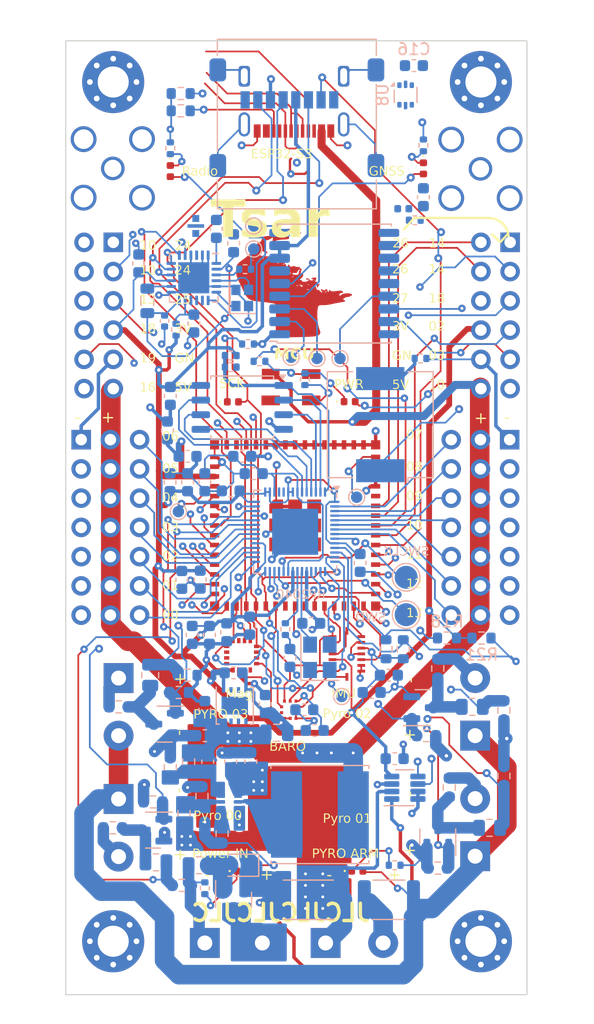
<source format=kicad_pcb>
(kicad_pcb (version 20240108) (generator "pcbnew") (generator_version "8.0")
  (layers (0 "F.Cu" signal) (1 "In1.Cu" signal) (2 "In2.Cu" signal) (31 "B.Cu" signal) (34 "B.Paste" user) (35 "F.Paste" user) (36 "B.SilkS" user "B.Silkscreen") (37 "F.SilkS" user "F.Silkscreen") (38 "B.Mask" user) (39 "F.Mask" user) (44 "Edge.Cuts" user))
  (net 0 "")
  (net 1 "Net-(AE1-A)")
  (net 2 "Net-(AE3-A)")
  (net 3 "Net-(BZ1--)")
  (net 4 "INA-")
  (net 5 "+5V")
  (net 6 "+3.3V")
  (net 7 "Net-(U2-CAP)")
  (net 8 "Net-(D1-A)")
  (net 9 "Net-(D2-K)")
  (net 10 "Net-(D3-K)")
  (net 11 "Net-(D5-K)")
  (net 12 "Net-(D6-K)")
  (net 13 "Net-(D8-K)")
  (net 14 "Net-(D9-K1)")
  (net 16 "Net-(Q2-D)")
  (net 17 "Net-(Q3-D)")
  (net 18 "Net-(J6-Pin_2)")
  (net 19 "Net-(C14-Pad2)")
  (net 20 "PWM2{slash}RP2040")
  (net 21 "Net-(J5-Pin_2)")
  (net 22 "PWM6{slash}RP2040")
  (net 23 "Net-(U1-VCC_RF)")
  (net 24 "Net-(U1-VIO_SEL)")
  (net 25 "Net-(U1-~{RESET})")
  (net 26 "Net-(D13-K)")
  (net 27 "Net-(U1-RXD)")
  (net 28 "Net-(U1-TXD)")
  (net 30 "PWM4{slash}RP2040")
  (net 31 "PWM3{slash}RP2040")
  (net 32 "PWM0{slash}RP2040")
  (net 35 "Net-(Q5-D)")
  (net 44 "GPS_TIMEPULSE")
  (net 45 "Net-(J10-Pin_2)")
  (net 46 "INA+")
  (net 47 "BatteryTerminal+")
  (net 48 "Net-(U4-SW)")
  (net 49 "Net-(U4-PG)")
  (net 50 "Net-(U4-EN)")
  (net 51 "Net-(U4-FB)")
  (net 52 "Net-(U6-VR_PA)")
  (net 53 "Net-(U6-DCC_FB)")
  (net 54 "Net-(U6-VBAT_IO)")
  (net 55 "Net-(U6-DCC_SW)")
  (net 56 "Net-(U6-XTA)")
  (net 57 "Net-(U6-XTB)")
  (net 61 "Net-(U6-RFIO)")
  (net 62 "Net-(Q4-D)")
  (net 63 "SX12_CONN_STATUS")
  (net 64 "Net-(R35-Pad1)")
  (net 65 "Net-(U6-NRESET)")
  (net 68 "Net-(J15-CC2)")
  (net 69 "Net-(J15-CC1)")
  (net 70 "PYRO2_SENSE")
  (net 71 "PYRO1_SENSE")
  (net 72 "PYRO3_SENSE")
  (net 73 "PYRO4_SENSE")
  (net 76 "SD_CS")
  (net 77 "ESP_CS{slash}RPI2040")
  (net 79 "Buzzer")
  (net 80 "ESP_IO5")
  (net 81 "ESP_IO7")
  (net 84 "ESP_IO12")
  (net 85 "PWM1{slash}RP2040")
  (net 86 "PWM5{slash}RP2040")
  (net 87 "ESP_STATUS")
  (net 88 "ESP_IO11")
  (net 92 "ESP32_D-")
  (net 93 "ESP32_D+")
  (net 94 "ESP_TX")
  (net 95 "ESP_SDA")
  (net 96 "ESP_RX")
  (net 97 "ESP_SCL")
  (net 98 "Net-(U10-IO0)")
  (net 99 "IMU_INT2_Accel")
  (net 100 "PYRO2_TRIGGER")
  (net 101 "PYRO3_TRIGGER")
  (net 102 "PYRO4_TRIGGER")
  (net 103 "PYRO1_TRIGGER")
  (net 104 "SX12_CS")
  (net 105 "BARO_SCK")
  (net 106 "BARO_MOSI")
  (net 107 "BARO_MISO")
  (net 108 "EXTINT GPS")
  (net 109 "MAG_CS")
  (net 110 "BARO_CS")
  (net 111 "ESP_IO6")
  (net 112 "IMU_CSB2{slash}Gyro_CS")
  (net 114 "Net-(U10-EN)")
  (net 115 "IMU_CSB1{slash}Accel_CS")
  (net 116 "+1V1")
  (net 117 "Net-(U16-XIN)")
  (net 118 "Net-(C67-Pad1)")
  (net 119 "Net-(U16-XOUT)")
  (net 120 "Net-(U16-RUN)")
  (net 121 "Net-(U16-SWCLK)")
  (net 122 "Net-(U16-SWD)")
  (net 123 "ESP_IO8")
  (net 126 "unconnected-(U16-GPIO7-Pad9)")
  (net 127 "ESP_IO10")
  (net 128 "ESP_IO9")
  (net 130 "ESP_IO47")
  (net 131 "ESP_IO41")
  (net 132 "ESP_IO37")
  (net 133 "ESP_TXD0")
  (net 134 "ESP_RXD0")
  (net 135 "Net-(U13-~{CS})")
  (net 136 "Net-(U13-DO(IO1))")
  (net 137 "Net-(U13-IO3)")
  (net 138 "Net-(U13-CLK)")
  (net 139 "Net-(U13-DI(IO0))")
  (net 140 "Net-(U13-IO2)")
  (net 141 "ESP_IO36")
  (net 142 "PWM22{slash}RP2040")
  (net 143 "PWM24{slash}RP2040")
  (net 144 "PWM20{slash}RP2040")
  (net 145 "PWM21{slash}RP2040")
  (net 146 "PWM25{slash}RP2040")
  (net 147 "PWM23{slash}RP2040")
  (net 148 "PWM19{slash}RP2040")
  (net 149 "Net-(J7-Pin_1)")
  (net 150 "Net-(U22-INT1)")
  (net 151 "GND")
  (net 152 "Net-(J4-Pin_2)")
  (net 153 "Net-(J15-DN1)")
  (net 154 "PYRO_ARM_LED")
  (net 155 "Net-(J15-DP1)")
  (footprint "Connector_PinSocket_2.54mm:PinSocket_2x06_P2.54mm_Vertical" (layer "F.Cu") (at 170.54 76.92)
    (property "Reference" "J3" (hide yes))
    (property "Value" "Conn_02x06_Odd_Even")
  )
  (footprint "CustomFootprints:BMP390" (layer "F.Cu") (at 151.421 117.5 -90)
    (property "Reference" "U9" (hide yes))
    (property "Value" "BMP390")
  )
  (footprint "Connector_PinSocket_2.54mm:PinSocket_2x06_P2.54mm_Vertical" (layer "F.Cu") (at 136.04 76.92)
    (property "Reference" "J17" (hide yes))
    (property "Value" "Conn_02x06_Odd_Even")
  )
  (footprint "TerminalBlock_Phoenix:TerminalBlock_Phoenix_PT-1,5-2-5.0-H_1x02_P5.00mm_Horizontal" (layer "F.Cu") (at 136.5 114.75 -90)
    (property "Reference" "J7" (hide yes))
    (property "Value" "TerminalBlock")
  )
  (footprint "Connector_Coaxial:SMA_Amphenol_901-144_Vertical" (layer "F.Cu") (at 136 70.5 180)
    (property "Reference" "AE1" (hide yes))
    (property "Value" "Antenna" (hide yes))
  )
  (footprint "LED_SMD:LED_0402_1005Metric" (layer "F.Cu") (at 146.438629 90.770461)
    (property "Reference" "D6" (hide yes))
    (property "Value" "LED")
  )
  (footprint "CustomFootprints:MMC5983MA" (layer "F.Cu") (at 147.2 112.8)
    (property "Reference" "U2" (hide yes))
    (property "Value" "MMC5983MA")
  )
  (footprint "RGBLEDs:IN-PI22TAT5R5G5B" (layer "F.Cu") (at 151.5 89.5)
    (property "Reference" "D9" (hide yes))
    (property "Value" "ESP Status" (hide yes))
  )
  (footprint "TerminalBlock_Phoenix:TerminalBlock_Phoenix_PT-1,5-2-5.0-H_1x02_P5.00mm_Horizontal" (layer "F.Cu") (at 154.5 137.75)
    (property "Reference" "J4" (hide yes))
    (property "Value" "TerminalBlock")
  )
  (footprint "MountingHole:MountingHole_2.7mm_M2.5_Pad_Via" (layer "F.Cu") (at 168 137.6)
    (property "Reference" "H4" (hide yes))
    (property "Value" "MountingHole_Pad")
  )
  (footprint "TerminalBlock_Phoenix:TerminalBlock_Phoenix_PT-1,5-2-5.0-H_1x02_P5.00mm_Horizontal" (layer "F.Cu") (at 167.5 119.75 90)
    (property "Reference" "J6" (hide yes))
    (property "Value" "TerminalBlock")
  )
  (footprint "CustomFootprints:PinHeader_3x05_P2.54mm_Vertical_Left" (layer "F.Cu") (at 133.25 94.05)
    (property "Reference" "J11" (hide yes))
    (property "Value" "~")
  )
  (footprint "CustomFootprints:PinHeader_3x05_P2.54mm_Vertical_Right" (layer "F.Cu") (at 165.42 94.05)
    (property "Reference" "J14" (hide yes))
    (property "Value" "~")
  )
  (footprint "LED_SMD:LED_0402_1005Metric" (layer "F.Cu") (at 156.587 90.75)
    (property "Reference" "D2" (hide yes))
    (property "Value" "LED")
  )
  (footprint "LED_SMD:LED_0402_1005Metric" (layer "F.Cu") (at 157.25 131.5)
    (property "Reference" "D5" (hide yes))
    (property "Value" "LED")
  )
  (footprint "LOGO" (layer "F.Cu") (at 152.51978 85.005298)
    (property "Reference" "G***" (hide yes))
    (property "Value" "LOGO" (hide yes))
  )
  (footprint "RF_Module:ESP32-S2-MINI-1U" (layer "F.Cu") (at 151.85 101.5)
    (property "Reference" "U10" (hide yes))
    (property "Value" "ESP32-S3-MINI-1U")
  )
  (footprint "LED_SMD:LED_0402_1005Metric" (layer "F.Cu") (at 163 70.5 -90)
    (property "Reference" "D8" (hide yes))
    (property "Value" "LED")
  )
  (footprint "LED_SMD:LED_0402_1005Metric" (layer "F.Cu") (at 147.25 131.5)
    (property "Reference" "D3" (hide yes))
    (property "Value" "LED")
  )
  (footprint "TerminalBlock_Phoenix:TerminalBlock_Phoenix_PT-1,5-2-5.0-H_1x02_P5.00mm_Horizontal" (layer "F.Cu") (at 144 137.75)
    (property "Reference" "J2" (hide yes))
    (property "Value" "TerminalBlock")
  )
  (footprint "TerminalBlock_Phoenix:TerminalBlock_Phoenix_PT-1,5-2-5.0-H_1x02_P5.00mm_Horizontal" (layer "F.Cu") (at 136.5 125.25 -90)
    (property "Reference" "J5" (hide yes))
    (property "Value" "TerminalBlock")
  )
  (footprint "TerminalBlock_Phoenix:TerminalBlock_Phoenix_PT-1,5-2-5.0-H_1x02_P5.00mm_Horizontal" (layer "F.Cu") (at 167.5 130.215 90)
    (property "Reference" "J10" (hide yes))
    (property "Value" "TerminalBlock")
  )
  (footprint "MountingHole:MountingHole_2.7mm_M2.5_Pad_Via" (layer "F.Cu") (at 168 63)
    (property "Reference" "H2" (hide yes))
    (property "Value" "MountingHole_Pad")
  )
  (footprint "MountingHole:MountingHole_2.7mm_M2.5_Pad_Via" (layer "F.Cu") (at 136.033641 137.6)
    (property "Reference" "H3" (hide yes))
    (property "Value" "MountingHole_Pad")
  )
  (footprint "CustomFootprints:GCT_USB4105-GF-A" (layer "F.Cu") (at 151.75 62.5 180)
    (property "Reference" "J15" (hide yes))
    (property "Value" "ESP32 USBC")
  )
  (footprint "Connector_Coaxial:SMA_Amphenol_901-144_Vertical" (layer "F.Cu") (at 167.96 70.54)
    (property "Reference" "AE3" (hide yes))
    (property "Value" "Antenna")
  )
  (footprint "CustomFootprints:BMI088" (layer "F.Cu") (at 156.300001 112.499999)
    (property "Reference" "U22" (hide yes))
    (property "Value" "BMI088")
  )
  (footprint "MountingHole:MountingHole_2.7mm_M2.5_Pad_Via" (layer "F.Cu") (at 136.033641 63)
    (property "Reference" "H1" (hide yes))
    (property "Value" "MountingHole_Pad")
  )
  (footprint "LED_SMD:LED_0402_1005Metric" (layer "F.Cu") (at 141 70.735 -90)
    (property "Reference" "D13" (hide yes))
    (property "Value" "LED")
  )
  (footprint "Fuse:Fuse_1812_4532Metric" (layer "B.Cu") (at 160 134)
    (property "Reference" "F3" (hide yes))
    (property "Value" "Polyfuse")
  )
  (footprint "Capacitor_SMD:C_0603_1608Metric" (layer "B.Cu") (at 147.9 110.2 -90)
    (property "Reference" "C59" (hide yes))
    (property "Value" "100nF")
  )
  (footprint "Resistor_SMD:R_0402_1005Metric" (layer "B.Cu") (at 146.25 86.75 180)
    (property "Reference" "R36" (hide yes))
    (property "Value" "DNF")
  )
  (footprint "Capacitor_SMD:C_0603_1608Metric" (layer "B.Cu") (at 144.25 122.01 -90)
    (property "Reference" "C18" (hide yes))
    (property "Value" "100nF")
  )
  (footprint "TestPoint:TestPoint_Pad_D1.0mm" (layer "B.Cu") (at 157.2 99.05 180)
    (property "Reference" "TP9" (hide yes))
    (property "Value" "EN")
  )
  (footprint "Resistor_SMD:R_0402_1005Metric" (layer "B.Cu") (at 147.5 79.25 180)
    (property "Reference" "R35" (hide yes))
    (property "Value" "1k")
  )
  (footprint "Resistor_SMD:R_0603_1608Metric" (layer "B.Cu") (at 164.25 131.25 180)
    (property "Reference" "R38" (hide yes))
    (property "Value" "470")
  )
  (footprint "Resistor_SMD:R_0603_1608Metric" (layer "B.Cu") (at 142 132.75 180)
    (property "Reference" "R54" (hide yes))
    (property "Value" "27k")
  )
  (footprint "Capacitor_SMD:C_0603_1608Metric" (layer "B.Cu") (at 144 117.525 90)
    (property "Reference" "C2" (hide yes))
    (property "Value" "4.7uF")
  )
  (footprint "Capacitor_SMD:C_0603_1608Metric" (layer "B.Cu") (at 142 106.225 -90)
    (property "Reference" "C56" (hide yes))
    (property "Value" "100nF")
  )
  (footprint "Resistor_SMD:R_0603_1608Metric" (layer "B.Cu") (at 136.5 117.25 180)
    (property "Reference" "R4" (hide yes))
    (property "Value" "1" (hide yes))
  )
  (footprint "Package_TO_SOT_SMD:SOT-23" (layer "B.Cu") (at 146.5 134 -90)
    (property "Reference" "Q1" (hide yes))
    (property "Value" "Si2369BDS MOSFET P-CH 30V 5.6A/7.5A" (hide yes))
  )
  (footprint "CustomFootprints:SOT50P160X60-6N" (layer "B.Cu") (at 146.15 125.5 180)
    (property "Reference" "U4" (hide yes))
    (property "Value" "TPS564257DRLR")
  )
  (footprint "Connector_Card:microSD_HC_Molex_47219-2001" (layer "B.Cu") (at 152 66.65 180)
    (property "Reference" "J8" (hide yes))
    (property "Value" "Micro_SD_Card")
  )
  (footprint "CustomFootprints:2450FM07A0029001T" (layer "B.Cu") (at 143.215 75.5 90)
    (property "Reference" "U7" (hide yes))
    (property "Value" "2450FM07A0029001T")
  )
  (footprint "Resistor_SMD:R_0402_1005Metric" (layer "B.Cu") (at 162.75 87)
    (property "Reference" "R27" (hide yes))
    (property "Value" "DNF")
  )
  (footprint "Buzzer_Beeper:Buzzer_CUI_CPT-9019S-SMT" (layer "B.Cu") (at 159.25 92.75 90)
    (property "Reference" "BZ1" (hide yes))
    (property "Value" "Buzzer" (hide yes))
  )
  (footprint "Capacitor_SMD:C_0603_1608Metric" (layer "B.Cu") (at 144 97.75 -90)
    (property "Reference" "C64" (hide yes))
    (property "Value" "1uF")
  )
  (footprint "Resistor_SMD:R_0402_1005Metric" (layer "B.Cu") (at 147.75 85.75)
    (property "Reference" "R20" (hide yes))
    (property "Value" "1k")
  )
  (footprint "Capacitor_SMD:C_0603_1608Metric" (layer "B.Cu") (at 145 75.75 90)
    (property "Reference" "C4" (hide yes))
    (property "Value" "10nF")
  )
  (footprint "Capacitor_SMD:C_0603_1608Metric" (layer "B.Cu") (at 140.975 97.75 90)
    (property "Reference" "C61" (hide yes))
    (property "Value" "100nF")
  )
  (footprint "Capacitor_SMD:C_0603_1608Metric" (layer "B.Cu") (at 146.5 77 90)
    (property "Reference" "C7" (hide yes))
    (property "Value" "10nF")
  )
  (footprint "Capacitor_SMD:C_0402_1005Metric" (layer "B.Cu") (at 140.5 83.75 -90)
    (property "Reference" "C9" (hide yes))
    (property "Value" "470nF")
  )
  (footprint "Capacitor_SMD:C_0603_1608Metric" (layer "B.Cu") (at 157.5 104.75 -90)
    (property "Reference" "C68" (hide yes))
    (property "Value" "10uF")
  )
  (footprint "Capacitor_SMD:C_0603_1608Metric" (layer "B.Cu") (at 162.175 61.575 180)
    (property "Reference" "C16")
    (property "Value" "100nF")
  )
  (footprint "Resistor_SMD:R_0603_1608Metric" (layer "B.Cu") (at 141.75 116)
    (property "Reference" "R11" (hide yes))
    (property "Value" "470" (hide yes))
  )
  (footprint "Resistor_SMD:R_0402_1005Metric" (layer "B.Cu") (at 152.7 88.8 -90)
    (property "Reference" "R15" (hide yes))
    (property "Value" "1k")
  )
  (footprint "Capacitor_SMD:C_0603_1608Metric" (layer "B.Cu") (at 148 122 90)
    (property "Reference" "C17" (hide yes))
    (property "Value" "100nF")
  )
  (footprint "Package_DFN_QFN:MLF-8-1EP_3x3mm_P0.65mm_EP1.55x2.3mm" (layer "B.Cu") (at 146.6 117.14 -90)
    (property "Reference" "U5" (hide yes))
    (property "Value" "AP7361C-33FGE-7")
  )
  (footprint "Capacitor_SMD:C_0603_1608Metric" (layer "B.Cu") (at 142.5 95.5)
    (property "Reference" "C13" (hide yes))
    (property "Value" "10uF")
  )
  (footprint "Capacitor_SMD:C_0603_1608Metric" (layer "B.Cu") (at 149.25 117 -90)
    (property "Reference" "C5" (hide yes))
    (property "Value" "10uF")
  )
  (footprint "Capacitor_SMD:C_0603_1608Metric" (layer "B.Cu") (at 144 119.75 180)
    (property "Reference" "C20" (hide yes))
    (property "Value" "100nF")
  )
  (footprint "Resistor_SMD:R_0402_1005Metric" (layer "B.Cu") (at 146.25 87.75 180)
    (property "Reference" "R45" (hide yes))
    (property "Value" "1k")
  )
  (footprint "Capacitor_SMD:C_0603_1608Metric" (layer "B.Cu") (at 144.4 111 -90)
    (property "Reference" "C58" (hide yes))
    (property "Value" "100nF")
  )
  (footprint "Resistor_SMD:R_0603_1608Metric" (layer "B.Cu") (at 141.9 65.5)
    (property "Reference" "R14" (hide yes))
    (property "Value" "5.1k" (hide yes))
  )
  (footprint "Resistor_SMD:R_0603_1608Metric" (layer "B.Cu") (at 142.5925 122 -90)
    (property "Reference" "R29" (hide yes))
    (property "Value" "220k")
  )
  (footprint "Capacitor_SMD:C_0603_1608Metric" (layer "B.Cu") (at 153.55 119.3 180)
    (property "Reference" "C11" (hide yes))
    (property "Value" "100nF")
  )
  (footprint "Capacitor_SMD:C_0603_1608Metric" (layer "B.Cu") (at 158.5 116)
    (property "Reference" "C83" (hide yes))
    (property "Value" "100nF")
  )
  (footprint "Package_TO_SOT_SMD:SOT-23" (layer "B.Cu") (at 139.5 127.95 180)
    (property "Reference" "Q5" (hide yes))
    (property "Value" "ZXMN2F30FH")
  )
  (footprint "Resistor_SMD:R_0603_1608Metric" (layer "B.Cu") (at 170 117.55 90)
    (property "Reference" "R53" (hide yes))
    (property "Value" "27k")
  )
  (footprint "Package_DFN_QFN:QFN-56-1EP_7x7mm_P0.4mm_EP4x4mm" (layer "B.Cu") (at 151.85 102.05 180)
    (property "Reference" "U16" (hide yes))
    (property "Value" "RP2040")
  )
  (footprint "Package_TO_SOT_SMD:SOT-23" (layer "B.Cu") (at 164.25 128.5 90)
    (property "Reference" "Q4" (hide yes))
    (property "Value" "ZXMN2F30FH")
  )
  (footprint "Resistor_SMD:R_0805_2012Metric" (layer "B.Cu") (at 139.75 130.75 180)
    (property "Reference" "R55" (hide yes))
    (property "Value" "100k")
  )
  (footprint "Package_TO_SOT_SMD:SOT-23-8" (layer "B.Cu") (at 161.3875 124.275)
    (property "Reference" "U11" (hide yes))
    (property "Value" "INA219AxDCN" (hide yes))
  )
  (footprint "Capacitor_SMD:C_0603_1608Metric" (layer "B.Cu") (at 141 90.25 -90)
    (property "Reference" "C65" (hide yes))
    (property "Value" "100nF")
  )
  (footprint "Capacitor_SMD:C_0603_1608Metric" (layer "B.Cu") (at 160.5 121.75 180)
    (property "Reference" "C23" (hide yes))
    (property "Value" "100nF" (hide yes))
  )
  (footprint "Resistor_SMD:R_0603_1608Metric" (layer "B.Cu") (at 163.25 119.75)
    (property "Reference" "R9" (hide yes))
    (property "Value" "470" (hide yes))
  )
  (footprint "Capacitor_SMD:C_0603_1608Metric" (layer "B.Cu") (at 140.75 93.25 90)
    (property "Reference" "C12" (hide yes))
    (property "Value" "100nF")
  )
  (footprint "Capacitor_SMD:C_0603_1608Metric" (layer "B.Cu") (at 151.4 113 -90)
    (property "Reference" "C67" (hide yes))
    (property "Value" "27pF")
  )
  (footprint "Resistor_SMD:R_0402_1005Metric" (layer "B.Cu") (at 141.5 84.5 90)
    (property "Reference" "R25" (hide yes))
    (property "Value" "DNF")
  )
  (footprint "Capacitor_SMD:C_0603_1608Metric" (layer "B.Cu") (at 145.9 110.775 -90)
    (property "Reference" "C57" (hide yes))
    (property "Value" "100nF")
  )
  (footprint "Inductor_SMD:L_0805_2012Metric" (layer "B.Cu") (at 139 82 90)
    (property "Reference" "L1" (hide yes))
    (property "Value" "15uH")
  )
  (footprint "Resistor_SMD:R_0603_1608Metric" (layer "B.Cu") (at 142.19 126.49 90)
    (property "Reference" "R10" (hide yes))
    (property "Value" "113k")
  )
  (footprint "Resistor_SMD:R_0805_2012Metric" (layer "B.Cu") (at 143.5 131 180)
    (property "Reference" "R5" (hide yes))
    (property "Value" "100k")
  )
  (footprint "Inductor_SMD:L_0402_1005Metric" (layer "B.Cu") (at 161.25 74)
    (property "Reference" "L5" (hide yes))
    (property "Value" "27 nH, 5% ")
  )
  (footprint "Resistor_SMD:R_0402_1005Metric" (layer "B.Cu") (at 162.25 75)
    (property "Reference" "R6" (hide yes))
    (property "Value" "10 Ω, 5%, 0.25 W")
  )
  (footprint "TestPoint:TestPoint_Pad_D2.0mm" (layer "B.Cu") (at 161.5 109.25 180)
    (property "Reference" "TP12" (hide yes))
    (property "Value" "SWD")
  )
  (footprint "Resistor_SMD:R_0805_2012Metric" (layer "B.Cu") (at 139.25 114.5 -90)
    (property "Reference" "R57" (hide yes))
    (property "Value" "100k")
  )
  (footprint "Resistor_SMD:R_0402_1005Metric" (layer "B.Cu") (at 160.5 131)
    (property "Reference" "R19" (hide yes))
    (property "Value" "1k")
  )
  (footprint "TestPoint:TestPoint_Pad_D2.0mm" (layer "B.Cu") (at 161.5 106 180)
    (property "Reference" "TP11" (hide yes))
    (property "Value" "SWCLK")
  )
  (footprint "RF_GPS:ublox_MAX" (layer "B.Cu") (at 155.25 80.5)
    (property "Reference" "U1" (hide yes))
    (property "Value" "MAX-M10S")
  )
  (footprint "Resistor_SMD:R_0603_1608Metric" (layer "B.Cu") (at 164.25 113.919 90)
    (property "Reference" "R3" (hide yes))
    (property "Value" "1" (hide yes))
  )
  (footprint "Capacitor_SMD:C_0603_1608Metric" (layer "B.Cu") (at 148.25 97 180)
    (property "Reference" "C62" (hide yes))
    (property "Value" "100nF")
  )
  (footprint "Resistor_SMD:R_0603_1608Metric" (layer "B.Cu") (at 145.5 128.25 90)
    (property "Reference" "R28" (hide yes))
    (property "Value" "10k")
  )
  (footprint "Capacitor_SMD:C_0603_1608Metric" (layer "B.Cu") (at 142.5 97.75 90)
    (property "Reference" "C60" (hide yes))
    (property "Value" "100nF")
  )
  (footprint "Package_TO_SOT_SMD:SOT-666" (layer "B.Cu") (at 161.4525 64.125 -90)
    (property "Reference" "U8")
    (property "Value" "USBLC6-2P6")
  )
  (footprint "Capacitor_SMD:C_0603_1608Metric" (layer "B.Cu") (at 138.25 78.75 90)
    (property "Reference" "C10" (hide yes))
    (property "Value" "100nF")
  )
  (footprint "Diode_SMD:D_0805_2012Metric" (layer "B.Cu") (at 147 131 180)
    (property "Reference" "D1" (hide yes))
    (property "Value" "PDZ10B, 115 10V 400mW")
  )
  (footprint "Resistor_SMD:R_0805_2012Metric" (layer "B.Cu") (at 168.75 127.75 180)
    (property "Reference" "R59" (hide yes))
    (property "Value" "100k")
  )
  (footprint "Resistor_SMD:R_0603_1608Metric" (layer "B.Cu") (at 165.05 111.275 180)
    (property "Reference" "R18")
    (property "Value" "2.2k")
  )
  (footprint "Resistor_SMD:R_0402_1005Metric" (layer "B.Cu") (at 151 110.5 -90)
    (property "Reference" "R46" (hide yes))
    (property "Value" "1k")
  )
  (footprint "TestPoint:TestPoint_Pad_D1.0mm" (layer "B.Cu") (at 141.7 100.3 180)
    (property "Reference" "TP8" (hide yes))
    (property "Value" "Bootio")
  )
  (footprint "Resistor_SMD:R_0603_1608Metric" (layer "B.Cu") (at 141 122.5 90)
    (property "Reference" "R30" (hide yes))
    (property "Value" "30k")
  )
  (footprint "Package_DFN_QFN:QFN-24-1EP_4x4mm_P0.5mm_EP2.7x2.7mm" (layer "B.Cu") (at 143.0375 80 180)
    (property "Reference" "U6" (hide yes))
    (property "Value" "SX1280IMLTRT")
  )
  (footprint "Capacitor_SMD:C_0603_1608Metric" (layer "B.Cu") (at 146.25 98.5 180)
    (property "Reference" "C54" (hide yes))
    (property "Value" "1uF")
  )
  (footprint "TestPoint:TestPoint_Pad_D1.0mm" (layer "B.Cu") (at 155.75 87 180)
    (property "Reference" "TP1" (hide yes))
    (property "Value" "VIO_SEL")
  )
  (footprint "Resistor_SMD:R_2512_6332Metric" (layer "B.Cu") (at 153 134)
    (property "Reference" "R8" (hide yes))
    (property "Value" "0.01")
  )
  (footprint "Capacitor_SMD:C_0603_1608Metric" (layer "B.Cu") (at 146.5 114.3)
    (property "Reference" "C3" (hide yes))
    (property "Value" "4.7uF")
  )
  (footprint "Capacitor_SMD:C_0805_2012Metric" (layer "B.Cu") (at 150.25 119.5)
    (property "Reference" "C19" (hide yes))
    (property "Value" "22uF")
  )
  (footprint "Capacitor_SMD:C_0603_1608Metric" (layer "B.Cu") (at 143.6 106.2 -90)
    (property "Reference" "C55" (hide yes))
    (property "Value" "100nF")
  )
  (footprint "Capacitor_SMD:C_0603_1608Metric" (layer "B.Cu") (at 153.25 110 180)
    (property "Reference" "C66" (hide yes))
    (property "Value" "27pF")
  )
  (footprint "TestPoint:TestPoint_Pad_D1.0mm" (layer "B.Cu") (at 148.25 77.5 180)
    (property "Reference" "TP4" (hide yes))
    (property "Value" "TestPoint" (hide yes))
  )
  (footprint "Resistor_SMD:R_0603_1608Metric" (layer "B.Cu") (at 141.9 64)
    (property "Reference" "R16" (hide yes))
    (property "Value" "5.1k" (hide yes))
  )
  (footprint "Crystal:Crystal_SMD_2016-4Pin_2.0x1.6mm" (layer "B.Cu") (at 147.25 81.75 90)
    (property "Reference" "Y1" (hide yes))
    (property "Value" "52MHz")
  )
  (footprint "Resistor_SMD:R_0805_2012Metric" (layer "B.Cu") (at 167.25 117.25 180)
    (property "Reference" "R39" (hide yes))
    (property "Value" "100k")
  )
  (footprint "Capacitor_SMD:C_0603_1608Metric" (layer "B.Cu") (at 152.65 117.5 180)
    (property "Reference" "C1" (hide yes))
    (property "Value" "100nF")
  )
  (footprint "Resistor_SMD:R_0603_1608Metric" (layer "B.Cu") (at 161.25 112.25 90)
    (property "Reference" "R1" (hide yes))
    (property "Value" "2.2k")
  )
  (footprint "Resistor_SMD:R_0603_1608Metric" (layer "B.Cu") (at 170 123.25 -90)
    (property "Reference" "R58" (hide yes))
    (property "Value" "27k")
  )
  (footprint "Capacitor_SMD:C_0603_1608Metric" (layer "B.Cu") (at 163 73 -90)
    (property "Reference" "C14" (hide yes))
    (property "Value" "10 nF, 10%, 16 V, X7R")
  )
  (footprint "Package_SO:SOIC-8_5.23x5.23mm_P1.27mm" (layer "B.Cu") (at 147.25 91.25 180)
    (property "Reference" "U13" (hide yes))
    (property "Value" "W25Q32JVSS")
  )
  (footprint "Package_TO_SOT_SMD:SOT-23" (layer "B.Cu") (at 162.93 117.32)
    (property "Reference" "Q2" (hide yes))
    (property "Value" "ZXMN2F30FH" (hide yes))
  )
  (footprint "Resistor_SMD:R_0603_1608Metric" (layer "B.Cu") (at 143.75 125 90)
    (property "Reference" "R13" (hide yes))
    (property "Value" "30k")
  )
  (footprint "Capacitor_SMD:C_0603_1608Metric" (layer "B.Cu") (at 146.25 122 90)
    (property "Reference" "C15" (hide yes))
    (property "Value" "10uF")
  )
  (footprint "Resistor_SMD:R_0603_1608Metric" (layer "B.Cu") (at 139.5 125.5 180)
    (property "Reference" "R12" (hide yes))
    (property "Value" "470" (hide yes))
  )
  (footprint "Resistor_SMD:R_0603_1608Metric" (layer "B.Cu") (at 159.75 112.25 90)
    (property "Reference" "R2" (hide yes))
    (property "Value" "2.2k")
  )
  (footprint "Resistor_SMD:R_0603_1608Metric" (layer "B.Cu") (at 168.05 111.275)
    (property "Reference" "R21")
    (property "Value" "2.2k")
  )
  (footprint "Resistor_SMD:R_0603_1608Metric" (layer "B.Cu") (at 142.5 114.5 180)
    (property "Reference" "R56" (hide yes))
    (property "Value" "27k")
  )
  (footprint "Resistor_SMD:R_0603_1608Metric" (layer "B.Cu") (at 165.25 124.25 90)
    (property "Reference" "R37" (hide yes))
    (property "Value" "1")
  )
  (footprint "TestPoint:TestPoint_Pad_D1.0mm" (layer "B.Cu") (at 148.25 75.5 180)
    (property "Reference" "TP3" (hide yes))
    (property "Value" "Reset")
  )
  (footprint "Capacitor_SMD:C_0603_1608Metric" (layer "B.Cu") (at 147.25 95.5)
    (property "Reference" "C63" (hide yes))
    (property "Value" "100nF")
  )
  (footprint "Resistor_SMD:R_0402_1005Metric" (layer "B.Cu") (at 144 133 90)
    (property "Reference" "R17" (hide yes))
    (property "Value" "1k")
  )
  (footprint "Resistor_SMD:R_0603_1608Metric" (layer "B.Cu") (at 136 127.75 180)
    (property "Reference" "R7" (hide yes))
    (property "Value" "1" (hide yes))
  )
  (footprint "Capacitor_SMD:C_0603_1608Metric" (layer "B.Cu") (at 160 114.5)
    (property "Reference" "C82" (hide yes))
    (property "Value" "100nF")
  )
  (footprint "Resistor_SMD:R_0402_1005Metric" (layer "B.Cu") (at 141 68.75 90)
    (property "Reference" "R32" (hide yes))
    (property "Value" "1k")
  )
  (footprint "TestPoint:TestPoint_Pad_D1.0mm" (layer "B.Cu") (at 151.5 86.9 -90)
    (property "Reference" "TP6" (hide yes))
    (property "Value" "GPS TXD")
  )
  (footprint "TestPoint:TestPoint_Pad_D1.0mm" (layer "B.Cu") (at 153.75 87 -90)
    (property "Reference" "TP5" (hide yes))
    (property "Value" "GPS RXD")
  )
  (footprint "Resistor_SMD:R_0402_1005Metric" (layer "B.Cu") (at 163 68.5 90)
    (property "Reference" "R23" (hide yes))
    (property "Value" "1k")
  )
  (footprint "TestPoint:TestPoint_Pad_D1.0mm" (layer "B.Cu") (at 155.9 116.35 180)
    (property "Reference" "TP10" (hide yes))
    (property "Value" "Run")
  )
  (footprint "Capacitor_SMD:C_0603_1608Metric" (layer "B.Cu") (at 142.9 111 -90)
    (property "Reference" "C6" (hide yes))
    (property "Value" "1uF")
  )
  (footprint "Inductor_SMD:L_Cenker_CKCS8040" (layer "B.Cu") (at 154 126.6)
    (property "Reference" "L2" (hide yes))
    (property "Value" "4.7uH")
  )
  (footprint "Capacitor_SMD:C_0603_1608Metric" (layer "B.Cu") (at 143.0475 83.97 -90)
    (property "Reference" "C8" (hide yes))
    (property "Value" "100nF")
  )
  (footprint "Package_TO_SOT_SMD:SOT-23" (layer "B.Cu") (at 140.5 118.75 180)
    (property "Reference" "Q3" (hide yes))
    (property "Value" "ZXMN2F30FH" (hide yes))
  )
  (footprint "Resistor_SMD:R_0402_1005Metric" (layer "B.Cu") (at 148.75 87.25)
    (property "Reference" "R22" (hide yes))
    (property "Value" "1k")
  )
  (footprint "Crystal:Crystal_SMD_Abracon_ABM8G-4Pin_3.2x2.5mm" (layer "B.Cu") (at 154 112.95 90)
    (property "Reference" "Y4" (hide yes))
    (property "Value" "Crystal")
  )
  (gr_arc (start 168.696113 74.808283) (mid 170 75.416748) (end 170.396188 76.8) (stroke (width 0.2)) (layer "F.SilkS"))
  (gr_line (start 168.966188 76.225) (end 169.656188 76.855) (stroke (width 0.2)) (layer "F.SilkS"))
  (gr_line (start 169.716188 76.875) (end 170.346188 76.185) (stroke (width 0.2)) (layer "F.SilkS"))
  (gr_line (start 162.201188 74.8) (end 168.696188 74.8) (stroke (width 0.2)) (layer "F.SilkS"))
  (gr_line (start 161.296188 75.8) (end 162.201188 74.8) (stroke (width 0.2)) (layer "F.SilkS"))
  (gr_rect (start 131.906 59.418) (end 172 142.24) (stroke (width 0.1)) (fill none) (layer "Edge.Cuts"))
  (gr_text "SWD" (at 159.75 110 0) (layer "B.SilkS") (effects (font (size 0.8 0.8) (thickness 0.125)) (justify left bottom mirror)))
  (gr_text "SWCLK" (at 163.5 104.25 -0) (layer "B.SilkS") (effects (font (size 0.8 0.8) (thickness 0.125)) (justify left bottom mirror)))
  (gr_text "RP2040" (at 154.5 108 0) (layer "B.SilkS") (effects (font (size 0.8 0.8) (thickness 0.125)) (justify left bottom mirror)))
  (gr_text "+" (at 141.25 114.25 270) (layer "F.SilkS") (effects (font (size 1 1) (thickness 0.125)) (justify left bottom)))
  (gr_text "Pyro 00" (at 143 127.2 0) (layer "F.SilkS") (effects (font (size 0.8 0.8) (thickness 0.125)) (justify left bottom)))
  (gr_text "PWR" (at 155.25 89.75 0) (layer "F.SilkS") (effects (font (size 0.8 0.8) (thickness 0.125)) (justify left bottom)))
  (gr_text "26" (at 160.3 77.5 0) (layer "F.SilkS") (effects (font (size 0.8 0.8) (thickness 0.125)) (justify left bottom)))
  (gr_text "-" (at 162.433 125.095 90) (layer "F.SilkS") (effects (font (size 1 1) (thickness 0.125)) (justify left bottom)))
  (gr_text "+" (at 167.41 92.81 0) (layer "F.SilkS") (effects (font (size 1 1) (thickness 0.125)) (justify left bottom)))
  (gr_text "10" (at 138.352 77.7 0) (layer "F.SilkS") (effects (font (size 0.8 0.8) (thickness 0.125)) (justify left bottom)))
  (gr_text "19" (at 138.326 87.469 0) (layer "F.SilkS") (effects (font (size 0.8 0.8) (thickness 0.125)) (justify left bottom)))
  (gr_text "SCK" (at 145.25 89.7 0) (layer "F.SilkS") (effects (font (size 0.8 0.8) (thickness 0.125)) (justify left bottom)))
  (gr_text "10" (at 138.326 79.849 0) (layer "F.SilkS") (effects (font (size 0.8 0.8) (thickness 0.125)) (justify left bottom)))
  (gr_text "10" (at 161.5 101.981 0) (layer "F.SilkS") (effects (font (size 0.8 0.8) (thickness 0.125)) (justify left bottom)))
  (gr_text "02" (at 163.449 84.709 0) (layer "F.SilkS") (effects (font (size 0.8 0.8) (thickness 0.125)) (justify left bottom)))
  (gr_text "00" (at 140.302 109.755 0) (layer "F.SilkS") (effects (font (size 0.8 0.8) (thickness 0.125)) (justify left bottom)))
  (gr_text "5V" (at 141.374 90.009 0) (layer "F.SilkS") (effects (font (size 0.8 0.8) (thickness 0.125)) (justify left bottom)))
  (gr_text "13" (at 138.326 82.389 0) (layer "F.SilkS") (effects (font (size 0.8 0.8) (thickness 0.125)) (justify left bottom)))
  (gr_text "IMU" (at 155 116.6 0) (layer "F.SilkS") (effects (font (size 0.8 0.8) (thickness 0.125)) (justify left bottom)))
  (gr_text "25" (at 141.374 82.389 0) (layer "F.SilkS") (effects (font (size 0.8 0.8) (thickness 0.125)) (justify left bottom)))
  (gr_text "-" (at 154.571 132.461 0) (layer "F.SilkS") (effects (font (size 1 1) (thickness 0.125)) (justify left bottom)))
  (gr_text "02" (at 140.302 104.675 0) (layer "F.SilkS") (effects (font (size 0.8 0.8) (thickness 0.125)) (justify left bottom)))
  (gr_text "Radio" (at 142 71.25 0) (layer "F.SilkS") (effects (font (size 0.8 0.8) (thickness 0.125)) (justify left bottom)))
  (gr_text "01" (at 140.302 107.215 0) (layer "F.SilkS") (effects (font (size 0.8 0.8) (thickness 0.125)) (justify left bottom)))
  (gr_text "-" (at 170 92.75 0) (layer "F.SilkS") (effects (font (size 1 1) (thickness 0.125)) (justify left bottom)))
  (gr_text "+" (at 159.905 132.461 0) (layer "F.SilkS") (effects (font (size 1 1) (thickness 0.125)) (justify left bottom)))
  (gr_text "+" (at 162.433 120.269 90) (layer "F.SilkS") (effects (font (size 1 1) (thickness 0.125)) (justify left bottom)))
  (gr_text "5V" (at 160.274 89.789 0) (layer "F.SilkS") (effects (font (size 0.8 0.8) (thickness 0.125)) (justify left bottom)))
  (gr_text "03" (at 140.302 102.135 0) (layer "F.SilkS") (effects (font (size 0.8 0.8) (thickness 0.125)) (justify left bottom)))
  (gr_text "PYRO 03" (at 143 118.4 0) (layer "F.SilkS") (effects (font (size 0.8 0.8) (thickness 0.125)) (justify left bottom)))
  (gr_text "Pyro 02" (at 154.25 118.348 0) (layer "F.SilkS") (effects (font (size 0.8 0.8) (thickness 0.125)) (justify left bottom)))
  (gr_text "14" (at 163.475 77.5 0) (layer "F.SilkS") (effects (font (size 0.8 0.8) (thickness 0.125)) (justify left bottom)))
  (gr_text "14" (at 163.449 79.756 0) (layer "F.SilkS") (effects (font (size 0.8 0.8) (thickness 0.125)) (justify left bottom)))
  (gr_text "16" (at 138.326 90.009 0) (layer "F.SilkS") (effects (font (size 0.8 0.8) (thickness 0.125)) (justify left bottom)))
  (gr_text "18" (at 163.449 82.296 0) (layer "F.SilkS") (effects (font (size 0.8 0.8) (thickness 0.125)) (justify left bottom)))
  (gr_text "11" (at 161.5 104.521 0) (layer "F.SilkS") (effects (font (size 0.8 0.8) (thickness 0.125)) (justify left bottom)))
  (gr_text "GN" (at 141.374 87.469 0) (layer "F.SilkS") (effects (font (size 0.8 0.8) (thickness 0.125)) (justify left bottom)))
  (gr_text "-" (at 132.671 92.75 0) (layer "F.SilkS") (effects (font (size 1 1) (thickness 0.125)) (justify left bottom)))
  (gr_text "04" (at 140.302 99.595 0) (layer "F.SilkS") (effects (font (size 0.8 0.8) (thickness 0.125)) (justify left bottom)))
  (gr_text "-" (at 141.222 124.25 -90) (layer "F.SilkS") (effects (font (size 1 1) (thickness 0.125)) (justify left bottom)))
  (gr_text "-" (at 162.5 115.189 90) (layer "F.SilkS") (effects (font (size 1 1) (thickness 0.125)) (justify left bottom)))
  (gr_text "24" (at 141.4 77.7 0) (layer "F.SilkS") (effects (font (size 0.8 0.8) (thickness 0.125)) (justify left bottom)))
  (gr_text "Mag" (at 145.8 116.6 0) (layer "F.SilkS") (effects (font (size 0.8 0.8) (thickness 0.125)) (justify left bottom)))
  (gr_text "06" (at 140.302 94.261 0) (layer "F.SilkS") (effects (font (size 0.8 0.8) (thickness 0.125)) (justify left bottom)))
  (gr_text "GNSS" (at 158.25 71.25 0) (layer "F.SilkS") (effects (font (size 0.8 0.8) (thickness 0.125)) (justify left bottom)))
  (gr_text "09" (at 161.5 99.441 0) (layer "F.SilkS") (effects (font (size 0.8 0.8) (thickness 0.125) (italic yes)) (justify left bottom)))
  (gr_text "05" (at 140.302 97.055 0) (layer "F.SilkS") (effects (font (size 0.8 0.8) (thickness 0.125)) (justify left bottom)))
  (gr_text "JLCJLCJLCJLC" (at 158.5 136 0) (layer "F.SilkS") (effects (font (size 1.5 1.5) (thickness 0.3) (bold yes)) (justify left bottom mirror)))
  (gr_text "+" (at 148.8 132.45 0) (layer "F.SilkS") (effects (font (size 1 1) (thickness 0.125)) (justify left bottom)))
  (gr_text "-" (at 141.25 119.25 270) (layer "F.SilkS") (effects (font (size 1 1) (thickness 0.125)) (justify left bottom)))
  (gr_text "13" (at 161.5 109.601 0) (layer "F.SilkS") (effects (font (size 0.8 0.8) (thickness 0.125)) (justify left bottom)))
  (gr_text "10" (at 163.449 89.789 0) (layer "F.SilkS") (effects (font (size 0.8 0.8) (thickness 0.125)) (justify left bottom)))
  (gr_text "24" (at 141.374 79.849 0) (layer "F.SilkS") (effects (font (size 0.8 0.8) (thickness 0.125)) (justify left bottom)))
  (gr_text "27" (at 160.274 82.296 0) (layer "F.SilkS") (effects (font (size 0.8 0.8) (thickness 0.125)) (justify left bottom)))
  (gr_text "26" (at 160.274 79.756 0) (layer "F.SilkS") (effects (font (size 0.8 0.8) (thickness 0.125)) (justify left bottom)))
  (gr_text "GN" (at 160.274 87.249 0) (layer "F.SilkS") (effects (font (size 0.8 0.8) (thickness 0.125)) (justify left bottom)))
  (gr_text "08" (at 161.5 96.901 0) (layer "F.SilkS") (effects (font (size 0.8 0.8) (thickness 0.125) (italic yes)) (justify left bottom)))
  (gr_text "3V" (at 160.274 84.709 0) (layer "F.SilkS") (effects (font (size 0.8 0.8) (thickness 0.125)) (justify left bottom)))
  (gr_text "Power IN" (at 142.9 130.5 0) (layer "F.SilkS") (effects (font (size 0.8 0.8) (thickness 0.125)) (justify left bottom)))
  (gr_text "ESP32-S3" (at 148 69.75 0) (layer "F.SilkS") (effects (font (size 0.8 0.8) (thickness 0.125)) (justify left bottom)))
  (gr_text "-" (at 143.974 132.45 0) (layer "F.SilkS") (effects (font (size 1 1) (thickness 0.125)) (justify left bottom)))
  (gr_text "07" (at 161.5 94.127 0) (layer "F.SilkS") (effects (font (size 0.8 0.8) (thickness 0.125) (italic yes)) (justify left bottom)))
  (gr_text "03" (at 163.449 87.249 0) (layer "F.SilkS") (effects (font (size 0.8 0.8) (thickness 0.125)) (justify left bottom)))
  (gr_text "+" (at 162.433 130.302 90) (layer "F.SilkS") (effects (font (size 1 1) (thickness 0.125)) (justify left bottom)))
  (gr_text "+" (at 141.25 129.5 -90) (layer "F.SilkS") (effects (font (size 1 1) (thickness 0.125)) (justify left bottom)))
  (gr_text "3V" (at 141.374 84.929 0) (layer "F.SilkS") (effects (font (size 0.8 0.8) (thickness 0.125)) (justify left bottom)))
  (gr_text "+" (at 135 92.75 0) (layer "F.SilkS") (effects (font (size 1 1) (thickness 0.125)) (justify left bottom)))
  (gr_text "MCU" (at 150 87.25 0) (layer "F.SilkS") (effects (font (size 1 1) (thickness 0.15) (bold yes)) (justify left bottom)))
  (gr_text "18" (at 138.326 84.929 0) (layer "F.SilkS") (effects (font (size 0.8 0.8) (thickness 0.125)) (justify left bottom)))
  (gr_text "PYRO ARM" (at 153.3 130.5 0) (layer "F.SilkS") (effects (font (size 0.8 0.8) (thickness 0.125)) (justify left bottom)))
  (gr_text "BARO" (at 149.6 121.2 0) (layer "F.SilkS") (effects (font (size 0.8 0.8) (thickness 0.125)) (justify left bottom)))
  (gr_text "12" (at 161.5 107.061 0) (layer "F.SilkS") (effects (font (size 0.8 0.8) (thickness 0.125)) (justify left bottom)))
  (gr_text "Tsar" (at 144.5 77 0) (layer "F.SilkS") (effects (font (size 3.2 3.2) (thickness 0.64) (bold yes)) (justify left bottom)))
  (gr_text "Pyro 01" (at 154.25 127.45 0) (layer "F.SilkS") (effects (font (size 0.8 0.8) (thickness 0.125)) (justify left bottom)))
  (segment (start 161.25 88.5) (end 158.5 88.5) (width 0.3) (layer "B.Cu") (net 3))
  (segment (start 162.24 87) (end 162.24 87.51) (width 0.3) (layer "B.Cu") (net 3))
  (segment (start 162.24 87.51) (end 161.25 88.5) (width 0.3) (layer "B.Cu") (net 3))
  (via (at 142.75 128.5) (size 0.65) (drill 0.25) (layers "F.Cu" "B.Cu") (net 4))
  (via (at 149 122.75) (size 0.65) (drill 0.25) (layers "F.Cu" "B.Cu") (net 4))
  (via (at 149 124.5) (size 0.65) (drill 0.25) (layers "F.Cu" "B.Cu") (net 4))
  (via (at 142 129.25) (size 0.65) (drill 0.25) (layers "F.Cu" "B.Cu") (net 4))
  (via (at 152.75 132.75) (size 0.65) (drill 0.25) (layers "F.Cu" "B.Cu") (net 4))
  (via (at 152.75 134.75) (size 0.65) (drill 0.25) (layers "F.Cu" "B.Cu") (net 4))
  (via (at 148.25 124.5) (size 0.65) (drill 0.25) (layers "F.Cu" "B.Cu") (net 4))
  (via (at 154.25 134.75) (size 0.65) (drill 0.25) (layers "F.Cu" "B.Cu") (net 4))
  (via (at 154.25 131.75) (size 0.65) (drill 0.25) (layers "F.Cu" "B.Cu") (net 4))
  (via (at 149 123.75) (size 0.65) (drill 0.25) (layers "F.Cu" "B.Cu") (net 4))
  (via (at 152.75 131.75) (size 0.65) (drill 0.25) (layers "F.Cu" "B.Cu") (net 4))
  (via (at 142 128.5) (size 0.65) (drill 0.25) (layers "F.Cu" "B.Cu") (net 4))
  (via (at 152.75 133.75) (size 0.65) (drill 0.25) (layers "F.Cu" "B.Cu") (net 4))
  (via (at 148.25 123.75) (size 0.65) (drill 0.25) (layers "F.Cu" "B.Cu") (net 4))
  (via (at 154.25 133.75) (size 0.65) (drill 0.25) (layers "F.Cu" "B.Cu") (net 4))
  (via (at 142.75 129.25) (size 0.65) (drill 0.25) (layers "F.Cu" "B.Cu") (net 4))
  (via (at 154.25 132.75) (size 0.65) (drill 0.25) (layers "F.Cu" "B.Cu") (net 4))
  (segment (start 159.283884 124.6) (end 159.258884 124.625) (width 0.3) (layer "B.Cu") (net 4))
  (segment (start 156.5 131.25) (end 155.9625 131.7875) (width 0.3) (layer "B.Cu") (net 4))
  (segment (start 159.258884 124.625) (end 159.120748 124.625) (width 0.3) (layer "B.Cu") (net 4))
  (segment (start 160.25 124.6) (end 159.283884 124.6) (width 0.3) (layer "B.Cu") (net 4))
  (segment (start 154.5 137.75) (end 155.9625 136.2875) (width 1.7) (layer "B.Cu") (net 4))
  (segment (start 155.9625 131.7875) (end 155.9625 134) (width 0.3) (layer "B.Cu") (net 4))
  (segment (start 155.9625 136.2875) (end 155.9625 134) (width 1.7) (layer "B.Cu") (net 4))
  (segment (start 158.75 131.25) (end 156.5 131.25) (width 0.3) (layer "B.Cu") (net 4))
  (segment (start 159.120748 124.625) (end 159 124.745748) (width 0.3) (layer "B.Cu") (net 4))
  (segment (start 159 124.745748) (end 159 131) (width 0.3) (layer "B.Cu") (net 4))
  (segment (start 159 131) (end 158.75 131.25) (width 0.3) (layer "B.Cu") (net 4))
  (segment (start 158.9 73.3) (end 158.9 91.5) (width 0.7) (layer "F.Cu") (net 5))
  (segment (start 151.5 89.75) (end 150.107 88.357) (width 0.3) (layer "F.Cu") (net 5))
  (segment (start 150.107 88.357) (end 149.722 88.357) (width 0.3) (layer "F.Cu") (net 5))
  (segment (start 135.825 110.075) (end 137.3 111.55) (width 1.7) (layer "F.Cu") (net 5))
  (segment (start 167.894 89.581) (end 167.96 89.515) (width 1.7) (layer "F.Cu") (net 5))
  (segment (start 149 121.25) (end 147.675 119.925) (width 1.7) (layer "F.Cu") (net 5))
  (segment (start 167.894 110.106) (end 156.75 121.25) (width 1.7) (layer "F.Cu") (net 5))
  (segment (start 154.15 67.255) (end 154.15 68.55) (width 0.7) (layer "F.Cu") (net 5))
  (segment (start 156.75 121.25) (end 149 121.25) (width 1.7) (layer "F.Cu") (net 5))
  (segment (start 136.04 89.62) (end 135.825 89.835) (width 1.7) (layer "F.Cu") (net 5))
  (segment (start 158.9 91.5) (end 157.9 92.5) (width 0.7) (layer "F.Cu") (net 5))
  (segment (start 137.8 111.55) (end 146.175 119.925) (width 1.7) (layer "F.Cu") (net 5))
  (segment (start 156.825 92.5) (end 153 92.5) (width 0.3) (layer "F.Cu") (net 5))
  (segment (start 167.894 94.05) (end 167.894 110.106) (width 1.7) (layer "F.Cu") (net 5))
  (segment (start 135.825 89.835) (end 135.825 110.075) (width 1.7) (layer "F.Cu") (net 5))
  (segment (start 147.675 119.925) (end 146.425 119.925) (width 1.7) (layer "F.Cu") (net 5))
  (segment (start 157.9 92.5) (end 156.825 92.5) (width 0.7) (layer "F.Cu") (net 5))
  (segment (start 150 131) (end 148.235 131) (width 0.15) (layer "F.Cu") (net 5))
  (segment (start 137.3 111.55) (end 137.8 111.55) (width 1.7) (layer "F.Cu") (net 5))
  (segment (start 154.15 68.55) (end 158.9 73.3) (width 0.7) (layer "F.Cu") (net 5))
  (segment (start 167.894 94.05) (end 167.894 89.581) (width 1.7) (layer "F.Cu") (net 5))
  (segment (start 148.235 131) (end 147.735 131.5) (width 0.15) (layer "F.Cu") (net 5))
  (segment (start 151.5 91) (end 151.5 89.75) (width 0.3) (layer "F.Cu") (net 5))
  (segment (start 136.04 89.62) (end 136 89.62) (width 1.7) (layer "F.Cu") (net 5))
  (segment (start 153 92.5) (end 151.5 91) (width 0.3) (layer "F.Cu") (net 5))
  (via (at 156.9 121.25) (size 0.65) (drill 0.25) (layers "F.Cu" "B.Cu") (net 5))
  (via (at 144 127.25) (size 0.65) (drill 0.25) (layers "F.Cu" "B.Cu") (net 5))
  (via (at 147 120.25) (size 0.65) (drill 0.25) (layers "F.Cu" "B.Cu") (net 5))
  (via (at 148 119.5) (size 0.65) (drill 0.25) (layers "F.Cu" "B.Cu") (net 5))
  (via (at 150 131) (size 0.7) (drill 0.3) (layers "F.Cu" "B.Cu") (net 5))
  (via (at 153.75 121.25) (size 0.65) (drill 0.25) (layers "F.Cu" "B.Cu") (net 5))
  (via (at 155 121.25) (size 0.65) (drill 0.25) (layers "F.Cu" "B.Cu") (net 5))
  (via (at 156.825 92.5) (size 0.7) (drill 0.3) (layers "F.Cu" "B.Cu") (net 5))
  (via (at 152.5 121.25) (size 0.65) (drill 0.25) (layers "F.Cu" "B.Cu") (net 5))
  (via (at 146 119.5) (size 0.65) (drill 0.25) (layers "F.Cu" "B.Cu") (net 5))
  (via (at 147 119.5) (size 0.65) (drill 0.25) (layers "F.Cu" "B.Cu") (net 5))
  (via (at 148 120.25) (size 0.65) (drill 0.25) (layers "F.Cu" "B.Cu") (net 5))
  (via (at 146 120.25) (size 0.65) (drill 0.25) (layers "F.Cu" "B.Cu") (net 5))
  (segment (start 144 128.5) (end 144 127.25) (width 1) (layer "B.Cu") (net 5))
  (segment (start 157.325 92) (end 163.05 92) (width 0.7) (layer "B.Cu") (net 5))
  (segment (start 156.9 121.25) (end 152.75 121.25) (width 1.7) (layer "B.Cu") (net 5))
  (segment (start 156.825 92.5) (end 157.325 92) (width 0.7) (layer "B.Cu") (net 5))
  (segment (start 150 131) (end 149.625 131) (width 0.15) (layer "B.Cu") (net 5))
  (segment (start 144.575 129.075) (end 144 128.5) (width 1) (layer "B.Cu") (net 5))
  (segment (start 145.5 129.075) (end 144.575 129.075) (width 1) (layer "B.Cu") (net 5))
  (segment (start 163.05 92) (end 165.75 89.3) (width 0.7) (layer "B.Cu") (net 5))
  (segment (start 147.7 129.075) (end 145.5 129.075) (width 0.15) (layer "B.Cu") (net 5))
  (segment (start 149.625 131) (end 147.7 129.075) (width 0.15) (layer "B.Cu") (net 5))
  (segment (start 156.9 126.6) (end 156.9 121.25) (width 1.7) (layer "B.Cu") (net 5))
  (segment (start 167.68 89.3) (end 168 89.62) (width 0.7) (layer "B.Cu") (net 5))
  (segment (start 165.75 89.3) (end 167.68 89.3) (width 0.7) (layer "B.Cu") (net 5))
  (segment (start 166.815 84.435) (end 167.96 84.435) (width 0.5) (layer "F.Cu") (net 6))
  (segment (start 140 88) (end 140 96.736091) (width 0.5) (layer "F.Cu") (net 6))
  (segment (start 143.649002 111.018222) (end 142.25 112.417224) (width 0.5) (layer "F.Cu") (net 6))
  (segment (start 154.3 97.55) (end 151.25 97.55) (width 0.15) (layer "F.Cu") (net 6))
  (segment (start 139.7 105.263909) (end 139.7 111.15) (width 0.5) (layer "F.Cu") (net 6))
  (segment (start 156.75 117.75) (end 156.75 113.75) (width 0.15) (layer "F.Cu") (net 6))
  (segment (start 157.422 91.1) (end 157.072 90.75) (width 0.15) (layer "F.Cu") (net 6))
  (segment (start 147.75 118.25) (end 149.25 118.25) (width 0.5) (layer "F.Cu") (net 6))
  (segment (start 140.9 86.25) (end 140.9 87.8) (width 0.3) (layer "F.Cu") (net 6))
  (segment (start 139.7 111.15) (end 141.425 112.875) (width 0.5) (layer "F.Cu") (net 6))
  (segment (start 149.625 118.625) (end 149.75 118.75) (width 0.5) (layer "F.Cu") (net 6))
  (segment (start 156.149999 113.149999) (end 155.1 113.149999) (width 0.15) (layer "F.Cu") (net 6))
  (segment (start 165.25 89.2) (end 165.25 86) (width 0.5) (layer "F.Cu") (net 6))
  (segment (start 141.425 112.875) (end 142.25 112.875) (width 0.5) (layer "F.Cu") (net 6))
  (segment (start 142.81531 112.875) (end 142.25 112.875) (width 0.5) (layer "F.Cu") (net 6))
  (segment (start 153.3 118.25) (end 151.921 118.25) (width 0.15) (layer "F.Cu") (net 6))
  (segment (start 155 119.5) (end 150.474695 119.5) (width 0.5) (layer "F.Cu") (net 6))
  (segment (start 150.474695 119.5) (end 149.625 118.650305) (width 0.5) (layer "F.Cu") (net 6))
  (segment (start 144.5 115) (end 144.5 114.55969) (width 0.5) (layer "F.Cu") (net 6))
  (segment (start 141.965162 94.202601) (end 141.965162 97.25) (width 0.5) (layer "F.Cu") (net 6))
  (segment (start 151.921 118.25) (end 151.921 117.9) (width 0.15) (layer "F.Cu") (net 6))
  (segment (start 142.25 112.417224) (end 142.25 112.875) (width 0.5) (layer "F.Cu") (net 6))
  (segment (start 139.986091 99.75) (end 140 99.736091) (width 0.5) (layer "F.Cu") (net 6))
  (segment (start 144.5 114.55969) (end 142.81531 112.875) (width 0.5) (layer "F.Cu") (net 6))
  (segment (start 156.75 117.75) (end 155 119.5) (width 0.5) (layer "F.Cu") (net 6))
  (segment (start 151.921 117.9) (end 152.071 117.75) (width 0.15) (layer "F.Cu") (net 6))
  (segment (start 140 99.763909) (end 139.986091 99.75) (width 0.5) (layer "F.Cu") (net 6))
  (segment (start 157.600001 112.149999) (end 158.149999 112.149999) (width 0.15) (layer "F.Cu") (net 6))
  (segment (start 137.04 84.54) (end 136.04 84.54) (width 0.5) (layer "F.Cu") (net 6))
  (segment (start 149.25 118.25) (end 149.625 118.625) (width 0.5) (layer "F.Cu") (net 6))
  (segment (start 140 87.5) (end 137.04 84.54) (width 0.5) (layer "F.Cu") (net 6))
  (segment (start 147.45 110.55) (end 147.45 111.5) (width 0.15) (layer "F.Cu") (net 6))
  (segment (start 163.5 108.9) (end 163.5 111) (width 0.5) (layer "F.Cu") (net 6))
  (segment (start 156.75 113.75) (end 156.149999 113.149999) (width 0.15) (layer "F.Cu") (net 6))
  (segment (start 140 96.763909) (end 139.986091 96.75) (width 0.5) (layer "F.Cu") (net 6))
  (segment (start 149.625 118.650305) (end 149.625 118.625) (width 0.5) (layer "F.Cu") (net 6))
  (segment (start 163.5 108.9) (end 163.5 92.75) (width 0.5) (layer "F.Cu") (net 6))
  (segment (start 149.75 118.75) (end 149.75 114.25) (width 0.15) (layer "F.Cu") (net 6))
  (segment (start 140.815982 99.5) (end 140.565982 99.75) (width 0.5) (layer "F.Cu") (net 6))
  (segment (start 140 96.736091) (end 139.986091 96.75) (width 0.5) (layer "F.Cu") (net 6))
  (segment (start 144.5 115) (end 147.75 118.25) (width 0.5) (layer "F.Cu") (net 6))
  (segment (start 158.149999 112.149999) (end 158.5 112.5) (width 0.15) (layer "F.Cu") (net 6))
  (segment (start 155.25 98.5) (end 154.3 97.55) (width 0.15) (layer "F.Cu") (net 6))
  (segment (start 149 113.5) (end 148.5 113.5) (width 0.15) (layer "F.Cu") (net 6))
  (segment (start 153.5 118.45) (end 153.3 118.25) (width 0.15) (layer "F.Cu") (net 6))
  (segment (start 152.45 119.5) (end 150.5 119.5) (width 0.15) (layer "F.Cu") (net 6))
  (segment (start 136.04 84.54) (end 136 84.54) (width 0.5) (layer "F.Cu") (net 6))
  (segment (start 140 104.963909) (end 140 99.763909) (width 0.5) (layer "F.Cu") (net 6))
  (segment (start 140 88) (end 140 87.5) (width 0.5) (layer "F.Cu") (net 6))
  (segment (start 140.486091 97.25) (end 144.85 97.25) (width 0.5) (layer "F.Cu") (net 6))
  (segment (start 139.95 105.013909) (end 139.7 105.263909) (width 0.5) (layer "F.Cu") (net 6))
  (segment (start 153.5 118.45) (end 152.45 119.5) (width 0.15) (layer "F.Cu") (net 6))
  (segment (start 140.565982 99.75) (end 139.986091 99.75) (width 0.5) (layer "F.Cu") (net 6))
  (segment (start 139.95 105.013909) (end 140 104.963909) (width 0.5) (layer "F.Cu") (net 6))
  (segment (start 157.9 91.1) (end 157.422 91.1) (width 0.15) (layer "F.Cu") (net 6))
  (segment (start 140.7 88) (end 140 88) (width 0.3) (layer "F.Cu") (net 6))
  (segment (start 164.3 89.2) (end 165.25 89.2) (width 0.15) (layer "F.Cu") (net 6))
  (segment (start 163.5 92.75) (end 165.25 91) (width 0.5) (layer "F.Cu") (net 6))
  (segment (start 165.25 86) (end 166.815 84.435) (width 0.5) (layer "F.Cu") (net 6))
  (segment (start 163.5 111) (end 156.75 117.75) (width 0.5) (layer "F.Cu") (net 6))
  (segment (start 147.1 110.2) (end 147.45 110.55) (width 0.15) (layer "F.Cu") (net 6))
  (segment (start 165.25 91) (end 165.25 89.2) (width 0.5) (layer "F.Cu") (net 6))
  (segment (start 149.75 114.25) (end 149 113.5) (width 0.15) (layer "F.Cu") (net 6))
  (segment (start 150.5 119.5) (end 149.75 118.75) (width 0.15) (layer "F.Cu") (net 6))
  (segment (start 139.986091 96.75) (end 140.486091 97.25) (width 0.5) (layer "F.Cu") (net 6))
  (segment (start 163.4 90.1) (end 164.3 89.2) (width 0.15) (layer "F.Cu") (net 6))
  (segment (start 140 99.736091) (end 140 96.763909) (width 0.5) (layer "F.Cu") (net 6))
  (segment (start 140.9 87.8) (end 140.7 88) (width 0.3) (layer "F.Cu") (net 6))
  (via (at 140 88) (size 0.7) (drill 0.3) (layers "F.Cu" "B.Cu") (net 6))
  (via (at 163.5 108.9) (size 0.7) (drill 0.3) (layers "F.Cu" "B.Cu") (net 6))
  (via (at 153.5 118.45) (size 0.65) (drill 0.25) (layers "F.Cu" "B.Cu") (net 6))
  (via (at 156.75 117.75) (size 0.7) (drill 0.3) (layers "F.Cu" "B.Cu") (net 6))
  (via (at 155.25 98.5) (size 0.65) (drill 0.25) (layers "F.Cu" "B.Cu") (net 6))
  (via (at 140.815982 99.5) (size 0.7) (drill 0.3) (layers "F.Cu" "B.Cu") (net 6))
  (via (at 139.95 105.013909) (size 0.65) (drill 0.25) (layers "F.Cu" "B.Cu") (net 6))
  (via (at 141.965162 94.202601) (size 0.7) (drill 0.3) (layers "F.Cu" "B.Cu") (net 6))
  (via (at 151.25 97.55) (size 0.65) (drill 0.25) (layers "F.Cu" "B.Cu") (net 6))
  (via (at 144.5 115) (size 0.65) (drill 0.25) (layers "F.Cu" "B.Cu") (net 6))
  (via (at 140.9 86.25) (size 0.65) (drill 0.25) (layers "F.Cu" "B.Cu") (net 6))
  (via (at 158.5 112.5) (size 0.7) (drill 0.3) (layers "F.Cu" "B.Cu") (net 6))
  (via (at 147.1 110.2) (size 0.65) (drill 0.25) (layers "F.Cu" "B.Cu") (net 6))
  (via (at 143.649002 111.018222) (size 0.7) (drill 0.3) (layers "F.Cu" "B.Cu") (net 6))
  (via (at 163.4 90.1) (size 0.7) (drill 0.3) (layers "F.Cu" "B.Cu") (net 6))
  (via (at 157.9 91.1) (size 0.7) (drill 0.3) (layers "F.Cu" "B.Cu") (net 6))
  (segment (start 149.65 99.4) (end 149.65 98.6) (width 0.15) (layer "B.Cu") (net 6))
  (segment (start 149.5 109.3) (end 151.65 107.15) (width 0.3) (layer "B.Cu") (net 6))
  (segment (start 149 84.2) (end 148.525 84.675) (width 0.3) (layer "B.Cu") (net 6))
  (segment (start 140.25 89.475) (end 143.52 89.475) (width 0.3) (layer "B.Cu") (net 6))
  (segment (start 149.25 103.25) (end 149.05 103.05) (width 0.15) (layer "B.Cu") (net 6))
  (segment (start 142.025 105.425) (end 142 105.45) (width 0.3) (layer "B.Cu") (net 6))
  (segment (start 141.5 85.65) (end 141.5 85.01) (width 0.3) (layer "B.Cu") (net 6))
  (segment (start 138.25 79.8) (end 137.8 80.25) (width 0.15) (layer "B.Cu") (net 6))
  (segment (start 140 89.225) (end 140.25 89.475) (width 0.3) (layer "B.Cu") (net 6))
  (segment (start 149.05 103.05) (end 148.4 103.05) (width 0.15) (layer "B.Cu") (net 6))
  (segment (start 144.75 114.25) (end 144.75 114.75) (width 0.5) (layer "B.Cu") (net 6))
  (segment (start 144.8 109.975) (end 144.55 110.225) (width 0.15) (layer "B.Cu") (net 6))
  (segment (start 147.925 106.075) (end 147.925 106.825) (width 0.3) (layer "B.Cu") (net 6))
  (segment (start 143.649002 111.018222) (end 144.442224 110.225) (width 0.3) (layer "B.Cu") (net 6))
  (segment (start 167.225 111.275) (end 165.875 111.275) (width 0.15) (layer "B.Cu") (net 6))
  (segment (start 154.55 99.75) (end 154.85 99.45) (width 0.15) (layer "B.Cu") (net 6))
  (segment (start 154.55 102.7) (end 154.55 99.75) (width 0.15) (layer "B.Cu") (net 6))
  (segment (start 156.75 117.75) (end 157.725 116.775) (width 0.15) (layer "B.Cu") (net 6))
  (segment (start 149.6 78.3) (end 149 78.9) (width 0.3) (layer "B.Cu") (net 6))
  (segment (start 161.175 113) (end 159 113) (width 0.15) (layer "B.Cu") (net 6))
  (segment (start 153 76.25) (end 152.05 77.2) (width 0.3) (layer "B.Cu") (net 6))
  (segment (start 140 88) (end 140 89.225) (width 0.3) (layer "B.Cu") (net 6))
  (segment (start 148.75 105.25) (end 147.925 106.075) (width 0.3) (layer "B.Cu") (net 6))
  (segment (start 141.725 94.442763) (end 141.725 95.5) (width 0.5) (layer "B.Cu") (net 6))
  (segment (start 148.75 105.209706) (end 149.25 104.709706) (width 0.15) (layer "B.Cu") (net 6))
  (segment (start 139 79.525) (end 138.25 79.525) (width 0.15) (layer "B.Cu") (net 6))
  (segment (start 140.386091 105.45) (end 142 105.45) (width 0.3) (layer "B.Cu") (net 6))
  (segment (start 155.3 98.55) (end 155.25 98.5) (width 0.15) (layer "B.Cu") (net 6))
  (segment (start 142.5 98.525) (end 143.475 99.5) (width 0.3) (layer "B.Cu") (net 6))
  (segment (start 144.55 110.225) (end 142.9 110.225) (width 0.15) (layer "B.Cu") (net 6))
  (segment (start 145.625 114.35) (end 145.725 114.25) (width 0.3) (layer "B.Cu") (net 6))
  (segment (start 153.5 118.45) (end 152.775 119.175) (width 0.15) (layer "B.Cu") (net 6))
  (segment (start 151.905 68.405) (end 153 69.5) (width 0.3) (layer "B.Cu") (net 6))
  (segment (start 154.9 103.05) (end 154.55 102.7) (width 0.15) (layer "B.Cu") (net 6))
  (segment (start 141.965162 94.202601) (end 141.725 94.442763) (width 0.5) (layer "B.Cu") (net 6))
  (segment (start 147.725 99.45) (end 147.025 98.75) (width 0.15) (layer "B.Cu") (net 6))
  (segment (start 141 89.4) (end 141 89.475) (width 0.3) (layer "B.Cu") (net 6))
  (segment (start 140.9 86.25) (end 141.5 85.65) (width 0.3) (layer "B.Cu") (net 6))
  (segment (start 148.75 105.25) (end 148.75 105.209706) (width 0.15) (layer "B.Cu") (net 6))
  (segment (start 156.25 103.05) (end 155.3 103.05) (width 0.15) (layer "B.Cu") (net 6))
  (segment (start 141.075 80.25) (end 139.725 80.25) (width 0.15) (layer "B.Cu") (net 6))
  (segment (start 150.5 78.3) (end 149.6 78.3) (width 0.3) (layer "B.Cu") (net 6))
  (segment (start 159.225 114.25) (end 158.5 113.525) (width 0.15) (layer "B.Cu") (net 6))
  (segment (start 152.05 77.2) (end 150.5 77.2) (width 0.3) (layer "B.Cu") (net 6))
  (segment (start 148.525 84.675) (end 147.116852 84.675) (width 0.3) (layer "B.Cu") (net 6))
  (segment (start 146.941852 84.5) (end 145.5 84.5) (width 0.3) (layer "B.Cu") (net 6))
  (segment (start 147.116852 84.675) (end 146.941852 84.5) (width 0.3) (layer "B.Cu") (net 6))
  (segment (start 146.76 86.708924) (end 146.126076 86.075) (width 0.3) (layer "B.Cu") (net 6))
  (segment (start 146.126076 86.075) (end 144.325 86.075) (width 0.3) (layer "B.Cu") (net 6))
  (segment (start 151 99.5) (end 149.75 99.5) (width 0.15) (layer "B.Cu") (net 6))
  (segment (start 146.275 99.5) (end 147.025 98.75) (width 0.3) (layer "B.Cu") (net 6))
  (segment (start 137.8 80.25) (end 137.8 82.74) (width 0.15) (layer "B.Cu") (net 6))
  (segment (start 143.52 89.475) (end 143.65 89.345) (width 0.3) (layer "B.Cu") (net 6))
  (segment (start 145.725 114.25) (end 144.75 114.25) (width 0.5) (layer "B.Cu") (net 6))
  (segment (start 149.65 98.6) (end 149.25 98.6) (width 0.15) (layer "B.Cu") (net 6))
  (segment (start 156.75 117.75) (end 159.725 120.725) (width 0.3) (layer "B.Cu") (net 6))
  (segment (start 137.8 82.74) (end 136 84.54) (width 0.15) (layer "B.Cu") (net 6))
  (segment (start 149.1 98.75) (end 147.025 98.75) (width 0.15) (layer "B.Cu") (net 6))
  (segment (start 149.25 98.6) (end 149.1 98.75) (width 0.15) (layer "B.Cu") (net 6))
  (segment (start 150.5 77.2) (end 150.5 78.3) (width 0.3) (layer "B.Cu") (net 6))
  (segment (start 153.5 118.45) (end 152.825 118.45) (width 0.15) (layer "B.Cu") (net 6))
  (segment (start 139.95 105.013909) (end 140.386091 105.45) (width 0.3) (layer "B.Cu") (net 6))
  (segment (start 155.3 103.05) (end 154.9 103.05) (width 0.15) (layer "B.Cu") (net 6))
  (segment (start 151.25 98.6) (end 151.65 98.6) (width 0.15) (layer "B.Cu") (net 6))
  (segment (start 144.8 110.225) (end 145.2 109.825) (width 0.3) (layer "B.Cu") (net 6))
  (segment (start 159.725 120.725) (end 159.725 121.75) (width 0.3) (layer "B.Cu") (net 6))
  (segment (start 143.6 105.425) (end 142.025 105.425) (width 0.3) (layer "B.Cu") (net 6))
  (segment (start 158.5 113.525) (end 158.5 112.5) (width 0.15) (layer "B.Cu") (net 6))
  (segment (start 148.4 99.45) (end 147.725 99.45) (width 0.15) (layer "B.Cu") (net 6))
  (segment (start 151.25 97.55) (end 151.25 98.6) (width 0.15) (layer "B.Cu") (net 6))
  (segment (start 147.925 106.825) (end 146.4 108.35) (width 0.3) (layer "B.Cu") (net 6))
  (segment (start 159.725 122.775) (end 160.25 123.3) (width 0.3) (layer "B.Cu") (net 6))
  (segment (start 163.4 90.1) (end 162.25 91.25) (width 0.15) (layer "B.Cu") (net 6))
  (segment (start 151.65 107.15) (end 151.65 105.5) (width 0.3) (layer "B.Cu") (net 6))
  (segment (start 145.5 84.5) (end 144.325 85.675) (width 0.3) (layer "B.Cu") (net 6))
  (segment (start 159 113) (end 158.5 112.5) (width 0.15) (layer "B.Cu") (net 6))
  (segment (start 140.975 98.525) (end 142.5 98.525) (width 0.3) (layer "B.Cu") (net 6))
  (segment (start 152.825 118.45) (end 151.875 117.5) (width 0.15) (layer "B.Cu") (net 6))
  (segment (start 143.475 99.5) (end 146.275 99.5) (width 0.3) (layer "B.Cu") (net 6))
  (segment (start 155.3 99.45) (end 155.3 98.55) (width 0.15) (layer "B.Cu") (net 6))
  (segment (start 145.625 115.78) (end 145.625 114.35) (width 0.3) (layer "B.Cu") (net 6))
  (segment (start 151.905 64.55) (end 151.905 68.405) (width 0.3) (layer "B.Cu") (net 6))
  (segment (start 159.725 121.75) (end 159.725 122.775) (width 0.3) (layer "B.Cu") (net 6))
  (segment (start 157.175 103.975) (end 156.25 103.05) (width 0.15) (layer "B.Cu") (net 6))
  (segment (start 148.125 109.3) (end 149.5 109.3) (width 0.3) (layer "B.Cu") (net 6))
  (segment (start 163.5 108.9) (end 165.875 111.275) (width 0.15) (layer "B.Cu") (net 6))
  (segment (start 140.75 94.025) (end 140.75 94.525) (width 0.3) (layer "B.Cu") (net 6))
  (segment (start 151.25 99.25) (end 151 99.5) (width 0.15) (layer "B.Cu") (net 6))
  (segment (start 145.2 109.825) (end 146.4 109.825) (width 0.3) (layer "B.Cu") (net 6))
  (segment (start 157.725 116.775) (end 157.725 116) (width 0.15) (layer "B.Cu") (net 6))
  (segment (start 158.05 91.25) (end 157.9 91.1) (width 0.15) (layer "B.Cu") (net 6))
  (segment (start 152.775 119.175) (end 152.775 119.3) (width 0.15) (layer "B.Cu") (net 6))
  (segment (start 146.76 86.75) (end 146.76 86.708924) (width 0.3) (layer "B.Cu") (net 6))
  (segment (start 147.1 110.2) (end 146.725 109.825) (width 0.15) (layer "B.Cu") (net 6))
  (segment (start 153 69.5) (end 153 76.25) (width 0.3) (layer "B.Cu") (net 6))
  (segment (start 138.25 79.525) (end 138.25 79.8) (width 0.15) (layer "B.Cu") (net 6))
  (segment (start 146.725 109.825) (end 146.4 109.825) (width 0.15) (layer "B.Cu") (net 6))
  (segment (start 144.325 86.075) (end 141 89.4) (width 0.3) (layer "B.Cu") (net 6))
  (segment (start 144.75 114.75) (end 144.5 115) (width 0.5) (layer "B.Cu") (net 6))
  (segment (start 159.225 114.5) (end 157.725 116) (width 0.15) (layer "B.Cu") (net 6))
  (segment (start 140.75 94.525) (end 141.725 95.5) (width 0.3) (layer "B.Cu") (net 6))
  (segment (start 154.85 99.45) (end 155.3 99.45) (width 0.15) (layer "B.Cu") (net 6))
  (segment (start 140.815982 99.5) (end 140.815982 98.684018) (width 0.5) (layer "B.Cu") (net 6))
  (segment (start 139.725 80.25) (end 139 79.525) (width 0.15) (layer "B.Cu") (net 6))
  (segment (start 148 109.425) (end 148.125 109.3) (width 0.3) (layer "B.Cu") (net 6))
  (segment (start 151.25 98.6) (end 151.25 99.25) (width 0.15) (layer "B.Cu") (net 6))
  (segment (start 149.75 99.5) (end 149.65 99.4) (width 0.15) (layer "B.Cu") (net 6))
  (segment (start 149.25 104.709706) (end 149.25 103.25) (width 0.15) (layer "B.Cu") (net 6))
  (segment (start 149 78.9) (end 149 84.2) (width 0.3) (layer "B.Cu") (net 6))
  (segment (start 146.8 109.425) (end 146.4 109.825) (width 0.3) (layer "B.Cu") (net 6))
  (segment (start 144.325 85.675) (end 144.325 86.075) (width 0.3) (layer "B.Cu") (net 6))
  (segment (start 146.4 108.35) (end 146.4 109.825) (width 0.3) (layer "B.Cu") (net 6))
  (segment (start 144.442224 110.225) (end 144.8 110.225) (width 0.3) (layer "B.Cu") (net 6))
  (segment (start 157.5 103.975) (end 157.175 103.975) (width 0.15) (layer "B.Cu") (net 6))
  (segment (start 140.815982 98.684018) (end 140.975 98.525) (width 0.5) (layer "B.Cu") (net 6))
  (segment (start 148 109.425) (end 146.8 109.425) (width 0.3) (layer "B.Cu") (net 6))
  (segment (start 162.25 91.25) (end 158.05 91.25) (width 0.15) (layer "B.Cu") (net 6))
  (segment (start 146.95 114.525) (end 146.95 114.05) (width 0.3) (layer "F.Cu") (net 7))
  (segment (start 148.306775 115.227286) (end 147.652286 115.227286) (width 0.3) (layer "F.Cu") (net 7))
  (segment (start 147.652286 115.227286) (end 146.95 114.525) (width 0.3) (layer "F.Cu") (net 7))
  (via (at 148.306775 115.227286) (size 0.65) (drill 0.25) (layers "F.Cu" "B.Cu") (net 7))
  (segment (start 148.306775 115.227286) (end 149.054489 115.975) (width 0.3) (layer "B.Cu") (net 7))
  (segment (start 149.25 115.975) (end 149.5 116.225) (width 0.3) (layer "B.Cu") (net 7))
  (segment (start 149.054489 115.975) (end 149.25 115.975) (width 0.3) (layer "B.Cu") (net 7))
  (segment (start 145.55 133.0625) (end 145.55 131.05) (width 1.7) (layer "B.Cu") (net 8))
  (segment (start 145.5 131) (end 146.0625 131) (width 1.7) (layer "B.Cu") (net 8))
  (segment (start 145.55 131.05) (end 145.5 131) (width 1.7) (layer "B.Cu") (net 8))
  (segment (start 144.4125 131) (end 145.5 131) (width 1.7) (layer "B.Cu") (net 8))
  (segment (start 156.102 90.327) (end 156.102 90.75) (width 0.15) (layer "F.Cu") (net 9))
  (segment (start 154.925 89.15) (end 156.102 90.327) (width 0.15) (layer "F.Cu") (net 9))
  (via (at 154.925 89.15) (size 0.7) (drill 0.3) (layers "F.Cu" "B.Cu") (net 9))
  (segment (start 154.925 89.15) (end 154.065 88.29) (width 0.15) (layer "B.Cu") (net 9))
  (segment (start 154.065 88.29) (end 152.7 88.29) (width 0.15) (layer "B.Cu") (net 9))
  (segment (start 146.765 131.5) (end 146.765 132.235) (width 0.15) (layer "F.Cu") (net 10))
  (segment (start 146.765 132.235) (end 144.5 134.5) (width 0.15) (layer "F.Cu") (net 10))
  (via (at 144.5 134.5) (size 0.65) (drill 0.25) (layers "F.Cu" "B.Cu") (net 10))
  (segment (start 144.5 134.5) (end 144.5 134.01) (width 0.15) (layer "B.Cu") (net 10))
  (segment (start 144.5 134.01) (end 144 133.51) (width 0.15) (layer "B.Cu") (net 10))
  (segment (start 158.515 129.75) (end 160 129.75) (width 0.15) (layer "F.Cu") (net 11))
  (segment (start 156.765 131.5) (end 158.515 129.75) (width 0.15) (layer "F.Cu") (net 11))
  (via (at 160 129.75) (size 0.65) (drill 0.25) (layers "F.Cu" "B.Cu") (net 11))
  (segment (start 160 130.99) (end 159.99 131) (width 0.15) (layer "B.Cu") (net 11))
  (segment (start 160 129.75) (end 160 130.99) (width 0.15) (layer "B.Cu") (net 11))
  (segment (start 145.75 85.25) (end 145.953629 85.453629) (width 0.15) (layer "F.Cu") (net 12))
  (segment (start 145.953629 85.453629) (end 145.953629 90.770461) (width 0.15) (layer "F.Cu") (net 12))
  (via (at 145.75 85.25) (size 0.65) (drill 0.25) (layers "F.Cu" "B.Cu") (net 12))
  (segment (start 146.74 85.25) (end 145.75 85.25) (width 0.15) (layer "B.Cu") (net 12))
  (segment (start 147.24 85.75) (end 146.74 85.25) (width 0.15) (layer "B.Cu") (net 12))
  (segment (start 163 70.015) (end 162.515 70.015) (width 0.15) (layer "F.Cu") (net 13))
  (segment (start 162.515 70.015) (end 162 69.5) (width 0.15) (layer "F.Cu") (net 13))
  (via (at 162 69.5) (size 0.7) (drill 0.3) (layers "F.Cu" "B.Cu") (net 13))
  (segment (start 162.51 69.5) (end 163 69.01) (width 0.15) (layer "B.Cu") (net 13))
  (segment (start 162 69.5) (end 162.51 69.5) (width 0.15) (layer "B.Cu") (net 13))
  (segment (start 151.5 88.25) (end 151.607 88.357) (width 0.15) (layer "F.Cu") (net 14))
  (segment (start 151.607 88.357) (end 153.25 88.357) (width 0.15) (layer "F.Cu") (net 14))
  (via (at 151.5 88.25) (size 0.7) (drill 0.3) (layers "F.Cu" "B.Cu") (net 14))
  (segment (start 151.25 88) (end 150 88) (width 0.15) (layer "B.Cu") (net 14))
  (segment (start 150 88) (end 149.26 87.26) (width 0.15) (layer "B.Cu") (net 14))
  (segment (start 151.5 88.25) (end 151.25 88) (width 0.15) (layer "B.Cu") (net 14))
  (segment (start 149.26 87.26) (end 149.26 87.25) (width 0.15) (layer "B.Cu") (net 14))
  (segment (start 166.3375 117.25) (end 163.9375 117.25) (width 1) (layer "B.Cu") (net 16))
  (segment (start 164.25 114.744) (end 164.25 116.9375) (width 1) (layer "B.Cu") (net 16))
  (segment (start 164.25 116.9375) (end 163.9375 117.25) (width 1) (layer "B.Cu") (net 16))
  (segment (start 163.9375 117.25) (end 163.8675 117.32) (width 1) (layer "B.Cu") (net 16))
  (segment (start 139.25 115.4125) (end 139.25 116.0625) (width 1) (layer "B.Cu") (net 17))
  (segment (start 138.0625 117.25) (end 137.325 117.25) (width 1) (layer "B.Cu") (net 17))
  (segment (start 139.25 116.0625) (end 138.0625 117.25) (width 1) (layer "B.Cu") (net 17))
  (segment (start 139.5625 118.75) (end 138.0625 117.25) (width 1) (layer "B.Cu") (net 17))
  (segment (start 165.844 113.094) (end 167.5 114.75) (width 1) (layer "B.Cu") (net 18))
  (segment (start 164.25 113.094) (end 165.844 113.094) (width 1) (layer "B.Cu") (net 18))
  (segment (start 164.12 99.13) (end 162.6 100.65) (width 0.15) (layer "B.Cu") (net 20))
  (segment (start 165.42 99.13) (end 164.12 99.13) (width 0.15) (layer "B.Cu") (net 20))
  (segment (start 165.42 98.872) (end 165.42 99.13) (width 0.15) (layer "B.Cu") (net 20))
  (segment (start 162.6 100.65) (end 155.3 100.65) (width 0.15) (layer "B.Cu") (net 20))
  (segment (start 165.354 98.806) (end 165.42 98.872) (width 0.15) (layer "B.Cu") (net 20))
  (segment (start 135.175 127.75) (end 135.175 128.925) (width 1) (layer "B.Cu") (net 21))
  (segment (start 135.175 128.925) (end 136.5 130.25) (width 1) (layer "B.Cu") (net 21))
  (segment (start 160 102.25) (end 155.3 102.25) (width 0.15) (layer "B.Cu") (net 22))
  (segment (start 165.096 108.966) (end 164 107.87) (width 0.15) (layer "B.Cu") (net 22))
  (segment (start 164 106.25) (end 160 102.25) (width 0.15) (layer "B.Cu") (net 22))
  (segment (start 164 107.87) (end 164 106.25) (width 0.15) (layer "B.Cu") (net 22))
  (segment (start 165.354 108.966) (end 165.096 108.966) (width 0.15) (layer "B.Cu") (net 22))
  (segment (start 155.75 84.45) (end 155.75 87) (width 0.15) (layer "B.Cu") (net 24))
  (segment (start 160 81.6) (end 158.6 81.6) (width 0.15) (layer "B.Cu") (net 24))
  (segment (start 158.6 81.6) (end 155.75 84.45) (width 0.15) (layer "B.Cu") (net 24))
  (segment (start 150.5 76.1) (end 149.9 75.5) (width 0.15) (layer "B.Cu") (net 25))
  (segment (start 149.9 75.5) (end 148.25 75.5) (width 0.15) (layer "B.Cu") (net 25))
  (segment (start 141 70.25) (end 141.65 70.25) (width 0.15) (layer "F.Cu") (net 26))
  (segment (start 141.65 70.25) (end 142 69.9) (width 0.15) (layer "F.Cu") (net 26))
  (via (at 142 69.9) (size 0.65) (drill 0.25) (layers "F.Cu" "B.Cu") (net 26))
  (segment (start 142 69.4) (end 141.86 69.26) (width 0.15) (layer "B.Cu") (net 26))
  (segment (start 142 69.9) (end 142 69.4) (width 0.15) (layer "B.Cu") (net 26))
  (segment (start 141.86 69.26) (end 141 69.26) (width 0.15) (layer "B.Cu") (net 26))
  (segment (start 150.5 82.7) (end 152.6 82.7) (width 0.15) (layer "B.Cu") (net 27))
  (segment (start 152.6 82.7) (end 153.75 83.85) (width 0.15) (layer "B.Cu") (net 27))
  (segment (start 153.75 83.85) (end 153.75 87) (width 0.15) (layer "B.Cu") (net 27))
  (segment (start 152.6 85.9) (end 151.5 87) (width 0.15) (layer "B.Cu") (net 28))
  (segment (start 151.9 83.8) (end 152.6 84.5) (width 0.15) (layer "B.Cu") (net 28))
  (segment (start 152.6 84.5) (end 152.6 85.9) (width 0.15) (layer "B.Cu") (net 28))
  (segment (start 150.5 83.8) (end 151.9 83.8) (width 0.15) (layer "B.Cu") (net 28))
  (segment (start 164.71 104.21) (end 165.42 104.21) (width 0.15) (layer "B.Cu") (net 30))
  (segment (start 161.95 101.45) (end 164.71 104.21) (width 0.15) (layer "B.Cu") (net 30))
  (segment (start 155.3 101.45) (end 161.95 101.45) (width 0.15) (layer "B.Cu") (net 30))
  (segment (start 164.8 101.05) (end 165.42 101.67) (width 0.15) (layer "B.Cu") (net 31))
  (segment (start 155.3 101.05) (end 164.8 101.05) (width 0.15) (layer "B.Cu") (net 31))
  (segment (start 165.42 101.67) (end 165.354 101.67) (width 0.15) (layer "B.Cu") (net 31))
  (segment (start 165.354 94.146) (end 159.65 99.85) (width 0.15) (layer "B.Cu") (net 32))
  (segment (start 165.354 93.726) (end 165.354 94.146) (width 0.15) (layer "B.Cu") (net 32))
  (segment (start 159.65 99.85) (end 155.3 99.85) (width 0.15) (layer "B.Cu") (net 32))
  (segment (start 138.8375 128.2875) (end 138.5 127.95) (width 1) (layer "B.Cu") (net 35))
  (segment (start 137.025 127.95) (end 136.825 127.75) (width 1) (layer "B.Cu") (net 35))
  (segment (start 138.5 127.95) (end 137.025 127.95) (width 1) (layer "B.Cu") (net 35))
  (segment (start 138.5625 127.95) (end 138.5 127.95) (width 1) (layer "B.Cu") (net 35))
  (segment (start 138.8375 130.75) (end 138.8375 128.2875) (width 1) (layer "B.Cu") (net 35))
  (segment (start 163 70.985) (end 162.215 70.985) (width 0.15) (layer "F.Cu") (net 44))
  (segment (start 162.215 70.985) (end 161.9 71.3) (width 0.15) (layer "F.Cu") (net 44))
  (via (at 161.9 71.3) (size 0.7) (drill 0.3) (layers "F.Cu" "B.Cu") (net 44))
  (segment (start 161.4 71.8) (end 155.1 71.8) (width 0.15) (layer "B.Cu") (net 44))
  (segment (start 152.65 81.6) (end 150.5 81.6) (width 0.15) (layer "B.Cu") (net 44))
  (segment (start 153.92498 72.97502) (end 153.92498 80.32502) (width 0.15) (layer "B.Cu") (net 44))
  (segment (start 161.9 71.3) (end 161.4 71.8) (width 0.15) (layer "B.Cu") (net 44))
  (segment (start 153.92498 80.32502) (end 152.65 81.6) (width 0.15) (layer "B.Cu") (net 44))
  (segment (start 155.1 71.8) (end 153.92498 72.97502) (width 0.15) (layer "B.Cu") (net 44))
  (segment (start 166.925 123.425) (end 165.25 123.425) (width 1) (layer "B.Cu") (net 45))
  (segment (start 167.5 124) (end 166.925 123.425) (width 1) (layer "B.Cu") (net 45))
  (segment (start 167.5 125.215) (end 167.5 124) (width 1) (layer "B.Cu") (net 45))
  (segment (start 151.75 139) (end 151.75 137.25) (width 0.3) (layer "F.Cu") (net 46))
  (segment (start 160.75 140.5) (end 153.25 140.5) (width 0.3) (layer "F.Cu") (net 46))
  (segment (start 151.75 137.25) (end 148.75 134.25) (width 0.3) (layer "F.Cu") (net 46))
  (segment (start 161 129.75) (end 162 130.75) (width 0.3) (layer "F.Cu") (net 46))
  (segment (start 162 130.75) (end 162 139.25) (width 0.3) (layer "F.Cu") (net 46))
  (segment (start 162 139.25) (end 160.75 140.5) (width 0.3) (layer "F.Cu") (net 46))
  (segment (start 153.25 140.5) (end 151.75 139) (width 0.3) (layer "F.Cu") (net 46))
  (segment (start 161 127.75) (end 161 129.75) (width 0.3) (layer "F.Cu") (net 46))
  (via (at 161 127.75) (size 0.65) (drill 0.25) (layers "F.Cu" "B.Cu") (net 46))
  (via (at 148.75 134.25) (size 0.65) (drill 0.25) (layers "F.Cu" "B.Cu") (net 46))
  (segment (start 160.25 127) (end 160.25 125.25) (width 0.3) (layer "B.Cu") (net 46))
  (segment (start 161 127.75) (end 160.25 127) (width 0.3) (layer "B.Cu") (net 46))
  (segment (start 149 134) (end 148.75 134.25) (width 0.3) (layer "B.Cu") (net 46))
  (segment (start 150.0375 134) (end 149 134) (width 0.3) (layer "B.Cu") (net 46))
  (segment (start 145 78.75) (end 145 76.525) (width 0.15) (layer "B.Cu") (net 52))
  (segment (start 146.136091 79.236091) (end 146.1 79.2) (width 0.15) (layer "F.Cu") (net 53))
  (segment (start 146.136091 83.113909) (end 146.136091 79.236091) (width 0.15) (layer "F.Cu") (net 53))
  (segment (start 145.722182 83.527818) (end 146.136091 83.113909) (width 0.15) (layer "F.Cu") (net 53))
  (via (at 145.722182 83.527818) (size 0.65) (drill 0.25) (layers "F.Cu" "B.Cu") (net 53))
  (via (at 146.1 79.2) (size 0.65) (drill 0.25) (layers "F.Cu" "B.Cu") (net 53))
  (segment (start 140.2925 83.0625) (end 139.25 83.0625) (width 0.15) (layer "B.Cu") (net 53))
  (segment (start 140.5 83.25) (end 140.5 83.27) (width 0.15) (layer "B.Cu") (net 53))
  (segment (start 145.95 78.75) (end 146.5 78.2) (width 0.15) (layer "B.Cu") (net 53))
  (segment (start 139 85.5) (end 139 83.0625) (width 0.15) (layer "B.Cu") (net 53))
  (segment (start 141.7875 81.9625) (end 140.5 83.25) (width 0.15) (layer "B.Cu") (net 53))
  (segment (start 145.95 78.75) (end 146.1 78.9) (width 0.15) (layer "B.Cu") (net 53))
  (segment (start 145.722182 83.527818) (end 142.45 86.8) (width 0.15) (layer "B.Cu") (net 53))
  (segment (start 145 79.25) (end 145.45 79.25) (width 0.15) (layer "B.Cu") (net 53))
  (segment (start 140.5 83.27) (end 140.2925 83.0625) (width 0.15) (layer "B.Cu") (net 53))
  (segment (start 140.3 86.8) (end 139 85.5) (width 0.15) (layer "B.Cu") (net 53))
  (segment (start 146.5 78.2) (end 146.5 77.775) (width 0.15) (layer "B.Cu") (net 53))
  (segment (start 145.45 79.25) (end 145.95 78.75) (width 0.15) (layer "B.Cu") (net 53))
  (segment (start 142.45 86.8) (end 140.3 86.8) (width 0.15) (layer "B.Cu") (net 53))
  (segment (start 146.1 78.9) (end 146.1 79.2) (width 0.15) (layer "B.Cu") (net 53))
  (segment (start 141.5 83.99) (end 141.5 83.5) (width 0.15) (layer "B.Cu") (net 54))
  (segment (start 141.5 83.5) (end 141.805 83.195) (width 0.15) (layer "B.Cu") (net 54))
  (segment (start 141.805 83.195) (end 143.0475 83.195) (width 0.15) (layer "B.Cu") (net 54))
  (segment (start 142.2875 83.195) (end 143.0475 83.195) (width 0.15) (layer "B.Cu") (net 54))
  (segment (start 142.2875 81.9625) (end 142.2875 83.195) (width 0.15) (layer "B.Cu") (net 54))
  (segment (start 139.4375 80.75) (end 141.075 80.75) (width 0.15) (layer "B.Cu") (net 55))
  (segment (start 139.25 80.9375) (end 139.4375 80.75) (width 0.15) (layer "B.Cu") (net 55))
  (segment (start 145 80.25) (end 146.75 80.25) (width 0.15) (layer "B.Cu") (net 56))
  (segment (start 147.5 80) (end 147.8 80.3) (width 0.15) (layer "B.Cu") (net 56))
  (segment (start 147 80) (end 147.5 80) (width 0.15) (layer "B.Cu") (net 56))
  (segment (start 147.8 80.3) (end 147.8 81.05) (width 0.15) (layer "B.Cu") (net 56))
  (segment (start 146.75 80.25) (end 147 80) (width 0.15) (layer "B.Cu") (net 56))
  (segment (start 145 81.25) (end 146.2 82.45) (width 0.15) (layer "B.Cu") (net 57))
  (segment (start 146.2 82.45) (end 146.7 82.45) (width 0.15) (layer "B.Cu") (net 57))
  (segment (start 167.8375 127.75) (end 164.4375 127.75) (width 1) (layer "B.Cu") (net 62))
  (segment (start 164.25 126.075) (end 165.25 125.075) (width 1) (layer "B.Cu") (net 62))
  (segment (start 164.25 127.5625) (end 164.25 126.075) (width 1) (layer "B.Cu") (net 62))
  (segment (start 164.4375 127.75) (end 164.25 127.5625) (width 1) (layer "B.Cu") (net 62))
  (segment (start 141.03 71.25) (end 141 71.22) (width 0.15) (layer "F.Cu") (net 63))
  (segment (start 142.25 71.25) (end 141.03 71.25) (width 0.15) (layer "F.Cu") (net 63))
  (via (at 142.25 71.25) (size 0.7) (drill 0.3) (layers "F.Cu" "B.Cu") (net 63))
  (segment (start 149.25 78) (end 149.25 76.75) (width 0.15) (layer "B.Cu") (net 63))
  (segment (start 142.64263 71.25) (end 142.25 71.25) (width 0.15) (layer "B.Cu") (net 63))
  (segment (start 148.505 83.772818) (end 148.505 78.745) (width 0.15) (layer "B.Cu") (net 63))
  (segment (start 149.25 76.75) (end 149 76.5) (width 0.15) (layer "B.Cu") (net 63))
  (segment (start 147.89263 76.5) (end 142.64263 71.25) (width 0.15) (layer "B.Cu") (net 63))
  (segment (start 144.2875 81.9625) (end 144.934682 81.9625) (width 0.15) (layer "B.Cu") (net 63))
  (segment (start 148.505 78.745) (end 149.25 78) (width 0.15) (layer "B.Cu") (net 63))
  (segment (start 147.272182 84.3) (end 147.977818 84.3) (width 0.15) (layer "B.Cu") (net 63))
  (segment (start 149 76.5) (end 147.89263 76.5) (width 0.15) (layer "B.Cu") (net 63))
  (segment (start 144.934682 81.9625) (end 147.272182 84.3) (width 0.15) (layer "B.Cu") (net 63))
  (segment (start 147.977818 84.3) (end 148.505 83.772818) (width 0.15) (layer "B.Cu") (net 63))
  (segment (start 148.01 77.99) (end 148.01 79.25) (width 0.15) (layer "B.Cu") (net 64))
  (segment (start 148.25 77.75) (end 148.01 77.99) (width 0.15) (layer "B.Cu") (net 64))
  (segment (start 148.25 77.5) (end 148.25 77.75) (width 0.15) (layer "B.Cu") (net 64))
  (segment (start 145 79.75) (end 146.49 79.75) (width 0.15) (layer "B.Cu") (net 65))
  (segment (start 146.49 79.75) (end 146.99 79.25) (width 0.15) (layer "B.Cu") (net 65))
  (segment (start 150 67.255) (end 150 65.575) (width 0.15) (layer "F.Cu") (net 68))
  (segment (start 149.825 65.4) (end 143.9 65.4) (width 0.15) (layer "F.Cu") (net 68))
  (segment (start 150 65.575) (end 149.825 65.4) (width 0.15) (layer "F.Cu") (net 68))
  (via (at 143.9 65.4) (size 0.7) (drill 0.3) (layers "F.Cu" "B.Cu") (net 68))
  (segment (start 143.9 65.4) (end 142.825 65.4) (width 0.15) (layer "B.Cu") (net 68))
  (segment (start 142.825 65.4) (end 142.725 65.5) (width 0.15) (layer "B.Cu") (net 68))
  (segment (start 152.2 63.875) (end 148.675 60.35) (width 0.15) (layer "F.Cu") (net 69))
  (segment (start 153 64.675) (end 152.2 63.875) (width 0.15) (layer "F.Cu") (net 69))
  (segment (start 153 67.255) (end 153 64.675) (width 0.15) (layer "F.Cu") (net 69))
  (segment (start 148.675 60.35) (end 144.1 60.35) (width 0.15) (layer "F.Cu") (net 69))
  (via (at 143.8 64) (size 0.7) (drill 0.3) (layers "F.Cu" "B.Cu") (net 69))
  (segment (start 143.8 64) (end 142.725 64) (width 0.15) (layer "B.Cu") (net 69))
  (via (at 165.4 115.75) (size 0.7) (drill 0.3) (layers "F.Cu" "B.Cu") (net 70))
  (via (at 149.173694 100.690502) (size 0.65) (drill 0.25) (layers "F.Cu" "B.Cu") (net 70))
  (segment (start 165.4 115.75) (end 166.25 115.75) (width 0.15) (layer "B.Cu") (net 70))
  (segment (start 170 116.725) (end 168.6875 116.725) (width 1) (layer "B.Cu") (net 70))
  (segment (start 168.6875 116.725) (end 168.1625 117.25) (width 1) (layer "B.Cu") (net 70))
  (segment (start 167.75 117.25) (end 168.1625 117.25) (width 0.15) (layer "B.Cu") (net 70))
  (segment (start 149.137653 100.65) (end 148.4 100.65) (width 0.15) (layer "B.Cu") (net 70))
  (segment (start 166.25 115.75) (end 167.75 117.25) (width 0.15) (layer "B.Cu") (net 70))
  (segment (start 141.425 102.201243) (end 141.577031 102.049212) (width 0.15) (layer "F.Cu") (net 71))
  (segment (start 134.5 132.25) (end 133 130.75) (width 0.15) (layer "F.Cu") (net 71))
  (segment (start 141 111.374694) (end 141 106.075) (width 0.15) (layer "F.Cu") (net 71))
  (segment (start 141.425 105.65) (end 141.425 102.201243) (width 0.15) (layer "F.Cu") (net 71))
  (segment (start 139.5 132.25) (end 134.5 132.25) (width 0.15) (layer "F.Cu") (net 71))
  (segment (start 133 130.75) (end 133 112.75) (width 0.15) (layer "F.Cu") (net 71))
  (segment (start 141 106.075) (end 141.425 105.65) (width 0.15) (layer "F.Cu") (net 71))
  (segment (start 133 112.75) (end 133.5 112.25) (width 0.15) (layer "F.Cu") (net 71))
  (segment (start 141.162653 111.537347) (end 141 111.374694) (width 0.15) (layer "F.Cu") (net 71))
  (via (at 139.5 132.25) (size 0.65) (drill 0.25) (layers "F.Cu" "B.Cu") (net 71))
  (via (at 141.577031 102.049212) (size 0.65) (drill 0.25) (layers "F.Cu" "B.Cu") (net 71))
  (via (at 141.162653 111.537347) (size 0.65) (drill 0.25) (layers "F.Cu" "B.Cu") (net 71))
  (via (at 133.5 112.25) (size 0.65) (drill 0.25) (layers "F.Cu" "B.Cu") (net 71))
  (segment (start 145.7 101.05) (end 148.4 101.05) (width 0.15) (layer "B.Cu") (net 71))
  (segment (start 141.577031 102.049212) (end 141.627819 102.1) (width 0.15) (layer "B.Cu") (net 71))
  (segment (start 140.1625 132.25) (end 139.5 132.25) (width 0.15) (layer "B.Cu") (net 71))
  (segment (start 134.55 111.2) (end 133.5 112.25) (width 0.15) (layer "B.Cu") (net 71))
  (segment (start 140.6625 131.75) (end 140.1625 132.25) (width 0.15) (layer "B.Cu") (net 71))
  (segment (start 140.6625 132.2375) (end 141.175 132.75) (width 1) (layer "B.Cu") (net 71))
  (segment (start 144.65 102.1) (end 145.7 101.05) (width 0.15) (layer "B.Cu") (net 71))
  (segment (start 140.6625 131.75) (end 140.6625 132.2375) (width 1) (layer "B.Cu") (net 71))
  (segment (start 141.162653 111.537347) (end 140.825306 111.2) (width 0.15) (layer "B.Cu") (net 71))
  (segment (start 140.825306 111.2) (end 134.55 111.2) (width 0.15) (layer "B.Cu") (net 71))
  (segment (start 140.6625 130.75) (end 140.6625 131.75) (width 1) (layer "B.Cu") (net 71))
  (segment (start 141.627819 102.1) (end 144.65 102.1) (width 0.15) (layer "B.Cu") (net 71))
  (segment (start 140.8 105.25) (end 140.8 101) (width 0.15) (layer "F.Cu") (net 72))
  (segment (start 140.4 110.275) (end 140.4 105.65) (width 0.15) (layer "F.Cu") (net 72))
  (segment (start 140.425 110.3) (end 140.4 110.275) (width 0.15) (layer "F.Cu") (net 72))
  (segment (start 140.4 105.65) (end 140.8 105.25) (width 0.15) (layer "F.Cu") (net 72))
  (via (at 140.425 110.3) (size 0.65) (drill 0.25) (layers "F.Cu" "B.Cu") (net 72))
  (via (at 140.8 101) (size 0.65) (drill 0.25) (layers "F.Cu" "B.Cu") (net 72))
  (segment (start 141.0875 113.5875) (end 140.25 113.5875) (width 1) (layer "B.Cu") (net 72))
  (segment (start 145.25 100.75) (end 147.004853 100.75) (width 0.15) (layer "B.Cu") (net 72))
  (segment (start 140.425 110.3) (end 140.8 110.3) (width 0.15) (layer "B.Cu") (net 72))
  (segment (start 140.8 110.3) (end 141.712653 111.212653) (width 0.15) (layer "B.Cu") (net 72))
  (segment (start 141.2 101.4) (end 144.6 101.4) (width 0.15) (layer "B.Cu") (net 72))
  (segment (start 141.712653 112.124847) (end 140.25 113.5875) (width 0.15) (layer "B.Cu") (net 72))
  (segment (start 144.6 101.4) (end 145.25 100.75) (width 0.15) (layer "B.Cu") (net 72))
  (segment (start 141.675 114.175) (end 141.0875 113.5875) (width 1) (layer "B.Cu") (net 72))
  (segment (start 140.8 101) (end 141.2 101.4) (width 0.15) (layer "B.Cu") (net 72))
  (segment (start 140.25 113.5875) (end 139.25 113.5875) (width 1) (layer "B.Cu") (net 72))
  (segment (start 141.675 114.5) (end 141.675 114.175) (width 1) (layer "B.Cu") (net 72))
  (segment (start 141.712653 111.212653) (end 141.712653 112.124847) (width 0.15) (layer "B.Cu") (net 72))
  (segment (start 147.504853 100.25) (end 148.4 100.25) (width 0.15) (layer "B.Cu") (net 72))
  (segment (start 147.004853 100.75) (end 147.504853 100.25) (width 0.15) (layer "B.Cu") (net 72))
  (segment (start 164.668925 118.168925) (end 165.25 118.75) (width 0.15) (layer "F.Cu") (net 73))
  (segment (start 163.35 118.3) (end 163.481075 118.168925) (width 0.15) (layer "F.Cu") (net 73))
  (segment (start 163.481075 118.168925) (end 164.668925 118.168925) (width 0.15) (layer "F.Cu") (net 73))
  (segment (start 167.7 123) (end 168.5 123) (width 0.15) (layer "F.Cu") (net 73))
  (segment (start 165.25 120.55) (end 167.7 123) (width 0.15) (layer "F.Cu") (net 73))
  (segment (start 165.25 118.75) (end 165.25 120.55) (width 0.15) (layer "F.Cu") (net 73))
  (via (at 163.35 118.3) (size 0.7) (drill 0.3) (layers "F.Cu" "B.Cu") (net 73))
  (via (at 146.95 99.85) (size 0.65) (drill 0.25) (layers "F.Cu" "B.Cu") (net 73))
  (via (at 168.5 123) (size 0.7) (drill 0.3) (layers "F.Cu" "B.Cu") (net 73))
  (segment (start 169.575 124.075) (end 168.5 123) (width 0.15) (layer "B.Cu") (net 73))
  (segment (start 146.95 99.85) (end 148.4 99.85) (width 0.15) (layer "B.Cu") (net 73))
  (segment (start 170 127.4125) (end 169.6625 127.75) (width 1) (layer "B.Cu") (net 73))
  (segment (start 170 124.075) (end 170 127.4125) (width 1) (layer "B.Cu") (net 73))
  (segment (start 170 124.075) (end 169.575 124.075) (width 0.15) (layer "B.Cu") (net 73))
  (segment (start 164.5 78.5) (end 164.5 88.1) (width 0.15) (layer "F.Cu") (net 76))
  (segment (start 158.8 70.4) (end 158.8 67.2) (width 0.15) (layer "F.Cu") (net 76))
  (segment (start 164.5 88.1) (end 162.75 89.85) (width 0.15) (layer "F.Cu") (net 76))
  (segment (start 164.3 78.3) (end 164.5 78.5) (width 0.15) (layer "F.Cu") (net 76))
  (segment (start 162.75 89.85) (end 162.75 101.75) (width 0.15) (layer "F.Cu") (net 76))
  (segment (start 164.431587 76.031587) (end 158.8 70.4) (width 0.15) (layer "F.Cu") (net 76))
  (segment (start 161.3 103.2) (end 158.85 103.2) (width 0.15) (layer "F.Cu") (net 76))
  (segment (start 158.8 67.2) (end 154.2 62.6) (width 0.15) (layer "F.Cu") (net 76))
  (segment (start 162.75 101.75) (end 161.3 103.2) (width 0.15) (layer "F.Cu") (net 76))
  (segment (start 164.531587 76.031587) (end 164.431587 76.031587) (width 0.15) (layer "F.Cu") (net 76))
  (via (at 154.2 62.6) (size 0.7) (drill 0.3) (layers "F.Cu" "B.Cu") (net 76))
  (via (at 164.531587 76.031587) (size 0.7) (drill 0.3) (layers "F.Cu" "B.Cu") (net 76))
  (via (at 164.3 78.3) (size 0.7) (drill 0.3) (layers "F.Cu" "B.Cu") (net 76))
  (segment (start 154.105 62.695) (end 154.2 62.6) (width 0.15) (layer "B.Cu") (net 76))
  (segment (start 164.531587 76.031587) (end 164.3 76.263174) (width 0.15) (layer "B.Cu") (net 76))
  (segment (start 164.3 76.263174) (end 164.3 78.3) (width 0.15) (layer "B.Cu") (net 76))
  (segment (start 154.105 64.55) (end 154.105 62.695) (width 0.15) (layer "B.Cu") (net 76))
  (segment (start 156.522464 107.35) (end 158.75 107.35) (width 0.15) (layer "F.Cu") (net 77))
  (segment (start 158.75 107.35) (end 158.85 107.45) (width 0.15) (layer "F.Cu") (net 77))
  (segment (start 156.136232 106.963768) (end 156.522464 107.35) (width 0.15) (layer "F.Cu") (net 77))
  (segment (start 155.051366 106.963768) (end 156.136232 106.963768) (width 0.15) (layer "F.Cu") (net 77))
  (via (at 155.051366 106.963768) (size 0.65) (drill 0.25) (layers "F.Cu" "B.Cu") (net 77))
  (segment (start 154.05 105.9) (end 154.05 105.5) (width 0.15) (layer "B.Cu") (net 77))
  (segment (start 154.275 106.187402) (end 154.275 106.125) (width 0.15) (layer "B.Cu") (net 77))
  (segment (start 154.275 106.125) (end 154.05 105.9) (width 0.15) (layer "B.Cu") (net 77))
  (segment (start 155.051366 106.963768) (end 154.275 106.187402) (width 0.15) (layer "B.Cu") (net 77))
  (segment (start 157.8 108.575) (end 159.225 110) (width 0.15) (layer "F.Cu") (net 79))
  (segment (start 157.8 108.5) (end 157.8 108.575) (width 0.15) (layer "F.Cu") (net 79))
  (segment (start 159.225 110) (end 159.75 110) (width 0.15) (layer "F.Cu") (net 79))
  (via (at 159.75 110) (size 0.65) (drill 0.25) (layers "F.Cu" "B.Cu") (net 79))
  (via (at 166.1 91.4) (size 0.7) (drill 0.3) (layers "F.Cu" "B.Cu") (net 79))
  (segment (start 166.1 91.4) (end 164.925 92.575) (width 0.15) (layer "B.Cu") (net 79))
  (segment (start 162.825 92.575) (end 159.25 96.15) (width 0.15) (layer "B.Cu") (net 79))
  (segment (start 159.25 96.15) (end 159.25 96.75) (width 0.15) (layer "B.Cu") (net 79))
  (segment (start 164.925 92.575) (end 162.825 92.575) (width 0.15) (layer "B.Cu") (net 79))
  (segment (start 144.65 102.35) (end 144.85 102.35) (width 0.15) (layer "F.Cu") (net 80))
  (segment (start 143.95 100.85) (end 143.95 101.65) (width 0.15) (layer "F.Cu") (net 80))
  (segment (start 143.95 101.65) (end 144.65 102.35) (width 0.15) (layer "F.Cu") (net 80))
  (via (at 143.95 100.85) (size 0.65) (drill 0.25) (layers "F.Cu" "B.Cu") (net 80))
  (segment (start 138.79 84.75) (end 136.04 82) (width 0.15) (layer "F.Cu") (net 81))
  (segment (start 139.55 84.75) (end 138.79 84.75) (width 0.15) (layer "F.Cu") (net 81))
  (segment (start 144.85 104.05) (end 144.5 104.05) (width 0.15) (layer "F.Cu") (net 81))
  (segment (start 144.5 104.05) (end 143.75 103.3) (width 0.15) (layer "F.Cu") (net 81))
  (via (at 143.75 103.3) (size 0.65) (drill 0.25) (layers "F.Cu" "B.Cu") (net 81))
  (via (at 139.55 84.75) (size 0.65) (drill 0.25) (layers "F.Cu" "B.Cu") (net 81))
  (segment (start 142.871407 108.400775) (end 142.99845 108.527818) (width 0.15) (layer "F.Cu") (net 84))
  (segment (start 143.797182 109.125) (end 145.475 109.125) (width 0.15) (layer "F.Cu") (net 84))
  (segment (start 137.85 87.1) (end 136.5 85.75) (width 0.15) (layer "F.Cu") (net 84))
  (segment (start 145.9 108.7) (end 145.9 108.5) (width 0.15) (layer "F.Cu") (net 84))
  (segment (start 134.83 85.75) (end 133.5 87.08) (width 0.15) (layer "F.Cu") (net 84))
  (segment (start 136.5 85.75) (end 134.83 85.75) (width 0.15) (layer "F.Cu") (net 84))
  (segment (start 142.99845 108.527818) (end 143.2 108.527818) (width 0.15) (layer "F.Cu") (net 84))
  (segment (start 137.85 87.4) (end 137.85 87.1) (width 0.15) (layer "F.Cu") (net 84))
  (segment (start 143.2 108.527818) (end 143.797182 109.125) (width 0.15) (layer "F.Cu") (net 84))
  (segment (start 145.475 109.125) (end 145.9 108.7) (width 0.15) (layer "F.Cu") (net 84))
  (via (at 137.85 87.4) (size 0.65) (drill 0.25) (layers "F.Cu" "B.Cu") (net 84))
  (via (at 142.871407 108.400775) (size 0.65) (drill 0.25) (layers "F.Cu" "B.Cu") (net 84))
  (segment (start 162.7 99.45) (end 161.9 100.25) (width 0.15) (layer "B.Cu") (net 85))
  (segment (start 165.354 96.524) (end 165.42 96.59) (width 0.15) (layer "B.Cu") (net 85))
  (segment (start 161.9 100.25) (end 155.3 100.25) (width 0.15) (layer "B.Cu") (net 85))
  (segment (start 165.42 96.59) (end 164.97 96.59) (width 0.15) (layer "B.Cu") (net 85))
  (segment (start 162.7 98.86) (end 162.7 99.45) (width 0.15) (layer "B.Cu") (net 85))
  (segment (start 165.354 96.266) (end 165.354 96.524) (width 0.15) (layer "B.Cu") (net 85))
  (segment (start 164.97 96.59) (end 162.7 98.86) (width 0.15) (layer "B.Cu") (net 85))
  (segment (start 165.354 106.75) (end 165.42 106.75) (width 0.15) (layer "B.Cu") (net 86))
  (segment (start 165.42 106.67) (end 160.6 101.85) (width 0.15) (layer "B.Cu") (net 86))
  (segment (start 165.42 106.75) (end 165.42 106.67) (width 0.15) (layer "B.Cu") (net 86))
  (segment (start 160.6 101.85) (end 155.3 101.85) (width 0.15) (layer "B.Cu") (net 86))
  (segment (start 156.4 89.6) (end 156.4 87.775736) (width 0.15) (layer "F.Cu") (net 87))
  (segment (start 154.824264 86.2) (end 150.05 86.2) (width 0.15) (layer "F.Cu") (net 87))
  (segment (start 160.25 101.5) (end 158.85 101.5) (width 0.15) (layer "F.Cu") (net 87))
  (segment (start 161.35 90.45) (end 161.45 90.55) (width 0.15) (layer "F.Cu") (net 87))
  (segment (start 161.45 90.55) (end 161.45 100.3) (width 0.15) (layer "F.Cu") (net 87))
  (segment (start 161.45 100.3) (end 160.25 101.5) (width 0.15) (layer "F.Cu") (net 87))
  (segment (start 156.4 87.775736) (end 154.824264 86.2) (width 0.15) (layer "F.Cu") (net 87))
  (via (at 150.05 86.2) (size 0.7) (drill 0.3) (layers "F.Cu" "B.Cu") (net 87))
  (via (at 161.35 90.45) (size 0.65) (drill 0.25) (layers "F.Cu" "B.Cu") (net 87))
  (via (at 156.4 89.6) (size 0.7) (drill 0.3) (layers "F.Cu" "B.Cu") (net 87))
  (segment (start 156.4 89.6) (end 157.25 90.45) (width 0.15) (layer "B.Cu") (net 87))
  (segment (start 148.24 87.25) (end 149.050982 86.439018) (width 0.15) (layer "B.Cu") (net 87))
  (segment (start 149.050982 86.439018) (end 149.810982 86.439018) (width 0.15) (layer "B.Cu") (net 87))
  (segment (start 157.25 90.45) (end 161.35 90.45) (width 0.15) (layer "B.Cu") (net 87))
  (segment (start 149.810982 86.439018) (end 150.05 86.2) (width 0.15) (layer "B.Cu") (net 87))
  (segment (start 143.95 108.15) (end 144.65 107.45) (width 0.15) (layer "F.Cu") (net 88))
  (segment (start 144.65 107.45) (end 144.85 107.45) (width 0.15) (layer "F.Cu") (net 88))
  (segment (start 143.95 108.4) (end 143.95 108.15) (width 0.15) (layer "F.Cu") (net 88))
  (via (at 143.95 108.4) (size 0.65) (drill 0.25) (layers "F.Cu" "B.Cu") (net 88))
  (segment (start 151.4 70.9) (end 151.4 69.751471) (width 0.2) (layer "F.Cu") (net 92))
  (segment (start 151.75 110.73627) (end 151.75 108.6) (width 0.15) (layer "F.Cu") (net 92))
  (segment (start 151.75 108.6) (end 151.85 108.5) (width 0.15) (layer "F.Cu") (net 92))
  (segment (start 152.95 69.4) (end 152.95 70.725) (width 0.2) (layer "F.Cu") (net 92))
  (segment (start 152.5 68.95) (end 152.95 69.4) (width 0.2) (layer "F.Cu") (net 92))
  (segment (start 152.95 70.725) (end 152.7 70.975) (width 0.2) (layer "F.Cu") (net 92))
  (segment (start 151.4 69.751471) (end 151.5 69.651471) (width 0.2) (layer "F.Cu") (net 92))
  (segment (start 151.950123 110.936393) (end 151.75 110.73627) (width 0.15) (layer "F.Cu") (net 92))
  (segment (start 152.7 70.975) (end 151.475 70.975) (width 0.2) (layer "F.Cu") (net 92))
  (segment (start 151.475 70.975) (end 151.4 70.9) (width 0.2) (layer "F.Cu") (net 92))
  (via (at 151.950123 110.936393) (size 0.7) (drill 0.3) (layers "F.Cu" "B.Cu") (net 92))
  (via (at 151.475 70.975) (size 0.65) (drill 0.25) (layers "F.Cu" "B.Cu") (net 92))
  (segment (start 153.475 107.1) (end 153.475 107.525) (width 0.15) (layer "F.Cu") (net 93))
  (segment (start 153.475 107.525) (end 152.7 108.3) (width 0.15) (layer "F.Cu") (net 93))
  (segment (start 152.7 108.3) (end 152.7 108.5) (width 0.15) (layer "F.Cu") (net 93))
  (via (at 153.475 107.1) (size 0.65) (drill 0.25) (layers "F.Cu" "B.Cu") (net 93))
  (via (at 152 70) (size 0.7) (drill 0.3) (layers "F.Cu" "B.Cu") (net 93))
  (segment (start 158.85 104.05) (end 159.7 104.05) (width 0.15) (layer "F.Cu") (net 94))
  (segment (start 159.7 104.05) (end 160 103.75) (width 0.15) (layer "F.Cu") (net 94))
  (via (at 161.7 83.25) (size 0.65) (drill 0.25) (layers "F.Cu" "B.Cu") (net 94))
  (via (at 160 103.75) (size 0.65) (drill 0.25) (layers "F.Cu" "B.Cu") (net 94))
  (segment (start 169.29 83.25) (end 170.54 82) (width 0.15) (layer "B.Cu") (net 94))
  (segment (start 161.7 83.25) (end 169.29 83.25) (width 0.15) (layer "B.Cu") (net 94))
  (segment (start 144.776685 98.95) (end 144.85 98.95) (width 0.15) (layer "F.Cu") (net 95))
  (segment (start 143.592228 100.134457) (end 144.776685 98.95) (width 0.15) (layer "F.Cu") (net 95))
  (via (at 163.706075 121.75) (size 0.7) (drill 0.3) (layers "F.Cu" "B.Cu") (net 95))
  (via (at 166.35 82.65) (size 0.65) (drill 0.25) (layers "F.Cu" "B.Cu") (net 95))
  (via (at 171.05 113.3) (size 0.65) (drill 0.25) (layers "F.Cu" "B.Cu") (net 95))
  (via (at 143.592228 100.134457) (size 0.65) (drill 0.25) (layers "F.Cu" "B.Cu") (net 95))
  (segment (start 171.05 113.3) (end 170.625 112.875) (width 0.15) (layer "B.Cu") (net 95))
  (segment (start 155.3 103.45) (end 156.2 103.45) (width 0.15) (layer "B.Cu") (net 95))
  (segment (start 163.55 112.275) (end 161.875 110.6) (width 0.15) (layer "B.Cu") (net 95))
  (segment (start 170.9 113.3) (end 171.05 113.3) (width 0.15) (layer "B.Cu") (net 95))
  (segment (start 159.75 111.05) (end 159.75 111.425) (width 0.15) (layer "B.Cu") (net 95))
  (segment (start 162.525 123.95) (end 163.55 123.95) (width 0.15) (layer "B.Cu") (net 95))
  (segment (start 163.55 123.95) (end 163.75 123.75) (width 0.15) (layer "B.Cu") (net 95))
  (segment (start 161.875 110.6) (end 160.2 110.6) (width 0.15) (layer "B.Cu") (net 95))
  (segment (start 167.15 112.875) (end 166.55 112.275) (width 0.15) (layer "B.Cu") (net 95))
  (segment (start 168.875 111.275) (end 170.9 113.3) (width 0.15) (layer "B.Cu") (net 95))
  (segment (start 163.75 123.75) (end 163.75 121.793925) (width 0.15) (layer "B.Cu") (net 95))
  (segment (start 160.2 110.6) (end 159.75 111.05) (width 0.15) (layer "B.Cu") (net 95))
  (segment (start 166.3 82.7) (end 166.35 82.65) (width 0.15) (layer "B.Cu") (net 95))
  (segment (start 156.75 104) (end 156.75 108.25) (width 0.15) (layer "B.Cu") (net 95))
  (segment (start 170.625 112.875) (end 167.15 112.875) (width 0.15) (layer "B.Cu") (net 95))
  (segment (start 159.75 111.25) (end 159.75 111.425) (width 0.15) (layer "B.Cu") (net 95))
  (segment (start 156.75 108.25) (end 159.75 111.25) (width 0.15) (layer "B.Cu") (net 95))
  (segment (start 160 82.7) (end 166.3 82.7) (width 0.15) (layer "B.Cu") (net 95))
  (segment (start 163.75 121.793925) (end 163.706075 121.75) (width 0.15) (layer "B.Cu") (net 95))
  (segment (start 156.2 103.45) (end 156.75 104) (width 0.15) (layer "B.Cu") (net 95))
  (segment (start 166.55 112.275) (end 163.55 112.275) (width 0.15) (layer "B.Cu") (net 95))
  (segment (start 158.85 104.9) (end 159.981374 104.9) (width 0.15) (layer "F.Cu") (net 96))
  (segment (start 159.981374 104.9) (end 160.565687 104.315687) (width 0.15) (layer "F.Cu") (net 96))
  (via (at 162.7 80.8) (size 0.65) (drill 0.25) (layers "F.Cu" "B.Cu") (net 96))
  (via (at 160.565687 104.315687) (size 0.65) (drill 0.25) (layers "F.Cu" "B.Cu") (net 96))
  (segment (start 162.7 80.8) (end 164.4 79.1) (width 0.15) (layer "B.Cu") (net 96))
  (segment (start 164.4 79.1) (end 165.75 79.1) (width 0.15) (layer "B.Cu") (net 96))
  (segment (start 165.75 79.1) (end 166.7 78.15) (width 0.15) (layer "B.Cu") (net 96))
  (segment (start 166.7 78.15) (end 169.23 78.15) (width 0.15) (layer "B.Cu") (net 96))
  (segment (start 169.23 78.15) (end 170.54 79.46) (width 0.15) (layer "B.Cu") (net 96))
  (segment (start 145.175 100.125) (end 144.85 99.8) (width 0.15) (layer "F.Cu") (net 97))
  (segment (start 166.25 86.5) (end 167 85.75) (width 0.15) (layer "F.Cu") (net 97))
  (segment (start 145.7 100.125) (end 145.175 100.125) (width 0.15) (layer "F.Cu") (net 97))
  (segment (start 167 85.75) (end 169.21 85.75) (width 0.15) (layer "F.Cu") (net 97))
  (segment (start 169.21 85.75) (end 170.54 87.08) (width 0.15) (layer "F.Cu") (net 97))
  (via (at 162.5 122) (size 0.7) (drill 0.3) (layers "F.Cu" "B.Cu") (net 97))
  (via (at 145.7 100.125) (size 0.65) (drill 0.25) (layers "F.Cu" "B.Cu") (net 97))
  (via (at 166.25 86.5) (size 0.65) (drill 0.25) (layers "F.Cu" "B.Cu") (net 97))
  (via (at 162.725 110.625) (size 0.7) (drill 0.3) (layers "F.Cu" "B.Cu") (net 97))
  (via (at 162.650153 112.875153) (size 0.65) (drill 0.25) (layers "F.Cu" "B.Cu") (net 97))
  (segment (start 162.525 123.3) (end 162.525 122.025) (width 0.15) (layer "B.Cu") (net 97))
  (segment (start 161.25 111.7125) (end 161.25 111.425) (width 0.15) (layer "B.Cu") (net 97))
  (segment (start 157.75 111.75) (end 158.563173 111.75) (width 0.15) (layer "B.Cu") (net 97))
  (segment (start 166.25 86.5) (end 163.922182 86.5) (width 0.15) (layer "B.Cu") (net 97))
  (segment (start 163.922182 86.5) (end 161.222182 83.8) (width 0.15) (layer "B.Cu") (net 97))
  (segment (start 160.5125 112.45) (end 161.25 111.7125) (width 0.15) (layer "B.Cu") (net 97))
  (segment (start 163.375 111.275) (end 162.725 110.625) (width 0.15) (layer "B.Cu") (net 97))
  (segment (start 159.263173 112.45) (end 160.5125 112.45) (width 0.15) (layer "B.Cu") (net 97))
  (segment (start 162.650153 112.875153) (end 162.650153 112.825153) (width 0.15) (layer "B.Cu") (net 97))
  (segment (start 164.225 111.275) (end 163.375 111.275) (width 0.15) (layer "B.Cu") (net 97))
  (segment (start 158.563173 111.75) (end 159.263173 112.45) (width 0.15) (layer "B.Cu") (net 97))
  (segment (start 155.3 103.85) (end 155.85 103.85) (width 0.15) (layer "B.Cu") (net 97))
  (segment (start 155.85 103.85) (end 156.45 104.45) (width 0.15) (layer "B.Cu") (net 97))
  (segment (start 156.45 104.45) (end 156.45 110.45) (width 0.15) (layer "B.Cu") (net 97))
  (segment (start 161.222182 83.8) (end 160 83.8) (width 0.15) (layer "B.Cu") (net 97))
  (segment (start 162.525 122.025) (end 162.5 122) (width 0.15) (layer "B.Cu") (net 97))
  (segment (start 156.45 110.45) (end 157.75 111.75) (width 0.15) (layer "B.Cu") (net 97))
  (segment (start 162.650153 112.825153) (end 161.25 111.425) (width 0.15) (layer "B.Cu") (net 97))
  (segment (start 144.57655 98.1) (end 144.85 98.1) (width 0.15) (layer "F.Cu") (net 98))
  (segment (start 143.0575 99.61905) (end 144.57655 98.1) (width 0.15) (layer "F.Cu") (net 98))
  (segment (start 141.965982 99.61905) (end 143.0575 99.61905) (width 0.15) (layer "F.Cu") (net 98))
  (via (at 141.965982 99.61905) (size 0.7) (drill 0.3) (layers "F.Cu" "B.Cu") (net 98))
  (segment (start 141.965982 99.61905) (end 141.965982 100.034018) (width 0.15) (layer "B.Cu") (net 98))
  (segment (start 141.965982 100.034018) (end 141.7 100.3) (width 0.15) (layer "B.Cu") (net 98))
  (segment (start 156.1 109.487498) (end 157.600001 110.987499) (width 0.15) (layer "F.Cu") (net 99))
  (segment (start 157.600001 110.987499) (end 157.600001 111.149999) (width 0.15) (layer "F.Cu") (net 99))
  (segment (start 156.1 108.5) (end 156.1 109.487498) (width 0.15) (layer "F.Cu") (net 99))
  (via (at 159.063174 117) (size 0.7) (drill 0.3) (layers "F.Cu" "B.Cu") (net 100))
  (via (at 149.75 107) (size 0.65) (drill 0.25) (layers "F.Cu" "B.Cu") (net 100))
  (segment (start 159.063174 117) (end 160.333174 118.27) (width 0.15) (layer "B.Cu") (net 100))
  (segment (start 161.9925 119.3175) (end 162.425 119.75) (width 1) (layer "B.Cu") (net 100))
  (segment (start 149.75 107) (end 149.65 106.9) (width 0.15) (layer "B.Cu") (net 100))
  (segment (start 160.333174 118.27) (end 161.9925 118.27) (width 0.15) (layer "B.Cu") (net 100))
  (segment (start 149.65 106.9) (end 149.65 105.5) (width 0.15) (layer "B.Cu") (net 100))
  (segment (start 161.9925 118.27) (end 161.9925 119.3175) (width 1) (layer "B.Cu") (net 100))
  (via (at 148.650666 107.254897) (size 0.65) (drill 0.25) (layers "F.Cu" "B.Cu") (net 101))
  (via (at 141.7 110.2) (size 0.7) (drill 0.3) (layers "F.Cu" "B.Cu") (net 101))
  (segment (start 142.4 113.287348) (end 142.4 115) (width 0.15) (layer "B.Cu") (net 101))
  (segment (start 142.012653 112.900001) (end 142.4 113.287348) (width 0.15) (layer "B.Cu") (net 101))
  (segment (start 141.4375 116.5125) (end 140.925 116) (width 1) (layer "B.Cu") (net 101))
  (segment (start 141.4 116) (end 140.925 116) (width 0.15) (layer "B.Cu") (net 101))
  (segment (start 141.4375 117.8) (end 141.4375 116.5125) (width 1) (layer "B.Cu") (net 101))
  (segment (start 148.650666 107.254897) (end 148.650666 106.099334) (width 0.15) (layer "B.Cu") (net 101))
  (segment (start 142.012653 110.512653) (end 142.012653 112.900001) (width 0.15) (layer "B.Cu") (net 101))
  (segment (start 148.650666 106.099334) (end 149.25 105.5) (width 0.15) (layer "B.Cu") (net 101))
  (segment (start 141.7 110.2) (end 142.012653 110.512653) (width 0.15) (layer "B.Cu") (net 101))
  (segment (start 142.4 115) (end 141.4 116) (width 0.15) (layer "B.Cu") (net 101))
  (segment (start 164.281075 129.243867) (end 164.281075 120.105721) (width 0.15) (layer "F.Cu") (net 102))
  (segment (start 164.281075 120.105721) (end 163.298764 119.12341) (width 0.15) (layer "F.Cu") (net 102))
  (via (at 163.298764 119.12341) (size 0.65) (drill 0.25) (layers "F.Cu" "B.Cu") (net 102))
  (via (at 164.281075 129.243867) (size 0.7) (drill 0.3) (layers "F.Cu" "B.Cu") (net 102))
  (via (at 146.925 106) (size 0.7) (drill 0.3) (layers "F.Cu" "B.Cu") (net 102))
  (segment (start 146.925 106) (end 147.05 106) (width 0.15) (layer "B.Cu") (net 102))
  (segment (start 165.2 129.4375) (end 164.474708 129.4375) (width 0.15) (layer "B.Cu") (net 102))
  (segment (start 165.2 129.4375) (end 165.2 131.125) (width 1) (layer "B.Cu") (net 102))
  (segment (start 147.05 106) (end 148.4 104.65) (width 0.15) (layer "B.Cu") (net 102))
  (segment (start 164.474708 129.4375) (end 164.281075 129.243867) (width 0.15) (layer "B.Cu") (net 102))
  (segment (start 165.2 131.125) (end 165.075 131.25) (width 1) (layer "B.Cu") (net 102))
  (via (at 154.273342 107.15) (size 0.65) (drill 0.25) (layers "F.Cu" "B.Cu") (net 103))
  (via (at 134.8 112.2) (size 0.7) (drill 0.3) (layers "F.Cu" "B.Cu") (net 103))
  (segment (start 140.325 125.5) (end 140.325 126.8875) (width 1) (layer "B.Cu") (net 103))
  (segment (start 139.75 123) (end 139.75 124.25) (width 0.15) (layer "B.Cu") (net 103))
  (segment (start 154.273342 107.15) (end 154.025 106.901658) (width 0.15) (layer "B.Cu") (net 103))
  (segment (start 139.75 124.25) (end 140.325 124.825) (width 0.15) (layer "B.Cu") (net 103))
  (segment (start 153.25 105.890294) (end 153.25 105.5) (width 0.15) (layer "B.Cu") (net 103))
  (segment (start 134.55 112.2) (end 134 112.75) (width 0.15) (layer "B.Cu") (net 103))
  (segment (start 140.325 124.825) (end 140.325 125.5) (width 0.15) (layer "B.Cu") (net 103))
  (segment (start 135.5 122.25) (end 139 122.25) (width 0.15) (layer "B.Cu") (net 103))
  (segment (start 134.8 112.2) (end 134.55 112.2) (width 0.15) (layer "B.Cu") (net 103))
  (segment (start 140.325 126.8875) (end 140.4375 127) (width 1) (layer "B.Cu") (net 103))
  (segment (start 154.025 106.665294) (end 153.25 105.890294) (width 0.15) (layer "B.Cu") (net 103))
  (segment (start 139 122.25) (end 139.75 123) (width 0.15) (layer "B.Cu") (net 103))
  (segment (start 134 112.75) (end 134 120.75) (width 0.15) (layer "B.Cu") (net 103))
  (segment (start 154.025 106.901658) (end 154.025 106.665294) (width 0.15) (layer "B.Cu") (net 103))
  (segment (start 134 120.75) (end 135.5 122.25) (width 0.15) (layer "B.Cu") (net 103))
  (segment (start 138.75 81.027818) (end 143.25 85.527818) (width 0.15) (layer "F.Cu") (net 104))
  (segment (start 143.25 91.65) (end 145.475 93.875) (width 0.15) (layer "F.Cu") (net 104))
  (segment (start 146.25 100.65) (end 145.4 101.5) (width 0.15) (layer "F.Cu") (net 104))
  (segment (start 145.475 95.125) (end 146.25 95.9) (width 0.15) (layer "F.Cu") (net 104))
  (segment (start 146.25 95.9) (end 146.25 100.65) (width 0.15) (layer "F.Cu") (net 104))
  (segment (start 145.4 101.5) (end 144.85 101.5) (width 0.15) (layer "F.Cu") (net 104))
  (segment (start 145.475 93.875) (end 145.475 95.125) (width 0.15) (layer "F.Cu") (net 104))
  (segment (start 138.75 76.25) (end 138.75 81.027818) (width 0.15) (layer "F.Cu") (net 104))
  (segment (start 138.5 76) (end 138.75 76.25) (width 0.15) (layer "F.Cu") (net 104))
  (segment (start 143.25 85.527818) (end 143.25 91.65) (width 0.15) (layer "F.Cu") (net 104))
  (via (at 138.5 76) (size 0.65) (drill 0.25) (layers "F.Cu" "B.Cu") (net 104))
  (segment (start 138.5 76) (end 139.75 76) (width 0.15) (layer "B.Cu") (net 104))
  (segment (start 139.75 76) (end 141.7875 78.0375) (width 0.15) (layer "B.Cu") (net 104))
  (segment (start 148.875 91.775) (end 148.875 95.25) (width 0.15) (layer "F.Cu") (net 105))
  (segment (start 147.529539 90.770461) (end 146.923629 90.770461) (width 0.15) (layer "F.Cu") (net 105))
  (segment (start 150.8 73.25) (end 146.75 73.25) (width 0.15) (layer "F.Cu") (net 105))
  (segment (start 149 106.572182) (end 149.2 106.772182) (width 0.15) (layer "F.Cu") (net 105))
  (segment (start 147.7 90.6) (end 148.875 91.775) (width 0.15) (layer "F.Cu") (net 105))
  (segment (start 149.2 107.227818) (end 149.3 107.327818) (width 0.15) (layer "F.Cu") (net 105))
  (segment (start 149.3 108.7) (end 149.3 108.5) (width 0.15) (layer "F.Cu") (net 105))
  (segment (start 141.3 80) (end 146.406587 85.106587) (width 0.15) (layer "F.Cu") (net 105))
  (segment (start 142.2 77.8) (end 140.75 77.8) (width 0.15) (layer "F.Cu") (net 105))
  (segment (start 146.406587 85.106587) (end 146.406587 87.906587) (width 0.15) (layer "F.Cu") (net 105))
  (segment (start 141.3 79.1) (end 141.3 80) (width 0.15) (layer "F.Cu") (net 105))
  (segment (start 147.7 90.6) (end 147.529539 90.770461) (width 0.15) (layer "F.Cu") (net 105))
  (segment (start 153.375 115.825) (end 153.375 116.375) (width 0.15) (layer "F.Cu") (net 105))
  (segment (start 149.25 106) (end 149 106.25) (width 0.15) (layer "F.Cu") (net 105))
  (segment (start 149.626587 109.026587) (end 149.3 108.7) (width 0.15) (layer "F.Cu") (net 105))
  (segment (start 156.350001 114.649999) (end 154.650001 114.649999) (width 0.15) (layer "F.Cu") (net 105))
  (segment (start 148.623694 95.501306) (end 148.623694 105.623694) (width 0.15) (layer "F.Cu") (net 105))
  (segment (start 147.175 109.299264) (end 147.175 107.175) (width 0.15) (layer "F.Cu") (net 105))
  (segment (start 147.7 89.2) (end 147.7 90.35) (width 0.15) (layer "F.Cu") (net 105))
  (segment (start 153.375 115.925) (end 153.375 116.375) (width 0.15) (layer "F.Cu") (net 105))
  (segment (start 149 106.25) (end 149 106.572182) (width 0.15) (layer "F.Cu") (net 105))
  (segment (start 154.650001 114.649999) (end 153.375 115.925) (width 0.15) (layer "F.Cu") (net 105))
  (segment (start 149.626587 109.990367) (end 149.626587 109.026587) (width 0.15) (layer "F.Cu") (net 105))
  (segment (start 147.95 110.074264) (end 147.175 109.299264) (width 0.15) (layer "F.Cu") (net 105))
  (segment (start 147.95 111.5) (end 147.95 110.074264) (width 0.15) (layer "F.Cu") (net 105))
  (segment (start 148.623694 105.623694) (end 149 106) (width 0.15) (layer "F.Cu") (net 105))
  (segment (start 148.875 95.25) (end 148.623694 95.501306) (width 0.15) (layer "F.Cu") (net 105))
  (segment (start 153.375 116.375) (end 152.5 117.25) (width 0.15) (layer "F.Cu") (net 105))
  (segment (start 147.7 90.35) (end 147.7 90.6) (width 0.15) (layer "F.Cu") (net 105))
  (segment (start 155.5 105.55) (end 153.95 105.55) (width 0.15) (layer "F.Cu") (net 105))
  (segment (start 153.163909 115.613909) (end 153.375 115.825) (width 0.15) (layer "F.Cu") (net 105))
  (segment (start 152.5 117.25) (end 152.071 117.25) (width 0.15) (layer "F.Cu") (net 105))
  (segment (start 147.175 107.175) (end 146.9 106.9) (width 0.15) (layer "F.Cu") (net 105))
  (segment (start 149.2 106.772182) (end 149.2 107.227818) (width 0.15) (layer "F.Cu") (net 105))
  (segment (start 149 106) (end 149 106.25) (width 0.15) (layer "F.Cu") (net 105))
  (segment (start 140.75 78.55) (end 141.3 79.1) (width 0.15) (layer "F.Cu") (net 105))
  (segment (start 153.5 106) (end 149.25 106) (width 0.15) (layer "F.Cu") (net 105))
  (segment (start 146.75 73.25) (end 142.2 77.8) (width 0.15) (layer "F.Cu") (net 105))
  (segment (start 146.406587 87.906587) (end 147.7 89.2) (width 0.15) (layer "F.Cu") (net 105))
  (segment (start 140.75 77.8) (end 140.75 78.55) (width 0.15) (layer "F.Cu") (net 105))
  (segment (start 149.3 107.327818) (end 149.3 108.5) (width 0.15) (layer "F.Cu") (net 105))
  (segment (start 153.95 105.55) (end 153.5 106) (width 0.15) (layer "F.Cu") (net 105))
  (via (at 150.8 73.25) (size 0.7) (drill 0.3) (layers "F.Cu" "B.Cu") (net 105))
  (via (at 153.163909 115.613909) (size 0.65) (drill 0.25) (layers "F.Cu" "B.Cu") (net 105))
  (via (at 155.5 105.55) (size 0.65) (drill 0.25) (layers "F.Cu" "B.Cu") (net 105))
  (via (at 149.626587 109.990367) (size 0.65) (drill 0.25) (layers "F.Cu" "B.Cu") (net 105))
  (via (at 140.75 77.8) (size 0.65) (drill 0.25) (layers "F.Cu" "B.Cu") (net 105))
  (via (at 146.9 106.9) (size 0.65) (drill 0.25) (layers "F.Cu" "B.Cu") (net 105))
  (segment (start 150.8 71.243414) (end 150.3 70.743414) (width 0.15) (layer "B.Cu") (net 105))
  (segment (start 154.65 104.25) (end 155.3 104.25) (width 0.15) (layer "B.Cu") (net 105))
  (segment (start 149.626587 109.990367) (end 149.5 110.116954) (width 0.15) (layer "B.Cu") (net 105))
  (segment (start 150.3 70.743414) (end 150.3 65.525) (width 0.15) (layer "B.Cu") (net 105))
  (segment (start 155.35 105.55) (end 154.55 104.75) (width 0.15) (layer "B.Cu") (net 105))
  (segment (start 150.805 65.02) (end 150.805 64.55) (width 0.15) (layer "B.Cu") (net 105))
  (segment (start 155.5 105.55) (end 155.35 105.55) (width 0.15) (layer "B.Cu") (net 105))
  (segment (start 151.763908 115) (end 152.377817 115.613909) (width 0.15) (layer "B.Cu") (net 105))
  (segment (start 149.626587 109.990367) (end 150.35 110.71378) (width 0.15) (layer "B.Cu") (net 105))
  (segment (start 152.377817 115.613909) (end 153.163909 115.613909) (width 0.15) (layer "B.Cu") (net 105))
  (segment (start 150.3 65.525) (end 150.805 65.02) (width 0.15) (layer "B.Cu") (net 105))
  (segment (start 154.55 104.75) (end 154.55 104.35) (width 0.15) (layer "B.Cu") (net 105))
  (segment (start 151.25 115) (end 151.763908 115) (width 0.15) (layer "B.Cu") (net 105))
  (segment (start 141.075 78.125) (end 141.075 78.75) (width 0.15) (layer "B.Cu") (net 105))
  (segment (start 150.35 110.71378) (end 150.35 114.1) (width 0.15) (layer "B.Cu") (net 105))
  (segment (start 154.55 104.35) (end 154.65 104.25) (width 0.15) (layer "B.Cu") (net 105))
  (segment (start 140.75 77.8) (end 141.075 78.125) (width 0.15) (layer "B.Cu") (net 105))
  (segment (start 150.8 73.25) (end 150.8 71.243414) (width 0.15) (layer "B.Cu") (net 105))
  (segment (start 149.626587 110.031192) (end 149.626587 109.990367) (width 0.15) (layer "B.Cu") (net 105))
  (segment (start 150.35 114.1) (end 151.25 115) (width 0.15) (layer "B.Cu") (net 105))
  (segment (start 139.25 78.486867) (end 139.25 80.25) (width 0.15) (layer "F.Cu") (net 106))
  (segment (start 139.25 80.25) (end 139.5 80.5) (width 0.15) (layer "F.Cu") (net 106))
  (segment (start 139.47997 78.256897) (end 139.25 78.486867) (width 0.15) (layer "F.Cu") (net 106))
  (segment (start 147.175 93.775) (end 147.175 95.125) (width 0.15) (layer "F.Cu") (net 106))
  (segment (start 149.25 112.753119) (end 149.25 112.425) (width 0.15) (layer "F.Cu") (net 106))
  (segment (start 147.6 109.3) (end 148.27995 109.97995) (width 0.15) (layer "F.Cu") (net 106))
  (segment (start 151.421 116.579) (end 151.421 116.75) (width 0.15) (layer "F.Cu") (net 106))
  (segment (start 148.27995 110.27995) (end 148.5 110.5) (width 0.15) (layer "F.Cu") (net 106))
  (segment (start 149.25 71.775) (end 148.725 71.25) (width 0.15) (layer "F.Cu") (net 106))
  (segment (start 155.100001 114.149999) (end 153.850001 114.149999) (width 0.15) (layer "F.Cu") (net 106))
  (segment (start 152.375 115.625) (end 152.5 115.5) (width 0.15) (layer "F.Cu") (net 106))
  (segment (start 147.6 107.35) (end 147.6 108.5) (width 0.15) (layer "F.Cu") (net 106))
  (segment (start 155.608146 114.149999) (end 155.100001 114.149999) (width 0.15) (layer "F.Cu") (net 106))
  (segment (start 140 80.5) (end 144.227818 84.727818) (width 0.15) (layer "F.Cu") (net 106))
  (segment (start 148.825 112) (end 148.5 112) (width 0.15) (layer "F.Cu") (net 106))
  (segment (start 151.631954 115.645864) (end 151.652818 115.625) (width 0.15) (layer "F.Cu") (net 106))
  (segment (start 148.5 110.5) (end 148.5 112) (width 0.15) (layer "F.Cu") (net 106))
  (segment (start 153.850001 114.149999) (end 152.5 115.5) (width 0.15) (layer "F.Cu") (net 106))
  (segment (start 148.27995 109.97995) (end 148.27995 110.27995) (width 0.15) (layer "F.Cu") (net 106))
  (segment (start 147.5 95.45) (end 147.5 107.25) (width 0.15) (layer "F.Cu") (net 106))
  (segment (start 149.296881 112.8) (end 149.25 112.753119) (width 0.15) (layer "F.Cu") (net 106))
  (segment (start 147.6 108.5) (end 147.6 109.3) (width 0.15) (layer "F.Cu") (net 106))
  (segment (start 139.47997 77.27003) (end 139.47997 78.256897) (width 0.15) (layer "F.Cu") (net 106))
  (segment (start 144.227818 84.727818) (end 144.227818 90.827818) (width 0.15) (layer "F.Cu") (net 106))
  (segment (start 152.5 115.5) (end 151.421 116.579) (width 0.15) (layer "F.Cu") (net 106))
  (segment (start 155.987533 113.770612) (end 155.608146 114.149999) (width 0.15) (layer "F.Cu") (net 106))
  (segment (start 147.5 107.25) (end 147.6 107.35) (width 0.15) (layer "F.Cu") (net 106))
  (segment (start 153.95 71.775) (end 149.25 71.775) (width 0.15) (layer "F.Cu") (net 106))
  (segment (start 147.175 95.125) (end 147.5 95.45) (width 0.15) (layer "F.Cu") (net 106))
  (segment (start 151.652818 115.625) (end 152.375 115.625) (width 0.15) (layer "F.Cu") (net 106))
  (segment (start 149.25 112.425) (end 148.825 112) (width 0.15) (layer "F.Cu") (net 106))
  (segment (start 148.725 71.25) (end 145.5 71.25) (width 0.15) (layer "F.Cu") (net 106))
  (segment (start 144.227818 90.827818) (end 147.175 93.775) (width 0.15) (layer "F.Cu") (net 106))
  (segment (start 145.5 71.25) (end 139.47997 77.27003) (width 0.15) (layer "F.Cu") (net 106))
  (segment (start 139.5 80.5) (end 140 80.5) (width 0.15) (layer "F.Cu") (net 106))
  (via (at 153.95 71.775) (size 0.7) (drill 0.3) (layers "F.Cu" "B.Cu") (net 106))
  (via (at 149.296881 112.8) (size 0.65) (drill 0.25) (layers "F.Cu" "B.Cu") (net 106))
  (via (at 139.47997 78.256897) (size 0.65) (drill 0.25) (layers "F.Cu" "B.Cu") (net 106))
  (via (at 151.631954 115.645864) (size 0.65) (drill 0.25) (layers "F.Cu" "B.Cu") (net 106))
  (via (at 155.987533 113.770612) (size 0.65) (drill 0.25) (layers "F.Cu" "B.Cu") (net 106))
  (segment (start 156.1 112.372182) (end 156.1 105.072181) (width 0.15) (layer "B.Cu") (net 106))
  (segment (start 156.1 105.072181) (end 155.677819 104.65) (width 0.15) (layer "B.Cu") (net 106))
  (segment (start 155.987533 113.770612) (end 155.95 113.808145) (width 0.15) (layer "B.Cu") (net 106))
  (segment (start 155.95 113.808145) (end 155.95 112.522182) (width 0.15) (layer "B.Cu") (net 106))
  (segment (start 149.895864 115.645864) (end 151.631954 115.645864) (width 0.15) (layer "B.Cu") (net 106))
  (segment (start 140.527818 79.25) (end 141.075 79.25) (width 0.15) (layer "B.Cu") (net 106))
  (segment (start 149.75 114.784248) (end 149.75 115.5) (width 0.15) (layer "B.Cu") (net 106))
  (segment (start 155.95 112.522182) (end 156.1 112.372182) (width 0.15) (layer "B.Cu") (net 106))
  (segment (start 139.534715 78.256897) (end 140.527818 79.25) (width 0.15) (layer "B.Cu") (net 106))
  (segment (start 153.95 71.775) (end 153.95 69.91967) (width 0.15) (layer "B.Cu") (net 106))
  (segment (start 149.296881 112.8) (end 149.347478 112.850597) (width 0.15) (layer "B.Cu") (net 106))
  (segment (start 149.75 115.5) (end 149.895864 115.645864) (width 0.15) (layer "B.Cu") (net 106))
  (segment (start 153.005 68.97467) (end 153.005 64.55) (width 0.15) (layer "B.Cu") (net 106))
  (segment (start 149.347478 112.850597) (end 149.347478 114.381726) (width 0.15) (layer "B.Cu") (net 106))
  (segment (start 155.677819 104.65) (end 155.3 104.65) (width 0.15) (layer "B.Cu") (net 106))
  (segment (start 149.347478 114.381726) (end 149.75 114.784248) (width 0.15) (layer "B.Cu") (net 106))
  (segment (start 153.95 69.91967) (end 153.005 68.97467) (width 0.15) (layer "B.Cu") (net 106))
  (segment (start 139.47997 78.256897) (end 139.534715 78.256897) (width 0.15) (layer "B.Cu") (net 106))
  (segment (start 150.921 115.356818) (end 151.399999 114.877819) (width 0.15) (layer "F.Cu") (net 107))
  (segment (start 148.475 72.425) (end 147.8 71.75) (width 0.15) (layer "F.Cu") (net 107))
  (segment (start 140.05 77.472182) (end 140.05 79.45) (width 0.15) (layer "F.Cu") (net 107))
  (segment (start 140 79.5) (end 145 84.5) (width 0.15) (layer "F.Cu") (net 107))
  (segment (start 154 111.5) (end 154 113.649999) (width 0.15) (layer "F.Cu") (net 107))
  (segment (start 145.772182 71.75) (end 140.05 77.472182) (width 0.15) (layer "F.Cu") (net 107))
  (segment (start 149.113095 110.603824) (end 149.113095 110.388831) (width 0.15) (layer "F.Cu") (net 107))
  (segment (start 154.350001 111.149999) (end 154 111.5) (width 0.15) (layer "F.Cu") (net 107))
  (segment (start 154 113.649999) (end 155.100001 113.649999) (width 0.15) (layer "F.Cu") (net 107))
  (segment (start 145.75 91.75) (end 146.85 91.75) (width 0.15) (layer "F.Cu") (net 107))
  (segment (start 149.113095 111.363095) (end 151.399999 113.649999) (width 0.15) (layer "F.Cu") (net 107))
  (segment (start 155 110.5) (end 155.100001 110.600001) (width 0.15) (layer "F.Cu") (net 107))
  (segment (start 151.399999 113.649999) (end 152.850001 113.649999) (width 0.15) (layer "F.Cu") (net 107))
  (segment (start 145.525 112) (end 145.9 112) (width 0.15) (layer "F.Cu") (net 107))
  (segment (start 149.113095 110.388831) (end 148.45 109.725736) (width 0.15) (layer "F.Cu") (net 107))
  (segment (start 146.85 91.75) (end 148.025 92.925) (width 0.15) (layer "F.Cu") (net 107))
  (segment (start 149.113095 110.603824) (end 149.113095 111.363095) (width 0.15) (layer "F.Cu") (net 107))
  (segment (start 155.100001 110.600001) (end 155.100001 111.149999) (width 0.15) (layer "F.Cu") (net 107))
  (segment (start 145 91) (end 145.75 91.75) (width 0.15) (layer "F.Cu") (net 107))
  (segment (start 148.025 92.925) (end 148.025 107.407049) (width 0.15) (layer "F.Cu") (net 107))
  (segment (start 152.850001 113.649999) (end 154 113.649999) (width 0.15) (layer "F.Cu") (net 107))
  (segment (start 144.95 113) (end 144.95 112.575) (width 0.15) (layer "F.Cu") (net 107))
  (segment (start 148.45 107.832049) (end 148.45 108.5) (width 0.15) (layer "F.Cu") (net 107))
  (segment (start 151.399999 114.877819) (end 151.399999 113.649999) (width 0.15) (layer "F.Cu") (net 107))
  (segment (start 155.100001 111.149999) (end 154.350001 111.149999) (width 0.15) (layer "F.Cu") (net 107))
  (segment (start 145 84.5) (end 145 91) (width 0.15) (layer "F.Cu") (net 107))
  (segment (start 148.45 109.725736) (end 148.45 108.5) (width 0.15) (layer "F.Cu") (net 107))
  (segment (start 148.025 107.407049) (end 148.45 107.832049) (width 0.15) (layer "F.Cu") (net 107))
  (segment (start 140.05 79.45) (end 140 79.5) (width 0.15) (layer "F.Cu") (net 107))
  (segment (start 150.921 116.75) (end 150.921 115.356818) (width 0.15) (layer "F.Cu") (net 107))
  (segment (start 147.8 71.75) (end 145.772182 71.75) (width 0.15) (layer "F.Cu") (net 107))
  (segment (start 144.95 112.575) (end 145.525 112) (width 0.15) (layer "F.Cu") (net 107))
  (via (at 149.113095 110.603824) (size 0.65) (drill 0.25) (layers "F.Cu" "B.Cu") (net 107))
  (via (at 155 110.5) (size 0.65) (drill 0.25) (layers "F.Cu" "B.Cu") (net 107))
  (via (at 144.95 113) (size 0.65) (drill 0.25) (layers "F.Cu" "B.Cu") (net 107))
  (via (at 140 79.5) (size 0.65) (drill 0.25) (layers "F.Cu" "B.Cu") (net 107))
  (via (at 148.475 72.425) (size 0.7) (drill 0.3) (layers "F.Cu" "B.Cu") (net 107))
  (segment (start 145.5 113.55) (end 144.95 113) (width 0.15) (layer "B.Cu") (net 107))
  (segment (start 155 110.5) (end 154.75 110.25) (width 0.15) (layer "B.Cu") (net 107))
  (segment (start 154.75 110.25) (end 154.75 108.75) (width 0.15) (layer "B.Cu") (net 107))
  (segment (start 148.475 72.425) (end 149.8 71.1) (width 0.15) (layer "B.Cu") (net 107))
  (segment (start 154.75 108.75) (end 155.65 107.85) (width 0.15) (layer "B.Cu") (net 107))
  (segment (start 148.605 64.991619) (end 148.605 64.55) (width 0.15) (layer "B.Cu") (net 107))
  (segment (start 141.075 79.75) (end 140.25 79.75) (width 0.15) (layer "B.Cu") (net 107))
  (segment (start 149.8 71.1) (end 149.8 66.186619) (width 0.15) (layer "B.Cu") (net 107))
  (segment (start 149.113095 112.011905) (end 148.746881 112.378119) (width 0.15) (layer "B.Cu") (net 107))
  (segment (start 155.65 107.85) (end 155.65 106.7) (width 0.15) (layer "B.Cu") (net 107))
  (segment (start 148.746881 112.378119) (end 148.746881 112.703119) (width 0.15) (layer "B.Cu") (net 107))
  (segment (start 148.746881 112.703119) (end 147.9 113.55) (width 0.15) (layer "B.Cu") (net 107))
  (segment (start 149.113095 110.603824) (end 149.113095 112.011905) (width 0.15) (layer "B.Cu") (net 107))
  (segment (start 155.65 106.7) (end 154.45 105.5) (width 0.15) (layer "B.Cu") (net 107))
  (segment (start 140.25 79.75) (end 140 79.5) (width 0.15) (layer "B.Cu") (net 107))
  (segment (start 149.8 66.186619) (end 148.605 64.991619) (width 0.15) (layer "B.Cu") (net 107))
  (segment (start 147.9 113.55) (end 145.5 113.55) (width 0.15) (layer "B.Cu") (net 107))
  (segment (start 157.468413 110.031587) (end 156.95 109.513174) (width 0.15) (layer "F.Cu") (net 108))
  (segment (start 156.95 109.513174) (end 156.95 108.5) (width 0.15) (layer "F.Cu") (net 108))
  (via (at 157.468413 110.031587) (size 0.7) (drill 0.3) (layers "F.Cu" "B.Cu") (net 108))
  (via (at 153.37498 78.7) (size 0.65) (drill 0.25) (layers "F.Cu" "B.Cu") (net 108))
  (segment (start 151.57498 80.5) (end 150.5 80.5) (width 0.15) (layer "B.Cu") (net 108))
  (segment (start 153.37498 78.7) (end 151.57498 80.5) (width 0.15) (layer "B.Cu") (net 108))
  (segment (start 146.5 111.45) (end 146.45 111.5) (width 0.15) (layer "F.Cu") (net 109))
  (segment (start 146.5 109.4) (end 146.5 111.45) (width 0.15) (layer "F.Cu") (net 109))
  (segment (start 146.75 108.5) (end 146.75 109.15) (width 0.15) (layer "F.Cu") (net 109))
  (segment (start 146.75 109.15) (end 146.5 109.4) (width 0.15) (layer "F.Cu") (net 109))
  (segment (start 150.325 115) (end 150.325 116.904) (width 0.15) (layer "F.Cu") (net 110))
  (segment (start 150.176587 108.526587) (end 150.15 108.5) (width 0.15) (layer "F.Cu") (net 110))
  (segment (start 150.176587 110.698413) (end 150.176587 108.526587) (width 0.15) (layer "F.Cu") (net 110))
  (segment (start 149.775 111.1) (end 150.176587 110.698413) (width 0.15) (layer "F.Cu") (net 110))
  (segment (start 150.325 116.904) (end 150.671 117.25) (width 0.15) (layer "F.Cu") (net 110))
  (via (at 149.775 111.1) (size 0.7) (drill 0.3) (layers "F.Cu" "B.Cu") (net 110))
  (via (at 150.325 115) (size 0.7) (drill 0.3) (layers "F.Cu" "B.Cu") (net 110))
  (segment (start 149.775 111.1) (end 149.975 111.3) (width 0.15) (layer "B.Cu") (net 110))
  (segment (start 149.975 111.3) (end 149.975 114.475) (width 0.15) (layer "B.Cu") (net 110))
  (segment (start 150.325 114.825) (end 150.325 115) (width 0.15) (layer "B.Cu") (net 110))
  (segment (start 149.975 114.475) (end 150.325 114.825) (width 0.15) (layer "B.Cu") (net 110))
  (segment (start 142.75 101.3) (end 144.65 103.2) (width 0.15) (layer "F.Cu") (net 111))
  (segment (start 142.75 100.515126) (end 142.75 101.3) (width 0.15) (layer "F.Cu") (net 111))
  (segment (start 144.65 103.2) (end 144.85 103.2) (width 0.15) (layer "F.Cu") (net 111))
  (via (at 142.75 100.515126) (size 0.65) (drill 0.25) (layers "F.Cu" "B.Cu") (net 111))
  (via (at 137.73798 76.244123) (size 0.65) (drill 0.25) (layers "F.Cu" "B.Cu") (net 111))
  (segment (start 137.73798 76.244123) (end 137.73798 76.484202) (width 0.15) (layer "B.Cu") (net 111))
  (segment (start 137.45 76.772182) (end 137.45 78.05) (width 0.15) (layer "B.Cu") (net 111))
  (segment (start 137.73798 76.484202) (end 137.45 76.772182) (width 0.15) (layer "B.Cu") (net 111))
  (segment (start 137.45 78.05) (end 136.04 79.46) (width 0.15) (layer "B.Cu") (net 111))
  (segment (start 153.55 107.95) (end 153.55 108.5) (width 0.15) (layer "F.Cu") (net 112))
  (segment (start 159.25 112.75) (end 159.25 111) (width 0.15) (layer "F.Cu") (net 112))
  (segment (start 157.600001 113.149999) (end 158.850001 113.149999) (width 0.15) (layer "F.Cu") (net 112))
  (segment (start 157.1 107.7) (end 153.8 107.7) (width 0.15) (layer "F.Cu") (net 112))
  (segment (start 159.25 111) (end 157.375 109.125) (width 0.15) (layer "F.Cu") (net 112))
  (segment (start 158.850001 113.149999) (end 159.25 112.75) (width 0.15) (layer "F.Cu") (net 112))
  (segment (start 157.375 107.975) (end 157.1 107.7) (width 0.15) (layer "F.Cu") (net 112))
  (segment (start 153.8 107.7) (end 153.55 107.95) (width 0.15) (layer "F.Cu") (net 112))
  (segment (start 157.375 109.125) (end 157.375 107.975) (width 0.15) (layer "F.Cu") (net 112))
  (segment (start 156.5 96.8) (end 157.75 95.55) (width 0.15) (layer "F.Cu") (net 114))
  (segment (start 157.75 95.55) (end 158.85 95.55) (width 0.15) (layer "F.Cu") (net 114))
  (via (at 156.5 96.8) (size 0.7) (drill 0.3) (layers "F.Cu" "B.Cu") (net 114))
  (segment (start 156.5 96.8) (end 156.8 97.1) (width 0.15) (layer "B.Cu") (net 114))
  (segment (start 156.8 98.65) (end 157.2 99.05) (width 0.15) (layer "B.Cu") (net 114))
  (segment (start 156.8 97.1) (end 156.8 98.65) (width 0.15) (layer "B.Cu") (net 114))
  (segment (start 155.75 111.5) (end 155.75 110.372181) (width 0.15) (layer "F.Cu") (net 115))
  (segment (start 155.327819 109.95) (end 155.2 109.95) (width 0.15) (layer "F.Cu") (net 115))
  (segment (start 155.75 110.372181) (end 155.327819 109.95) (width 0.15) (layer "F.Cu") (net 115))
  (segment (start 154.4 109.15) (end 154.4 108.5) (width 0.15) (layer "F.Cu") (net 115))
  (segment (start 155.600001 111.649999) (end 155.75 111.5) (width 0.15) (layer "F.Cu") (net 115))
  (segment (start 155.2 109.95) (end 154.4 109.15) (width 0.15) (layer "F.Cu") (net 115))
  (segment (start 155.100001 111.649999) (end 155.600001 111.649999) (width 0.15) (layer "F.Cu") (net 115))
  (segment (start 144.325 95.425) (end 144 95.75) (width 0.15) (layer "B.Cu") (net 116))
  (segment (start 151.45 104.55) (end 153.95 104.55) (width 0.15) (layer "B.Cu") (net 116))
  (segment (start 149.75 97) (end 150.05 97.3) (width 0.15) (layer "B.Cu") (net 116))
  (segment (start 152.05 97.3) (end 151.75 97) (width 0.15) (layer "B.Cu") (net 116))
  (segment (start 153.95 104.55) (end 154.25 104.25) (width 0.15) (layer "B.Cu") (net 116))
  (segment (start 151.25 105.5) (end 151.25 104.75) (width 0.15) (layer "B.Cu") (net 116))
  (segment (start 146.475 95.5) (end 147.225 96.25) (width 0.15) (layer "B.Cu") (net 116))
  (segment (start 152.05 98.6) (end 152.05 97.3) (width 0.15) (layer "B.Cu") (net 116))
  (segment (start 152.05 99.05) (end 152.05 98.6) (width 0.15) (layer "B.Cu") (net 116))
  (segment (start 154 99.5) (end 152.5 99.5) (width 0.15) (layer "B.Cu") (net 116))
  (segment (start 154.25 104.25) (end 154.25 99.75) (width 0.15) (layer "B.Cu") (net 116))
  (segment (start 149 97) (end 149.75 97) (width 0.15) (layer "B.Cu") (net 116))
  (segment (start 148.25 96.25) (end 149 97) (width 0.15) (layer "B.Cu") (net 116))
  (segment (start 147.225 96.25) (end 148.25 96.25) (width 0.15) (layer "B.Cu") (net 116))
  (segment (start 151.25 104.75) (end 151.45 104.55) (width 0.15) (layer "B.Cu") (net 116))
  (segment (start 146.4 95.425) (end 144.325 95.425) (width 0.15) (layer "B.Cu") (net 116))
  (segment (start 146.475 95.5) (end 146.4 95.425) (width 0.15) (layer "B.Cu") (net 116))
  (segment (start 150.05 97.3) (end 150.05 98.6) (width 0.15) (layer "B.Cu") (net 116))
  (segment (start 151.75 97) (end 149.75 97) (width 0.15) (layer "B.Cu") (net 116))
  (segment (start 152.5 99.5) (end 152.05 99.05) (width 0.15) (layer "B.Cu") (net 116))
  (segment (start 144 95.75) (end 144 96.975) (width 0.15) (layer "B.Cu") (net 116))
  (segment (start 154.25 99.75) (end 154 99.5) (width 0.15) (layer "B.Cu") (net 116))
  (segment (start 152.4 110.578292) (end 152.4 105.55) (width 0.15) (layer "B.Cu") (net 117))
  (segment (start 152.4 105.55) (end 152.45 105.5) (width 0.15) (layer "B.Cu") (net 117))
  (segment (start 153.15 111.85) (end 153.15 111.328292) (width 0.15) (layer "B.Cu") (net 117))
  (segment (start 153.15 111.328292) (end 152.4 110.578292) (width 0.15) (layer "B.Cu") (net 117))
  (segment (start 151.4 112.3) (end 153.15 114.05) (width 0.15) (layer "B.Cu") (net 118))
  (segment (start 151.4 111.41) (end 151.4 112.3) (width 0.15) (layer "B.Cu") (net 118))
  (segment (start 151 111.01) (end 151.4 111.41) (width 0.15) (layer "B.Cu") (net 118))
  (segment (start 151 109.99) (end 152.05 108.94) (width 0.15) (layer "B.Cu") (net 119))
  (segment (start 152.05 108.94) (end 152.05 105.5) (width 0.15) (layer "B.Cu") (net 119))
  (via (at 150.25 107.624998) (size 0.65) (drill 0.25) (layers "F.Cu" "B.Cu") (net 120))
  (via (at 155.017434 115.240351) (size 0.65) (drill 0.25) (layers "F.Cu" "B.Cu") (net 120))
  (segment (start 150.25 107.624998) (end 150.3 107.574998) (width 0.15) (layer "B.Cu") (net 120))
  (segment (start 150.3 106.772182) (end 150.05 106.522182) (width 0.15) (layer "B.Cu") (net 120))
  (segment (start 155.017434 115.467434) (end 155.017434 115.240351) (width 0.15) (layer "B.Cu") (net 120))
  (segment (start 155.9 116.35) (end 155.017434 115.467434) (width 0.15) (layer "B.Cu") (net 120))
  (segment (start 150.05 106.522182) (end 150.05 105.5) (width 0.15) (layer "B.Cu") (net 120))
  (segment (start 150.3 107.574998) (end 150.3 106.772182) (width 0.15) (layer "B.Cu") (net 120))
  (segment (start 156.70138 104.3) (end 157.949998 103.051382) (width 0.15) (layer "F.Cu") (net 121))
  (segment (start 154.652818 104.051758) (end 154.90106 104.3) (width 0.15) (layer "F.Cu") (net 121))
  (segment (start 151.011614 104.3) (end 153.94894 104.3) (width 0.15) (layer "F.Cu") (net 121))
  (segment (start 153.94894 104.3) (end 154.197182 104.051758) (width 0.15) (layer "F.Cu") (net 121))
  (segment (start 150.72475 104.586864) (end 151.011614 104.3) (width 0.15) (layer "F.Cu") (net 121))
  (segment (start 154.90106 104.3) (end 156.70138 104.3) (width 0.15) (layer "F.Cu") (net 121))
  (segment (start 154.197182 104.051758) (end 154.652818 104.051758) (width 0.15) (layer "F.Cu") (net 121))
  (via (at 157.949998 103.051382) (size 0.7) (drill 0.3) (layers "F.Cu" "B.Cu") (net 121))
  (via (at 150.72475 104.586864) (size 0.65) (drill 0.25) (layers "F.Cu" "B.Cu") (net 121))
  (segment (start 160.925 106) (end 161.5 106) (width 0.15) (layer "B.Cu") (net 121))
  (segment (start 157.949998 103.051382) (end 157.976382 103.051382) (width 0.15) (layer "B.Cu") (net 121))
  (segment (start 157.976382 103.051382) (end 160.925 106) (width 0.15) (layer "B.Cu") (net 121))
  (segment (start 150.85 104.712114) (end 150.85 105.5) (width 0.15) (layer "B.Cu") (net 121))
  (segment (start 150.72475 104.586864) (end 150.85 104.712114) (width 0.15) (layer "B.Cu") (net 121))
  (segment (start 157.769957 106.3) (end 154.75 106.3) (width 0.15) (layer "F.Cu") (net 122))
  (segment (start 157.949998 106.480041) (end 157.769957 106.3) (width 0.15) (layer "F.Cu") (net 122))
  (segment (start 154.55 106.5) (end 151.251451 106.5) (width 0.15) (layer "F.Cu") (net 122))
  (segment (start 151.251451 106.5) (end 151.002612 106.748839) (width 0.15) (layer "F.Cu") (net 122))
  (segment (start 154.75 106.3) (end 154.55 106.5) (width 0.15) (layer "F.Cu") (net 122))
  (via (at 157.949998 106.480041) (size 0.7) (drill 0.3) (layers "F.Cu" "B.Cu") (net 122))
  (via (at 151.002612 106.748839) (size 0.65) (drill 0.25) (layers "F.Cu" "B.Cu") (net 122))
  (segment (start 151.002612 106.748839) (end 150.45 106.196227) (width 0.15) (layer "B.Cu") (net 122))
  (segment (start 159.519957 108.05) (end 160.3 108.05) (width 0.15) (layer "B.Cu") (net 122))
  (segment (start 157.949998 106.480041) (end 159.519957 108.05) (width 0.15) (layer "B.Cu") (net 122))
  (segment (start 150.45 106.196227) (end 150.45 105.5) (width 0.15) (layer "B.Cu") (net 122))
  (segment (start 160.3 108.05) (end 161.5 109.25) (width 0.15) (layer "B.Cu") (net 122))
  (segment (start 144.85 104.9) (end 144.549997 104.9) (width 0.15) (layer "F.Cu") (net 123))
  (segment (start 144.549997 104.9) (end 142.949997 103.3) (width 0.15) (layer "F.Cu") (net 123))
  (via (at 142.949997 103.3) (size 0.65) (drill 0.25) (layers "F.Cu" "B.Cu") (net 123))
  (via (at 157.1 102.9) (size 0.7) (drill 0.3) (layers "F.Cu" "B.Cu") (net 126))
  (segment (start 156.85 102.65) (end 157.1 102.9) (width 0.15) (layer "B.Cu") (net 126))
  (segment (start 155.3 102.65) (end 156.85 102.65) (width 0.15) (layer "B.Cu") (net 126))
  (segment (start 142.094364 108.4) (end 143.894364 106.6) (width 0.15) (layer "F.Cu") (net 127))
  (segment (start 143.894364 106.6) (end 144.85 106.6) (width 0.15) (layer "F.Cu") (net 127))
  (segment (start 142.022561 108.4) (end 142.094364 108.4) (width 0.15) (layer "F.Cu") (net 127))
  (via (at 142.022561 108.4) (size 0.65) (drill 0.25) (layers "F.Cu" "B.Cu") (net 127))
  (segment (start 144.85 105.75) (end 144.527819 105.75) (width 0.15) (layer "F.Cu") (net 128))
  (segment (start 144.527819 105.75) (end 142.07682 103.299001) (width 0.15) (layer "F.Cu") (net 128))
  (via (at 142.07682 103.299001) (size 0.65) (drill 0.25) (layers "F.Cu" "B.Cu") (net 128))
  (segment (start 155.25 109.177303) (end 155.25 108.5) (width 0.15) (layer "F.Cu") (net 130))
  (segment (start 155.500511 109.427814) (end 155.25 109.177303) (width 0.15) (layer "F.Cu") (net 130))
  (via (at 155.500511 109.427814) (size 0.65) (drill 0.25) (layers "F.Cu" "B.Cu") (net 130))
  (segment (start 160.65 102.35) (end 158.85 102.35) (width 0.15) (layer "F.Cu") (net 131))
  (segment (start 162.25 86.95) (end 162.25 100.5) (width 0.15) (layer "F.Cu") (net 131))
  (segment (start 163.95 85.25) (end 162.25 86.95) (width 0.15) (layer "F.Cu") (net 131))
  (segment (start 161.75 101.25) (end 160.65 102.35) (width 0.15) (layer "F.Cu") (net 131))
  (segment (start 162.25 100.5) (end 161.75 101) (width 0.15) (layer "F.Cu") (net 131))
  (segment (start 161.75 101) (end 161.75 101.25) (width 0.15) (layer "F.Cu") (net 131))
  (via (at 163.95 85.25) (size 0.65) (drill 0.25) (layers "F.Cu" "B.Cu") (net 131))
  (segment (start 164.45 85.75) (end 169.33 85.75) (width 0.15) (layer "B.Cu") (net 131))
  (segment (start 163.95 85.25) (end 164.45 85.75) (width 0.15) (layer "B.Cu") (net 131))
  (segment (start 169.33 85.75) (end 170.54 84.54) (width 0.15) (layer "B.Cu") (net 131))
  (segment (start 159.897182 105.75) (end 159.948591 105.801409) (width 0.15) (layer "F.Cu") (net 132))
  (segment (start 158.85 105.75) (end 159.897182 105.75) (width 0.15) (layer "F.Cu") (net 132))
  (via (at 159.948591 105.801409) (size 0.65) (drill 0.25) (layers "F.Cu" "B.Cu") (net 132))
  (segment (start 160.8 79) (end 162.4 77.4) (width 0.15) (layer "F.Cu") (net 133))
  (segment (start 160.8 99.45) (end 160.8 79) (width 0.15) (layer "F.Cu") (net 133))
  (segment (start 165.94 77.4) (end 168 79.46) (width 0.15) (layer "F.Cu") (net 133))
  (segment (start 159.6 100.65) (end 160.8 99.45) (width 0.15) (layer "F.Cu") (net 133))
  (segment (start 162.4 77.4) (end 165.94 77.4) (width 0.15) (layer "F.Cu") (net 133))
  (segment (start 158.85 100.65) (end 159.6 100.65) (width 0.15) (layer "F.Cu") (net 133))
  (segment (start 158.85 99.8) (end 159.45 99.8) (width 0.15) (layer "F.Cu") (net 134))
  (segment (start 159.45 99.8) (end 160 99.25) (width 0.15) (layer "F.Cu") (net 134))
  (segment (start 161.58 76.92) (end 168 76.92) (width 0.15) (layer "F.Cu") (net 134))
  (segment (start 160 78.5) (end 161.58 76.92) (width 0.15) (layer "F.Cu") (net 134))
  (segment (start 160 99.25) (end 160 78.5) (width 0.15) (layer "F.Cu") (net 134))
  (segment (start 145.74 88.74) (end 146.345 89.345) (width 0.3) (layer "B.Cu") (net 135))
  (segment (start 151.345 89.345) (end 152.1 90.1) (width 0.15) (layer "B.Cu") (net 135))
  (segment (start 152.1 90.1) (end 153.3 90.1) (width 0.15) (layer "B.Cu") (net 135))
  (segment (start 150.85 89.345) (end 151.345 89.345) (width 0.15) (layer "B.Cu") (net 135))
  (segment (start 154.7 98.35) (end 154.45 98.6) (width 0.15) (layer "B.Cu") (net 135))
  (segment (start 145.74 86.75) (end 145.74 87.75) (width 0.3) (layer "B.Cu") (net 135))
  (segment (start 154.75 91.55) (end 154.75 98.222182) (width 0.15) (layer "B.Cu") (net 135))
  (segment (start 154.75 98.222182) (end 154.7 98.272182) (width 0.15) (layer "B.Cu") (net 135))
  (segment (start 154.7 98.272182) (end 154.7 98.35) (width 0.15) (layer "B.Cu") (net 135))
  (segment (start 153.3 90.1) (end 154.75 91.55) (width 0.15) (layer "B.Cu") (net 135))
  (segment (start 145.74 87.75) (end 145.74 88.74) (width 0.3) (layer "B.Cu") (net 135))
  (segment (start 146.345 89.345) (end 150.85 89.345) (width 0.3) (layer "B.Cu") (net 135))
  (segment (start 154.05 91.55) (end 154.05 98.6) (width 0.15) (layer "B.Cu") (net 136))
  (segment (start 150.85 90.615) (end 153.115 90.615) (width 0.15) (layer "B.Cu") (net 136))
  (segment (start 153.115 90.615) (end 154.05 91.55) (width 0.15) (layer "B.Cu") (net 136))
  (segment (start 141.75 93.174264) (end 143.075736 94.5) (width 0.15) (layer "B.Cu") (net 137))
  (segment (start 142.635 90.615) (end 141.75 91.5) (width 0.15) (layer "B.Cu") (net 137))
  (segment (start 149.75 94.5) (end 152.45 97.2) (width 0.15) (layer "B.Cu") (net 137))
  (segment (start 143.075736 94.5) (end 149.75 94.5) (width 0.15) (layer "B.Cu") (net 137))
  (segment (start 152.45 97.2) (end 152.45 98.6) (width 0.15) (layer "B.Cu") (net 137))
  (segment (start 143.65 90.615) (end 142.635 90.615) (width 0.15) (layer "B.Cu") (net 137))
  (segment (start 141.75 91.5) (end 141.75 93.174264) (width 0.15) (layer "B.Cu") (net 137))
  (segment (start 152.85 96.35) (end 152 95.5) (width 0.15) (layer "B.Cu") (net 138))
  (segment (start 142.615 91.885) (end 143.65 91.885) (width 0.15) (layer "B.Cu") (net 138))
  (segment (start 149.75 94) (end 143 94) (width 0.15) (layer "B.Cu") (net 138))
  (segment (start 151.25 95.5) (end 149.75 94) (width 0.15) (layer "B.Cu") (net 138))
  (segment (start 152.85 98.6) (end 152.85 96.35) (width 0.15) (layer "B.Cu") (net 138))
  (segment (start 143 94) (end 142.25 93.25) (width 0.15) (layer "B.Cu") (net 138))
  (segment (start 142.25 93.25) (end 142.25 92.25) (width 0.15) (layer "B.Cu") (net 138))
  (segment (start 152 95.5) (end 151.25 95.5) (width 0.15) (layer "B.Cu") (net 138))
  (segment (start 142.25 92.25) (end 142.615 91.885) (width 0.15) (layer "B.Cu") (net 138))
  (segment (start 149.405 93.155) (end 150.5 94.25) (width 0.15) (layer "B.Cu") (net 139))
  (segment (start 143.65 93.155) (end 149.405 93.155) (width 0.15) (layer "B.Cu") (net 139))
  (segment (start 150.5 94.25) (end 151.75 94.25) (width 0.15) (layer "B.Cu") (net 139))
  (segment (start 151.75 94.25) (end 153.25 95.75) (width 0.15) (layer "B.Cu") (net 139))
  (segment (start 153.25 95.75) (end 153.25 98.6) (width 0.15) (layer "B.Cu") (net 139))
  (segment (start 152.885 91.885) (end 153.65 92.65) (width 0.15) (layer "B.Cu") (net 140))
  (segment (start 153.65 92.65) (end 153.65 98.6) (width 0.15) (layer "B.Cu") (net 140))
  (segment (start 150.85 91.885) (end 152.885 91.885) (width 0.15) (layer "B.Cu") (net 140))
  (segment (start 159.024997 106.6) (end 159.924997 107.5) (width 0.15) (layer "F.Cu") (net 141))
  (segment (start 158.85 106.6) (end 159.024997 106.6) (width 0.15) (layer "F.Cu") (net 141))
  (via (at 159.924997 107.5) (size 0.65) (drill 0.25) (layers "F.Cu" "B.Cu") (net 141))
  (segment (start 140.75 104.75) (end 145.25 104.75) (width 0.15) (layer "B.Cu") (net 142))
  (segment (start 138.33 102.33) (end 140.75 104.75) (width 0.15) (layer "B.Cu") (net 142))
  (segment (start 145.25 104.75) (end 147.35 102.65) (width 0.15) (layer "B.Cu") (net 142))
  (segment (start 147.35 102.65) (end 148.4 102.65) (width 0.15) (layer "B.Cu") (net 142))
  (segment (start 138.04 101.67) (end 138.33 101.67) (width 0.15) (layer "B.Cu") (net 142))
  (segment (start 138.33 101.67) (end 138.33 102.33) (width 0.15) (layer "B.Cu") (net 142))
  (segment (start 139.940982 99.137563) (end 139.940982 99.862437) (width 0.15) (layer "B.Cu") (net 143))
  (segment (start 139.95 98.5) (end 139.95 99.128545) (width 0.15) (layer "B.Cu") (net 143))
  (segment (start 146.65 101.85) (end 148.4 101.85) (width 0.15) (layer "B.Cu") (net 143))
  (segment (start 144.5 104) (end 146.65 101.85) (width 0.15) (layer "B.Cu") (net 143))
  (segment (start 141.875 104) (end 144.5 104) (width 0.15) (layer "B.Cu") (net 143))
  (segment (start 138.04 96.59) (end 139.95 98.5) (width 0.15) (layer "B.Cu") (net 143))
  (segment (start 139.95 99.128545) (end 139.940982 99.137563) (width 0.15) (layer "B.Cu") (net 143))
  (segment (start 139.940982 99.862437) (end 139.95 99.871455) (width 0.15) (layer "B.Cu") (net 143))
  (segment (start 139.95 102.075) (end 141.875 104) (width 0.15) (layer "B.Cu") (net 143))
  (segment (start 139.95 99.871455) (end 139.95 102.075) (width 0.15) (layer "B.Cu") (net 143))
  (segment (start 144.2 109) (end 145 108.2) (width 0.15) (layer "B.Cu") (net 144))
  (segment (start 145 108.2) (end 145 106.25) (width 0.15) (layer "B.Cu") (net 144))
  (segment (start 145 106.25) (end 147.4 103.85) (width 0.15) (layer "B.Cu") (net 144))
  (segment (start 140.79 109) (end 144.2 109) (width 0.15) (layer "B.Cu") (net 144))
  (segment (start 138.54 106.75) (end 140.79 109) (width 0.15) (layer "B.Cu") (net 144))
  (segment (start 147.4 103.85) (end 148.4 103.85) (width 0.15) (layer "B.Cu") (net 144))
  (segment (start 144.5 106.25) (end 144.5 107.5) (width 0.15) (layer "B.Cu") (net 145))
  (segment (start 138.54 104.79) (end 138.54 104.21) (width 0.15) (layer "B.Cu") (net 145))
  (segment (start 148.4 103.45) (end 147.3 103.45) (width 0.15) (layer "B.Cu") (net 145))
  (segment (start 138.04 104.21) (end 138.04 104.79) (width 0.15) (layer "B.Cu") (net 145))
  (segment (start 144.15 107.85) (end 141.6 107.85) (width 0.15) (layer "B.Cu") (net 145))
  (segment (start 141.6 107.85) (end 138.54 104.79) (width 0.15) (layer "B.Cu") (net 145))
  (segment (start 147.3 103.45) (end 144.5 106.25) (width 0.15) (layer "B.Cu") (net 145))
  (segment (start 144.5 107.5) (end 144.15 107.85) (width 0.15) (layer "B.Cu") (net 145))
  (segment (start 140.25 95.97) (end 140.25 99.252809) (width 0.15) (layer "B.Cu") (net 146))
  (segment (start 140.240982 99.738173) (end 140.25 99.747191) (width 0.15) (layer "B.Cu") (net 146))
  (segment (start 140.240982 99.261827) (end 140.240982 99.738173) (width 0.15) (layer "B.Cu") (net 146))
  (segment (start 141.3 102.65) (end 144.85 102.65) (width 0.15) (layer "B.Cu") (net 146))
  (segment (start 144.85 102.65) (end 146.05 101.45) (width 0.15) (layer "B.Cu") (net 146))
  (segment (start 138.04 94.05) (end 138.33 94.05) (width 0.15) (layer "B.Cu") (net 146))
  (segment (start 146.05 101.45) (end 148.4 101.45) (width 0.15) (layer "B.Cu") (net 146))
  (segment (start 140.25 99.747191) (end 140.25 101.6) (width 0.15) (layer "B.Cu") (net 146))
  (segment (start 140.25 101.6) (end 141.3 102.65) (width 0.15) (layer "B.Cu") (net 146))
  (segment (start 138.33 94.05) (end 140.25 95.97) (width 0.15) (layer "B.Cu") (net 146))
  (segment (start 140.25 99.252809) (end 140.240982 99.261827) (width 0.15) (layer "B.Cu") (net 146))
  (segment (start 139.6 100.4) (end 138.33 99.13) (width 0.15) (layer "B.Cu") (net 147))
  (segment (start 148.4 102.25) (end 147 102.25) (width 0.15) (layer "B.Cu") (net 147))
  (segment (start 144.95 104.3) (end 141.55 104.3) (width 0.15) (layer "B.Cu") (net 147))
  (segment (start 147 102.25) (end 144.95 104.3) (width 0.15) (layer "B.Cu") (net 147))
  (segment (start 139.6 102.35) (end 139.6 100.4) (width 0.15) (layer "B.Cu") (net 147))
  (segment (start 138.04 99.13) (end 138.04 98.96) (width 0.15) (layer "B.Cu") (net 147))
  (segment (start 141.55 104.3) (end 139.6 102.35) (width 0.15) (layer "B.Cu") (net 147))
  (segment (start 144.5 109.5) (end 138.75 109.5) (width 0.15) (layer "B.Cu") (net 148))
  (segment (start 147.629853 104.25) (end 146.25 105.629853) (width 0.15) (layer "B.Cu") (net 148))
  (segment (start 138.75 109.5) (end 138.54 109.29) (width 0.15) (layer "B.Cu") (net 148))
  (segment (start 148.4 104.25) (end 147.629853 104.25) (width 0.15) (layer "B.Cu") (net 148))
  (segment (start 146.25 107.75) (end 144.5 109.5) (width 0.15) (layer "B.Cu") (net 148))
  (segment (start 146.25 105.629853) (end 146.25 107.75) (width 0.15) (layer "B.Cu") (net 148))
  (segment (start 135.675 117.25) (end 135.675 115.575) (width 1) (layer "B.Cu") (net 149))
  (segment (start 135.675 115.575) (end 136.5 114.75) (width 1) (layer "B.Cu") (net 149))
  (segment (start 155.100001 112.649999) (end 155.587501 112.649999) (width 0.15) (layer "F.Cu") (net 150))
  (segment (start 156.25 111.9875) (end 156.25 110.75) (width 0.15) (layer "F.Cu") (net 150))
  (segment (start 156.25 110.75) (end 156.350001 110.649999) (width 0.15) (layer "F.Cu") (net 150))
  (segment (start 155.587501 112.649999) (end 156.25 111.9875) (width 0.15) (layer "F.Cu") (net 150))
  (segment (start 151.421 118.25) (end 150.921 118.25) (width 0.15) (layer "F.Cu") (net 151))
  (segment (start 153.5 103.15) (end 151.85 103.15) (width 0.3) (layer "F.Cu") (net 151))
  (segment (start 150.2 96.3) (end 150.25 96.25) (width 0.15) (layer "F.Cu") (net 151))
  (segment (start 156.997852 112.649999) (end 157.600001 112.649999) (width 0.15) (layer "F.Cu") (net 151))
  (segment (start 148.45 94.5) (end 148.45 92.35) (width 0.15) (layer "F.Cu") (net 151))
  (segment (start 145.7 107.55) (end 145.7 107) (width 0.15) (layer "F.Cu") (net 151))
  (segment (start 145.9 93.4) (end 145.1 92.6) (width 0.15) (layer "F.Cu") (net 151))
  (segment (start 149.193967 115.006033) (end 148.86522 114.677286) (width 0.15) (layer "F.Cu") (net 151))
  (segment (start 158.407514 98.1) (end 158.85 98.1) (width 0.3) (layer "F.Cu") (net 151))
  (segment (start 159.75 109) (end 159.25 108.5) (width 0.15) (layer "F.Cu") (net 151))
  (segment (start 147.2 68.5) (end 148.2 68.5) (width 0.15) (layer "F.Cu") (net 151))
  (segment (start 156.712835 112.124665) (end 157.187501 111.649999) (width 0.15) (layer "F.Cu") (net 151))
  (segment (start 144.85 95.55) (end 145.05 95.55) (width 0.3) (layer "F.Cu") (net 151))
  (segment (start 148.2 68.5) (end 148.55 68.15) (width 0.15) (layer "F.Cu") (net 151))
  (segment (start 150.2 99.85) (end 150.2 96.3) (width 0.15) (layer "F.Cu") (net 151))
  (segment (start 147.6 93.277818) (end 146.792509 92.470327) (width 0.15) (layer "F.Cu") (net 151))
  (segment (start 157.600001 113.649999) (end 157.600001 114.149999) (width 0.15) (layer "F.Cu") (net 151))
  (segment (start 144.85 96.4) (end 145.1 96.4) (width 0.3) (layer "F.Cu") (net 151))
  (segment (start 144.132808 113.207808) (end 144.975 114.05) (width 0.3) (layer "F.Cu") (net 151))
  (segment (start 148.86522 114.677286) (end 147.702286 114.677286) (width 0.15) (layer "F.Cu") (net 151))
  (segment (start 157.5 114.75) (end 157.5 114.25) (width 0.15) (layer "F.Cu") (net 151))
  (segment (start 144.85 108.4) (end 145.7 107.55) (width 0.15) (layer "F.Cu") (net 151))
  (segment (start 151.921 116.75) (end 152.164213 116.75) (width 0.15) (layer "F.Cu") (net 151))
  (segment (start 148.45 92.35) (end 148.2 92.1) (width 0.15) (layer "F.Cu") (net 151))
  (segment (start 158.85 94.5) (end 158.85 93.3) (width 0.3) (layer "F.Cu") (net 151))
  (segment (start 146.75 94.5) (end 145.9 94.5) (width 0.15) (layer "F.Cu") (net 151))
  (segment (start 145.05 95.55) (end 145.5 96) (width 0.3) (layer "F.Cu") (net 151))
  (segment (start 150.625 118.546) (end 150.921 118.25) (width 0.15) (layer "F.Cu") (net 151))
  (segment (start 145.9 94.5) (end 145.9 93.4) (width 0.15) (layer "F.Cu") (net 151))
  (segment (start 145.1 96.4) (end 145.5 96) (width 0.3) (layer "F.Cu") (net 151))
  (segment (start 151.85 99.85) (end 150.2 99.85) (width 0.3) (layer "F.Cu") (net 151))
  (segment (start 154.107 90.643) (end 154.75 90) (width 0.15) (layer "F.Cu") (net 151))
  (segment (start 153.5 101.5) (end 153.5 99.85) (width 0.3) (layer "F.Cu") (net 151))
  (segment (start 153.5 103.15) (end 153.5 101.5) (width 0.3) (layer "F.Cu") (net 151))
  (segment (start 157.5 114.25) (end 157.600001 114.149999) (width 0.15) (layer "F.Cu") (net 151))
  (segment (start 148.55 68.15) (end 148.55 67.255) (width 0.15) (layer "F.Cu") (net 151))
  (segment (start 150.625 118.625) (end 150.625 118.546) (width 0.15) (layer "F.Cu") (net 151))
  (segment (start 150.2 101.5) (end 151.85 101.5) (width 0.3) (layer "F.Cu") (net 151))
  (segment (start 155.5 68.5) (end 154.95 67.95) (width 0.15) (layer "F.Cu") (net 151))
  (segment (start 153.5 101.5) (end 151.85 101.5) (width 0.3) (layer "F.Cu") (net 151))
  (segment (start 158.85 97.25) (end 158.85 98.1) (width 0.3) (layer "F.Cu") (net 151))
  (segment (start 157.187501 111.649999) (end 157.600001 111.649999) (width 0.15) (layer "F.Cu") (net 151))
  (segment (start 144.975 114.05) (end 146.449999 114.05) (width 0.3) (layer "F.Cu") (net 151))
  (segment (start 153.25 90.643) (end 154.107 90.643) (width 0.15) (layer "F.Cu") (net 151))
  (segment (start 152.164213 116.75) (end 152.627739 116.286474) (width 0.15) (layer "F.Cu") (net 151))
  (segment (start 158.85 94.5) (end 149.3 94.5) (width 0.3) (layer "F.Cu") (net 151))
  (segment (start 156.712835 112.935016) (end 156.997852 112.649999) (width 0.15) (layer "F.Cu") (net 151))
  (segment (start 158.024044 98.48347) (end 158.407514 98.1) (width 0.3) (layer "F.Cu") (net 151))
  (segment (start 144.85 94.5) (end 144.85 95.55) (width 0.15) (layer "F.Cu") (net 151))
  (segment (start 156.712835 112.935016) (end 156.712835 112.124665) (width 0.15) (layer "F.Cu") (net 151))
  (segment (start 147.702286 114.677286) (end 147.45 114.425) (width 0.15) (layer "F.Cu") (net 151))
  (segment (start 159.25 108.5) (end 158.85 108.5) (width 0.15) (layer "F.Cu") (net 151))
  (segment (start 144.132808 113.167192) (end 144.132808 113.207808) (width 0.3) (layer "F.Cu") (net 151))
  (segment (start 154.95 67.95) (end 154.95 67.255) (width 0.15) (layer "F.Cu") (net 151))
  (segment (start 144.85 108.5) (end 144.85 108.4) (width 0.15) (layer "F.Cu") (net 151))
  (segment (start 147.6 94.5) (end 147.6 93.277818) (width 0.15) (layer "F.Cu") (net 151))
  (segment (start 151.85 103.15) (end 150.2 103.15) (width 0.3) (layer "F.Cu") (net 151))
  (segment (start 156.4 68.5) (end 155.5 68.5) (width 0.15) (layer "F.Cu") (net 151))
  (segment (start 147.45 114.425) (end 147.45 114.05) (width 0.15) (layer "F.Cu") (net 151))
  (via (at 141 67.1) (size 0.65) (drill 0.25) (layers "F.Cu" "B.Cu") (net 151))
  (via (at 139.625 121.125) (size 0.65) (drill 0.25) (layers "F.Cu" "B.Cu") (net 151))
  (via (at 154.75 90) (size 0.7) (drill 0.3) (layers "F.Cu" "B.Cu") (net 151))
  (via (at 149.6 92.45) (size 0.7) (drill 0.3) (layers "F.Cu" "B.Cu") (net 151))
  (via (at 142.75 106.25) (size 0.65) (drill 0.25) (layers "F.Cu" "B.Cu") (net 151))
  (via (at 152 114.5) (size 0.65) (drill 0.25) (layers "F.Cu" "B.Cu") (net 151))
  (via (at 149.825 104.45) (size 0.7) (drill 0.3) (layers "F.Cu" "B.Cu") (net 151))
  (via (at 165 121.5) (size 0.7) (drill 0.3) (layers "F.Cu" "B.Cu") (net 151))
  (via (at 145.5 121.25) (size 0.65) (drill 0.25) (layers "F.Cu" "B.Cu") (net 151))
  (via (at 142.5 124.25) (size 0.65) (drill 0.25) (layers "F.Cu" "B.Cu") (net 151))
  (via (at 138.75 124) (size 0.65) (drill 0.25) (layers "F.Cu" "B.Cu") (net 151))
  (via (at 156.4 68.5) (size 0.7) (drill 0.3) (layers "F.Cu" "B.Cu") (net 151))
  (via (at 159.75 109) (size 0.7) (drill 0.3) (layers "F.Cu" "B.Cu") (net 151))
  (via (at 144.132808 113.167192) (size 0.65) (drill 0.25) (layers "F.Cu" "B.Cu") (net 151))
  (via (at 161.25 120.5) (size 0.65) (drill 0.25) (layers "F.Cu" "B.Cu") (net 151))
  (via (at 149.3 102.25) (size 0.65) (drill 0.25) (layers "F.Cu" "B.Cu") (net 151))
  (via (at 153.340197 110.543279) (size 0.65) (drill 0.25) (layers "F.Cu" "B.Cu") (net 151))
  (via (at 162 126.5) (size 0.65) (drill 0.25) (layers "F.Cu" "B.Cu") (net 151))
  (via (at 160.75 107.5) (size 0.7) (drill 0.3) (layers "F.Cu" "B.Cu") (net 151))
  (via (at 149.5 95.5) (size 0.7) (drill 0.3) (layers "F.Cu" "B.Cu") (net 151))
  (via (at 142 76.9) (size 0.65) (drill 0.25) (layers "F.Cu" "B.Cu") (net 151))
  (via (at 147 127.5) (size 0.65) (drill 0.25) (layers "F.Cu" "B.Cu") (net 151))
  (via (at 150.625 118.625) (size 0.65) (drill 0.25) (layers "F.Cu" "B.Cu") (net 151))
  (via (at 158.85 93.3) (size 0.7) (drill 0.3) (layers "F.Cu" "B.Cu") (net 151))
  (via (at 147.75 83.75) (size 0.65) (drill 0.25) (layers "F.Cu" "B.Cu") (net 151))
  (via (at 140.5 128.15) (size 0.65) (drill 0.25) (layers "F.Cu" "B.Cu") (net 151))
  (via (at 147 126.75) (size 0.65) (drill 0.25) (layers "F.Cu" "B.Cu") (net 151))
  (via (at 170.25 120) (size 0.7) (drill 0.3) (layers "F.Cu" "B.Cu") (net 151))
  (via (at 139.25 91.25) (size 0.7) (drill 0.3) (layers "F.Cu" "B.Cu") (net 151))
  (via (at 162 129.25) (size 0.7) (drill 0.3) (layers "F.Cu" "B.Cu") (net 151))
  (via (at 140.25 85.75) (size 0.65) (drill 0.25) (layers "F.Cu" "B.Cu") (net 151))
  (via (at 140 81.5) (size 0.65) (drill 0.25) (layers "F.Cu" "B.Cu") (net 151))
  (via (at 148.2 92.1) (size 0.65) (drill 0.25) (layers "F.Cu" "B.Cu") (net 151))
  (via (at 146.792509 92.470327) (size 0.65) (drill 0.25) (layers "F.Cu" "B.Cu") (net 151))
  (via (at 138 77) (size 0.65) (drill 0.25) (layers "F.Cu" "B.Cu") (net 151))
  (via (at 150.25 96.25) (size 0.7) (drill 0.3) (layers "F.Cu" "B.Cu") (net 151))
  (via (at 156.712835 112.935016) (size 0.65) (drill 0.25) (layers "F.Cu" "B.Cu") (net 151))
  (via (at 145.5 96) (size 0.7) (drill 0.3) (layers "F.Cu" "B.Cu") (net 151))
  (via (at 159 124) (size 0.65) (drill 0.25) (layers "F.Cu" "B.Cu") (net 151))
  (via (at 160.5 115.5) (size 0.7) (drill 0.3) (layers "F.Cu" "B.Cu") (net 151))
  (via (at 147.2 68.5) (size 0.7) (drill 0.3) (layers "F.Cu" "B.Cu") (net 151))
  (via (at 149.75 62.75) (size 0.7) (drill 0.3) (layers "F.Cu" "B.Cu") (net 151))
  (via (at 145.1 92.6) (size 0.65) (drill 0.25) (layers "F.Cu" "B.Cu") (net 151))
  (via (at 157.5 114.75) (size 0.65) (drill 0.25) (layers "F.Cu" "B.Cu") (net 151))
  (via (at 162.9 66.5) (size 0.7) (drill 0.3) (layers "F.Cu" "B.Cu") (net 151))
  (via (at 152.627739 116.286474) (size 0.65) (drill 0.25) (layers "F.Cu" "B.Cu") (net 151))
  (via (at 145.7 107) (size 0.65) (drill 0.25) (layers "F.Cu" "B.Cu") (net 151))
  (via (at 149 85.75) (size 0.7) (drill 0.3) (layers "F.Cu" "B.Cu") (net 151))
  (via (at 158.024044 98.48347) (size 0.7) (drill 0.3) (layers "F.Cu" "B.Cu") (net 151))
  (via (at 149.193967 115.006033) (size 0.65) (drill 0.25) (layers "F.Cu" "B.Cu") (net 151))
  (via (at 142.5 85.9) (size 0.65) (drill 0.25) (layers "F.Cu" "B.Cu") (net 151))
  (segment (start 161.1225 115.5) (end 160.5 115.5) (width 0.15) (layer "B.Cu") (net 151))
  (segment (start 134.75 88.37) (end 134.75 91.35) (width 0.3) (layer "B.Cu") (net 151))
  (segment (start 147.575 115.25) (end 147.575 114.55) (width 0.3) (layer "B.Cu") (net 151))
  (segment (start 145.25 98.525) (end 145.475 98.75) (width 0.15) (layer "B.Cu") (net 151))
  (segment (start 142.5875 132.5125) (end 142.825 132.75) (width 1) (layer "B.Cu") (net 151))
  (segment (start 145.5 121.25) (end 146.225 121.25) (width 1) (layer "B.Cu") (net 151))
  (segment (start 146.8 110.975) (end 148 110.975) (width 0.3) (layer "B.Cu") (net 151))
  (segment (start 147.8 83.7) (end 147.75 83.75) (width 0.15) (layer "B.Cu") (net 151))
  (segment (start 143.085 132.49) (end 142.825 132.75) (width 0.15) (layer "B.Cu") (net 151))
  (segment (start 151.2 119.2) (end 151.2 119.5) (width 1) (layer "B.Cu") (net 151))
  (segment (start 158.875 70.25) (end 158.875 68.475) (width 0.15) (layer "B.Cu") (net 151))
  (segment (start 153.340197 110.543279) (end 153.481721 110.543279) (width 0.3) (layer "B.Cu") (net 151))
  (segment (start 160.775 115.225) (end 160.5 115.5) (width 0.15) (layer "B.Cu") (net 151))
  (segment (start 134.75 91.35) (end 133.25 92.85) (width 0.3) (layer "B.Cu") (net 151))
  (segment (start 146.475 97) (end 146.475 96.975) (width 0.15) (layer "B.Cu") (net 151))
  (segment (start 158.875 61.95) (end 156.62 61.95) (width 0.15) (layer "B.Cu") (net 151))
  (segment (start 143.0375 80) (end 143.7875 79.25) (width 0.15) (layer "B.Cu") (net 151))
  (segment (start 146.25 121.225) (end 148 121.225) (width 1) (layer "B.Cu") (net 151))
  (segment (start 158.775 105.525) (end 157.5 105.525) (width 0.15) (layer "B.Cu") (net 151))
  (segment (start 141 91.025) (end 141 92.225) (width 0.3) (layer "B.Cu") (net 151))
  (segment (start 170 118.375) (end 170 119.75) (width 1) (layer "B.Cu") (net 151))
  (segment (start 140.475 92.475) (end 139.25 91.25) (width 0.3) (layer "B.Cu") (net 151))
  (segment (start 154.1 119.075) (end 154.325 119.3) (width 0.15) (layer "B.Cu") (net 151))
  (segment (start 145.125 70.25) (end 145.125 68.985) (width 0.15) (layer "B.Cu") (net 151))
  (segment (start 145.125 68.985) (end 147.43 66.68) (width 0.15) (layer "B.Cu") (net 151))
  (segment (start 141.7875 81.25) (end 143.0375 80) (width 0.15) (layer "B.Cu") (net 151))
  (segment (start 159.275 116) (end 160 116) (width 0.15) (layer "B.Cu") (net 151))
  (segment (start 144.132808 112.442192) (end 144.8 111.775) (width 0.3) (layer "B.Cu") (net 151))
  (segment (start 161.275 120.525) (end 161.25 120.5) (width 0.3) (layer "B.Cu") (net 151))
  (segment (start 146.7 81.05) (end 146.7 81.2) (width 0.15) (layer "B.Cu") (net 151))
  (segment (start 159.05 123.95) (end 159 124) (width 0.3) (layer "B.Cu") (net 151))
  (segment (start 147.8 82.3) (end 147.8 82.45) (width 0.15) (layer "B.Cu") (net 151))
  (segment (start 144.132808 113.167192) (end 144.132808 113.692192) (width 0.3) (layer "B.Cu") (net 151))
  (segment (start 160.75 107.5) (end 158.775 105.525) (width 0.15) (layer "B.Cu") (net 151))
  (segment (start 147.575 114.55) (end 147.275 114.25) (width 0.3) (layer "B.Cu") (net 151))
  (segment (start 148.26 85.75) (end 149 85.75) (width 0.3) (layer "B.Cu") (net 151))
  (segment (start 149.775 117.775) (end 151.2 119.2) (width 1) (layer "B.Cu") (net 151))
  (segment (start 153.425 117.5) (end 153.425 117.083735) (width 0.15) (layer "B.Cu") (net 151))
  (segment (start 141.075 67.025) (end 141 67.1) (width 0.15) (layer "B.Cu") (net 151))
  (segment (start 146.475 96.975) (end 145.5 96) (width 0.15) (layer "B.Cu") (net 151))
  (segment (start 149.5 102.05) (end 149.3 102.25) (width 0.15) (layer "B.Cu") (net 151))
  (segment (start 150.4 100.65) (end 150.4 101.29909) (width 0.3) (layer "B.Cu") (net 151))
  (segment (start 164.075 119.75) (end 164.075 120.575) (width 1) (layer "B.Cu") (net 151))
  (segment (start 152.85 108.825) (end 154.025 110) (width 0.3) (layer "B.Cu") (net 151))
  (segment (start 143.5 135.25) (end 142.75 134.5) (width 1) (layer "B.Cu") (net 151))
  (segment (start 157.08 66.68) (end 156.07 66.68) (width 0.15) (layer "B.Cu") (net 151))
  (segment (start 146.225 121.25) (end 146.25 121.225) (width 1) (layer "B.Cu") (net 151))
  (segment (start 140.825 81.5) (end 141.075 81.25) (width 0.15) (layer "B.Cu") (net 151))
  (segment (start 141 92.225) (end 140.75 92.475) (width 0.3) (layer "B.Cu") (net 151))
  (segment (start 147.8 82.45) (end 147.8 83.7) (width 0.15) (layer "B.Cu") (net 151))
  (segment (start 142.7875 79.75) (end 142.7875 78.0375) (width 0.15) (layer "B.Cu") (net 151))
  (segment (start 143.325 114.5) (end 143.325 115.25) (width 0.3) (layer "B.Cu") (net 151))
  (segment (start 169.3 88.38) (end 168 87.08) (width 0.3) (layer "B.Cu") (net 151))
  (segment (start 142.75 134.5) (end 142.75 132.825) (width 1) (layer "B.Cu") (net 151))
  (segment (start 147.575 115.78) (end 148.015 115.78) (width 0.3) (layer "B.Cu") (net 151))
  (segment (start 161.9925 116.37) (end 161.1225 115.5) (width 0.15) (layer "B.Cu") (net 151))
  (segment (start 143.0375 80) (end 142.7875 79.75) (width 0.15) (layer "B.Cu") (net 151))
  (segment (start 150.5 84.9) (end 149.85 84.9) (width 0.3) (layer "B.Cu") (net 151))
  (segment (start 150.305 93.155) (end 149.6 92.45) (width 0.3) (layer "B.Cu") (net 151))
  (segment (start 143.7875 79.25) (end 143.7875 78.0375) (width 0.15) (layer "B.Cu") (net 151))
  (segment (start 143.325 115.25) (end 142.575 116) (width 0.3) (layer "B.Cu") (net 151))
  (segment (start 156.62 61.95) (end 156.07 62.5) (width 0.15) (layer "B.Cu") (net 151))
  (segment (start 140.4375 128.9) (end 140.4375 128.5625) (width 0.3) (layer "B.Cu") (net 151))
  (segment (start 143.275 95.5) (end 143.275 96.2) (width 0.3) (layer "B.Cu") (net 151))
  (segment (start 146.7 81.2) (end 147.8 82.3) (width 0.15) (layer "B.Cu") (net 151))
  (segment (start 153.425 117.5) (end 154.1 118.175) (width 0.15) (layer "B.Cu") (net 151))
  (segment (start 140.5 128.5) (end 140.5 128.15) (width 1) (layer "B.Cu") (net 151))
  (segment (start 143.225 119.75) (end 141.4875 119.75) (width 1) (layer "B.Cu") (net 151))
  (segment (start 133.25 92.85) (end 133.25 94.05) (width 0.3) (layer "B.Cu") (net 151))
  (segment (start 170.5 94.05) (end 169.3 92.85) (width 0.3) (layer "B.Cu") (net 151))
  (segment (start 146.88 61.95) (end 147.43 62.5) (width 0.15) (layer "B.Cu") (net 151))
  (segment (start 142.5 96.975) (end 140.975 96.975) (width 0.15) (layer "B.Cu") (net 151))
  (segment (start 158.875 68.475) (end 157.08 66.68) (width 0.15) (layer "B.Cu") (net 151))
  (segment (start 141 120.1375) (end 141.4375 119.7) (width 1) (layer "B.Cu") (net 151))
  (segment (start 144 98.475) (end 142.5 96.975) (width 0.15) (layer "B.Cu") (net 151))
  (segment (start 144 132.49) (end 143.085 132.49) (width 0.15) (layer "B.Cu") (net 151))
  (segment (start 149.5 95.5) (end 148.025 95.5) (width 0.3) (layer "B.Cu") (net 151))
  (segment (start 150.45 101) (end 150.45 100.7) (width 0.15) (layer "B.Cu") (net 151))
  (segment (start 150.4 101.29909) (end 150.19909 101.5) (width 0.3) (layer "B.Cu") (net 151))
  (segment (start 149.705 64.55) (end 149.705 62.795) (width 0.3) (layer "B.Cu") (net 151))
  (segment (start 144 116.75) (end 143.325 116.75) (width 0.3) (layer "B.Cu") (net 151))
  (segment (start 170 119.75) (end 170.25 120) (width 1) (layer "B.Cu") (net 151))
  (segment (start 141 121.675) (end 141 120.1375) (width 1) (layer "B.Cu") (net 151))
  (segment (start 147.575 115.78) (end 147.575 115.25) (width 0.3) (layer "B.Cu") (net 151))
  (segment (start 143.275 96.2) (end 142.5 96.975) (width 0.3) (layer "B.Cu") (net 151))
  (segment (start 146.475 97.75) (end 145.475 98.75) (width 0.15) (layer "B.Cu") (net 151))
  (segment (start 144 137.75) (end 143.5 137.25) (width 1) (layer "B.Cu") (net 151))
  (segment (start 160.775 114.5) (end 160.775 115.225) (width 0.15) (layer "B.Cu") (net 151))
  (segment (start 154.1 118.175) (end 154.1 119.075) (width 0.15) (layer "B.Cu") (net 151))
  (segment (start 149.85 84.9) (end 149 85.75) (width 0.3) (layer "B.Cu") (net 151))
  (segment (start 168 87.08) (end 163.34 87.08) (width 0.15) (layer "B.Cu") (net 151))
  (segment (start 142 107) (end 142.75 106.25) (width 0.15) (layer "B.Cu") (net 151))
  (segment (start 152.7 89.31) (end 154.06 89.31) (width 0.15) (layer "B.Cu") (net 151))
  (segment (start 164.075 120.575) (end 165 121.5) (width 1) (layer "B.Cu") (net 151))
  (segment (start 147.475 97) (end 146.5 97) (width 0.15) (layer "B.Cu") (net 151))
  (segment (start 150.4 100.65) (end 150.8 100.65) (width 0.15) (layer "B.Cu") (net 151))
  (segment (start 145.125 61.95) (end 146.88 61.95) (width 0.15) (layer "B.Cu") (net 151))
  (segment (start 150.375764 103.899236) (end 149.825 104.45) (width 0.3) (layer "B.Cu") (net 151))
  (segment (start 162.525 125.975) (end 162 126.5) (width 0.3) (layer "B.Cu") (net 151))
  (segment (start 151.4 113.9) (end 152 114.5) (width 0.15) (layer "B.Cu") (net 151))
  (segment (start 143.0375 80) (end 143.7875 80.75) (width 0.15) (layer "B.Cu") (net 151))
  (segment (start 160.25 123.95) (end 159.05 123.95) (width 0.3) (layer "B.Cu") (net 151))
  (segment (start 143.5 137.25) (end 143.5 135.25) (width 1) (layer "B.Cu") (net 151))
  (segment (start 140.5 85.5) (end 140.25 85.75) (width 0.15) (layer "B.Cu") (net 151))
  (segment (start 151.25 101.5) (end 151.2 101.45) (width 0.15) (layer "B.Cu") (net 151))
  (segment (start 144 98.525) (end 145.25 98.525) (width 0.15) (layer "B.Cu") (net 151))
  (segment (start 151.4 113.775) (end 151.4 113.9) (width 0.15) (layer "B.Cu") (net 151))
  (segment (start 143.475 106.975) (end 142.75 106.25) (width 0.3) (layer "B.Cu") (net 151))
  (segment (start 153.25 101.5) (end 151.25 101.5) (width 0.15) (layer "B.Cu") (net 151))
  (segment (start 142.5 85.9) (end 142.5 85.2925) (width 0.15) (layer "B.Cu") (net 151))
  (segment (start 163.3 130.25) (end 163.3 131.125) (width 1) (layer "B.Cu") (net 151))
  (segment (start 144.2875 78.75) (end 144.2875 78.0375) (width 0.15) (layer "B.Cu") (net 151))
  (segment (start 139.625 121.125) (end 141.05 119.7) (width 1) (layer "B.Cu") (net 151))
  (segment (start 142.2875 77.1875) (end 142 76.9) (width 0.15) (layer "B.Cu") (net 151))
  (segment (start 150.45 100.7) (end 150.4 100.65) (width 0.15) (layer "B.Cu") (net 151))
  (segment (start 163.3 129.4375) (end 163.3 130.25) (width 1) (layer "B.Cu") (net 151))
  (segment (start 154.06 89.31) (end 154.75 90) (width 0.15) (layer "B.Cu") (net 151))
  (segment (start 142.2875 78.0375) (end 142.2875 77.1875) (width 0.15) (layer "B.Cu") (net 151))
  (segment (start 141.05 119.7) (end 141.4375 119.7) (width 1) (layer "B.Cu") (net 151))
  (segment (start 163.34 87.08) (end 163.26 87) (width 0.15) (layer "B.Cu") (net 151))
  (segment (start 163.3 130.25) (end 163 130.25) (width 1) (layer "B.Cu") (net 151))
  (segment (start 142.575 124.175) (end 142.5 124.25) (width 1) (layer "B.Cu") (net 151))
  (segment (start 148.25 116.015) (end 148.25 116.775) (width 0.3) (layer "B.Cu") (net 151))
  (segment (start 152.85 105.5) (end 152.85 108.825) (width 0.3) (layer "B.Cu") (net 151))
  (segment (start 143.0375 80) (end 144.2875 78.75) (width 0.15) (layer "B.Cu") (net 151))
  (segment (start 148.25 116.775) (end 149.25 117.775) (width 0.3) (layer "B.Cu") (net 151))
  (segment (start 146.4 80.75) (end 145 80.75) (width 0.15) (layer "B.Cu") (net 151))
  (segment (start 151.85 102.65) (end 150.600764 103.899236) (width 0.3) (layer "B.Cu") (net 151))
  (segment (start 163 67.99) (end 163 66.6) (width 0.15) (layer "B.Cu") (net 151))
  (segment (start 149.5 117.775) (end 149.775 117.775) (width 1) (layer "B.Cu") (net 151))
  (segment (start 140.75 92.475) (end 140.475 92.475) (width 0.3) (layer "B.Cu") (net 151))
  (segment (start 163 130.25) (end 162 129.25) (width 1) (layer "B.Cu") (net 151))
  (segment (start 150.85 93.155) (end 150.305 93.155) (width 0.3) (layer "B.Cu") (net 151))
  (segment (start 144.132808 113.692192) (end 143.325 114.5) (width 0.3) (layer "B.Cu") (net 151))
  (segment (start 151.85 102.05) (end 151.85 102.65) (width 0.3) (layer "B.Cu") (net 151))
  (segment (start 162.525 125.25) (end 162.525 125.975) (width 0.3) (layer "B.Cu") (net 151))
  (segment (start 144.132808 113.167192) (end 144.132808 112.442192) (width 0.3) (layer "B.Cu") (net 151))
  (segment (start 150.600764 103.899236) (end 150.375764 103.899236) (width 0.3) (layer "B.Cu") (net 151))
  (segment (start 142.75 132.825) (end 142.825 132.75) (width 1) (layer "B.Cu") (net 151))
  (segment (start 161.01 131) (end 162.25 131) (width 0.15) (layer "B.Cu") (net 151))
  (segment (start 136.04 87.08) (end 134.75 88.37) (width 0.3) (layer "B.Cu") (net 151))
  (segment (start 146 111.775) (end 146.8 110.975) (width 0.3) (layer "B.Cu") (net 151))
  (segment (start 140.5 84.23) (end 140.5 85.5) (width 0.15) (layer "B.Cu") (net 151))
  (segment (start 153.425 117.083735) (end 152.627739 116.286474) (width 0.15) (layer "B.Cu") (net 151))
  (segment (start 143.589346 114.5) (end 143.325 114.5) (width 0.3) (layer "B.Cu") (net 151))
  (segment (start 153.481721 110.543279) (end 154.025 110) (width 0.3) (layer "B.Cu") (net 151))
  (segment (start 161.275 121.75) (end 161.275 120.525) (width 0.3) (layer "B.Cu") (net 151))
  (segment (start 143.6 106.975) (end 143.475 106.975) (width 0.3) (layer "B.Cu") (net 151))
  (segment (start 138 77) (end 138.25 77.25) (width 0.15) (layer "B.Cu") (net 151))
  (segment (start 151.2 101.45) (end 151.2 100.65) (width 0.15) (layer "B.Cu") (net 151))
  (segment (start 149.705 62.795) (end 149.75 62.75) (width 0.3) (layer "B.Cu") (net 151))
  (segment (start 151.85 102.05) (end 149.5 102.05) (width 0.15) (layer "B.Cu") (net 151))
  (segment (start 143.325 116.75) (end 142.575 116) (width 0.3) (layer "B.Cu") (net 151))
  (segment (start 169.3 92.85) (end 169.3 88.38) (width 0.3) (layer "B.Cu") (net 151))
  (segment (start 138.675 124.075) (end 138.75 124) (width 1) (layer "B.Cu") (net 151))
  (segment (start 140 81.5) (end 140.825 81.5) (width 0.15) (layer "B.Cu") (net 151))
  (segment (start 146.5 97) (end 146.475 96.975) (width 0.15) (layer "B.Cu") (net 151))
  (segment (start 141 68.24) (end 141 67.1) (width 0.15) (layer "B.Cu") (net 151))
  (segment (start 143.7875 80.75) (end 145 80.75) (width 0.15) (layer "B.Cu") (net 151))
  (segment (start 162.525 124.6) (end 162.525 125.25) (width 0.3) (layer "B.Cu") (net 151))
  (segment (start 162.25 131) (end 163 130.25) (width 0.15) (layer "B.Cu") (net 151))
  (segment (start 160 116) (end 160.5 115.5) (width 0.15) (layer "B.Cu") (net 151))
  (segment (start 140.4375 128.5625) (end 140.5 128.5) (width 0.3) (layer "B.Cu") (net 151))
  (segment (start 142.5875 131) (end 142.5875 132.5125) (width 1) (layer "B.Cu") (net 151))
  (segment (start 170 122.425) (end 170 120.25) (width 1) (layer "B.Cu") (net 151))
  (segment (start 170 120.25) (end 170.25 120) (width 1) (layer "B.Cu") (net 151))
  (segment (start 138.25 77.25) (end 138.25 77.975) (width 0.15) (layer "B.Cu") (net 151))
  (segment (start 142.5 85.2925) (end 143.0475 84.745) (width 0.15) (layer "B.Cu") (net 151))
  (segment (start 146.475 97) (end 146.475 97.75) (width 0.15) (layer "B.Cu") (net 151))
  (segment (start 143.2 111.775) (end 146 111.775) (width 0.3) (layer "B.Cu") (net 151))
  (segment (start 141.075 64) (end 141.075 67.025) (width 0.15) (layer "B.Cu") (net 151))
  (segment (start 144 98.525) (end 144 98.475) (width 0.15) (layer "B.Cu") (net 151))
  (segment (start 138.675 125.5) (end 138.675 124.075) (width 1) (layer "B.Cu") (net 151))
  (segment (start 153.5 101.75) (end 153.25 101.5) (width 0.15) (layer "B.Cu") (net 151))
  (segment (start 163 66.6) (end 162.9 66.5) (width 0.15) (layer "B.Cu") (net 151))
  (segment (start 163.3 131.125) (end 163.425 131.25) (width 1) (layer "B.Cu") (net 151))
  (segment (start 143.75 124.175) (end 142.575 124.175) (width 1) (layer "B.Cu") (net 151))
  (segment (start 141.4875 119.75) (end 141.4375 119.7) (width 1) (layer "B.Cu") (net 151))
  (segment (start 141.075 81.25) (end 141.7875 81.25) (width 0.15) (layer "B.Cu") (net 151))
  (segment (start 148.015 115.78) (end 148.25 116.015) (width 0.3) (layer "B.Cu") (net 151))
  (segment (start 146.7 81.05) (end 146.4 80.75) (width 0.15) (layer "B.Cu") (net 151))
  (segment (start 157.8625 134) (end 158 134) (width 1) (layer "B.Cu") (net 152))
  (segment (start 158.25 134.25) (end 159.5 135.5) (width 1.7) (layer "B.Cu") (net 152))
  (segment (start 159.5 135.5) (end 159.5 137.75) (width 1.7) (layer "B.Cu") (net 152))
  (segment (start 158 134) (end 158.25 134.25) (width 1) (layer "B.Cu") (net 152))
  (segment (start 150.275 64) (end 146.875 64) (width 0.15) (layer "F.Cu") (net 153))
  (segment (start 152.025 65.725) (end 151.5 65.725) (width 0.15) (layer "F.Cu") (net 153))
  (segment (start 151.5 65.725) (end 151.5 65.225) (width 0.15) (layer "F.Cu") (net 153))
  (segment (start 152.5 67.255) (end 152.5 66.2) (width 0.15) (layer "F.Cu") (net 153))
  (segment (start 145.95 64) (end 144.15 62.2) (width 0.15) (layer "F.Cu") (net 153))
  (segment (start 151.5 65.225) (end 150.775 64.5) (width 0.15) (layer "F.Cu") (net 153))
  (segment (start 146.875 64) (end 145.95 64) (width 0.15) (layer "F.Cu") (net 153))
  (segment (start 152.5 66.2) (end 152.025 65.725) (width 0.15) (layer "F.Cu") (net 153))
  (segment (start 150.775 64.5) (end 150.275 64) (width 0.15) (layer "F.Cu") (net 153))
  (segment (start 151.5 67.255) (end 151.5 65.725) (width 0.15) (layer "F.Cu") (net 153))
  (segment (start 136.5 125.25) (end 136.5 119.75) (width 1.7) (layer "F.Cu") (net 154))
  (segment (start 170.25 122.5) (end 170.25 127.465) (width 1.7) (layer "F.Cu") (net 154))
  (segment (start 159.351252 131.601252) (end 160.75 133) (width 0.15) (layer "F.Cu") (net 154))
  (segment (start 167.5 119.75) (end 170.25 122.5) (width 1.7) (layer "F.Cu") (net 154))
  (segment (start 157.735 131.601252) (end 159.351252 131.601252) (width 0.15) (layer "F.Cu") (net 154))
  (segment (start 170.25 127.465) (end 167.5 130.215) (width 1.7) (layer "F.Cu") (net 154))
  (via (at 160.75 133) (size 0.65) (drill 0.25) (layers "F.Cu" "B.Cu") (net 154))
  (segment (start 162.1375 139.6125) (end 162.1375 135.52028) (width 1.7) (layer "B.Cu") (net 154))
  (segment (start 135 133.25) (end 133.5 131.75) (width 1.7) (layer "B.Cu") (net 154))
  (segment (start 162.1375 135.52028) (end 162.89764 134.76014) (width 1.7) (layer "B.Cu") (net 154))
  (segment (start 162.1375 134) (end 161.1375 133) (width 0.15) (layer "B.Cu") (net 154))
  (segment (start 161.25 140.5) (end 141.75 140.5) (width 1.7) (layer "B.Cu") (net 154))
  (segment (start 136.25 125) (end 136.5 125.25) (width 1.7) (layer "B.Cu") (net 154))
  (segment (start 134.75 125.25) (end 136.5 125.25) (width 1.7) (layer "B.Cu") (net 154))
  (segment (start 161.1375 133) (end 160.75 133) (width 0.15) (layer "B.Cu") (net 154))
  (segment (start 133.5 131.75) (end 133.5 126.5) (width 1.7) (layer "B.Cu") (net 154))
  (segment (start 140.5 135.5) (end 138.25 133.25) (width 1.7) (layer "B.Cu") (net 154))
  (segment (start 162.89764 134.76014) (end 163.742458 134.76014) (width 1.7) (layer "B.Cu") (net 154))
  (segment (start 141.75 140.5) (end 140.5 139.25) (width 1.7) (layer "B.Cu") (net 154))
  (segment (start 162.1375 139.6125) (end 161.25 140.5) (width 1.7) (layer "B.Cu") (net 154))
  (segment (start 140.5 139.25) (end 140.5 135.5) (width 1.7) (layer "B.Cu") (net 154))
  (segment (start 138.25 133.25) (end 135 133.25) (width 1.7) (layer "B.Cu") (net 154))
  (segment (start 167.5 131.002598) (end 167.5 130.215) (width 1.7) (layer "B.Cu") (net 154))
  (segment (start 163.742458 134.76014) (end 167.5 131.002598) (width 1.7) (layer "B.Cu") (net 154))
  (segment (start 133.5 126.5) (end 134.75 125.25) (width 1.7) (layer "B.Cu") (net 154))
  (segment (start 150.2 64.85) (end 145.725 64.85) (width 0.15) (layer "F.Cu") (net 155))
  (segment (start 150.225 64.875) (end 150.2 64.85) (width 0.15) (layer "F.Cu") (net 155))
  (segment (start 151.9 68.775) (end 151.2 68.775) (width 0.15) (layer "F.Cu") (net 155))
  (segment (start 145.725 64.85) (end 144 63.125) (width 0.15) (layer "F.Cu") (net 155))
  (segment (start 152 67.255) (end 152 68.675) (width 0.15) (layer "F.Cu") (net 155))
  (segment (start 151 67.255) (end 151 65.65) (width 0.15) (layer "F.Cu") (net 155))
  (segment (start 151 68.575) (end 151 67.255) (width 0.15) (layer "F.Cu") (net 155))
  (segment (start 151 65.65) (end 150.225 64.875) (width 0.15) (layer "F.Cu") (net 155))
  (segment (start 151.2 68.775) (end 151 68.575) (width 0.15) (layer "F.Cu") (net 155))
  (segment (start 152 68.675) (end 151.9 68.775) (width 0.15) (layer "F.Cu") (net 155))
  (zone (net 4) (net_name "INA-") (layer "F.Cu") (priority 3) (connect_pads yes (clearance 0.3)) (min_thickness 0.25) (fill yes (thermal_gap 0.5) (thermal_bridge_width 0.5))
    (polygon (pts (xy 156.75 128.5) (xy 156.75 122) (xy 147.75 122) (xy 147.75 128) (xy 141.5 128) (xy 141.5 129.75) (xy 152 129.75) (xy 152 135.5) (xy 156.75 135.5)))
  )
  (zone (net 5) (net_name "+5V") (layer "F.Cu") (priority 13) (connect_pads yes (clearance 0.2)) (min_thickness 0.25) (fill yes (thermal_gap 0.5) (thermal_bridge_width 0.5))
    (polygon (pts (xy 145 127.75) (xy 145 121) (xy 148.75 121) (xy 148.75 118.75) (xy 142.5 118.75) (xy 142.5 126.5) (xy 143.25 126.5) (xy 143.25 127.75)))
  )
  (zone (net 46) (net_name "INA+") (layer "B.Cu") (priority 2) (connect_pads yes (clearance 0.2)) (min_thickness 0.25) (fill yes (thermal_gap 0.5) (thermal_bridge_width 0.5))
    (polygon (pts (xy 147 129.75) (xy 147 133.75) (xy 149 133.75) (xy 149 135.75) (xy 151.5 135.75) (xy 151.5 131.5) (xy 149 131.5) (xy 149 129.75)))
  )
  (zone (net 151) (net_name "GND") (layer "B.Cu") (priority 11) (connect_pads yes (clearance 0.2)) (min_thickness 0.25) (fill yes (thermal_gap 0.5) (thermal_bridge_width 0.5))
    (polygon (pts (xy 146.5 125.75) (xy 146.5 128) (xy 147.5 128) (xy 147.5 125.75)))
  )
  (zone (net 5) (net_name "+5V") (layer "B.Cu") (priority 12) (connect_pads yes (clearance 0.2)) (min_thickness 0.25) (fill yes (thermal_gap 0.5) (thermal_bridge_width 0.5))
    (polygon (pts (xy 142 122) (xy 142 120.5) (xy 144 120.5) (xy 144 119) (xy 143 119) (xy 143 117.5) (xy 145 117.5) (xy 145 118.25) (xy 146 118.25) (xy 146 119) (xy 149.75 119) (xy 149.75 120.5) (xy 145.25 120.5) (xy 145.25 122)))
  )
  (zone (net 51) (net_name "Net-(U4-FB)") (layer "B.Cu") (priority 10) (connect_pads yes (clearance 0.2)) (min_thickness 0.25) (fill yes (thermal_gap 0.5) (thermal_bridge_width 0.5))
    (polygon (pts (xy 145.75 125.25) (xy 145.75 123.75) (xy 145 123.75) (xy 145 122.25) (xy 142 122.25) (xy 141.5 122.75) (xy 140.25 122.75) (xy 140.25 124) (xy 141.75 124) (xy 141.75 123.5) (xy 144.5 123.5) (xy 144.5 125)))
  )
  (zone (net 4) (net_name "INA-") (layer "B.Cu") (priority 5) (connect_pads yes (clearance 0.3)) (min_thickness 0.25) (fill yes (thermal_gap 0.5) (thermal_bridge_width 0.5))
    (polygon (pts (xy 146.5 125) (xy 149.5 125) (xy 149.5 122) (xy 145.75 122) (xy 145.75 123.25)))
  )
  (zone (net 47) (net_name "BatteryTerminal+") (layer "B.Cu") (priority 1) (connect_pads yes (clearance 0.3)) (min_thickness 0.25) (fill yes (thermal_gap 0.5) (thermal_bridge_width 0.5))
    (polygon (pts (xy 145.5 134.25) (xy 145.5 135.75) (xy 146.25 136.25) (xy 146.25 139.75) (xy 151.125 139.75) (xy 151.125 136) (xy 148 136) (xy 148 134.25)))
  )
  (zone (net 4) (net_name "INA-") (layer "B.Cu") (priority 8) (connect_pads yes (clearance 0.2)) (min_thickness 0.25) (fill yes (thermal_gap 0.5) (thermal_bridge_width 0.5))
    (polygon (pts (xy 141.5 126.75) (xy 141.5 129.75) (xy 144 129.75) (xy 143 128) (xy 143 126.75)))
  )
  (zone (net 4) (net_name "INA-") (layer "B.Cu") (priority 4) (connect_pads yes (clearance 0.3)) (min_thickness 0.25) (fill yes (thermal_gap 0.5) (thermal_bridge_width 0.5))
    (polygon (pts (xy 156.5 135.75) (xy 156.5 131) (xy 152 131) (xy 152 135.75)))
  )
  (zone (net 48) (net_name "Net-(U4-SW)") (layer "B.Cu") (priority 6) (connect_pads yes (clearance 0.2)) (min_thickness 0.25) (fill yes (thermal_gap 0.5) (thermal_bridge_width 0.5))
    (polygon (pts (xy 146.5 125.25) (xy 152.5 125.25) (xy 152.5 130) (xy 149.5 130) (xy 147.75 125.75) (xy 146.5 125.75)))
  )
  (zone (net 49) (net_name "Net-(U4-PG)") (layer "B.Cu") (priority 7) (connect_pads yes (clearance 0.2)) (min_thickness 0.25) (fill yes (thermal_gap 0.5) (thermal_bridge_width 0.5))
    (polygon (pts (xy 145 125.75) (xy 144.75 128.25) (xy 146.25 128.25) (xy 145.75 125.75)))
  )
  (zone (net 50) (net_name "Net-(U4-EN)") (layer "B.Cu") (priority 9) (connect_pads yes (clearance 0.2)) (min_thickness 0.25) (fill yes (thermal_gap 0.5) (thermal_bridge_width 0.5))
    (polygon (pts (xy 145.75 125.75) (xy 145.75 125.25) (xy 143.25 125.25) (xy 143.25 125) (xy 141.5 125) (xy 141.5 126.5) (xy 144.5 126.5) (xy 144.5 125.75)))
  )
)
</source>
